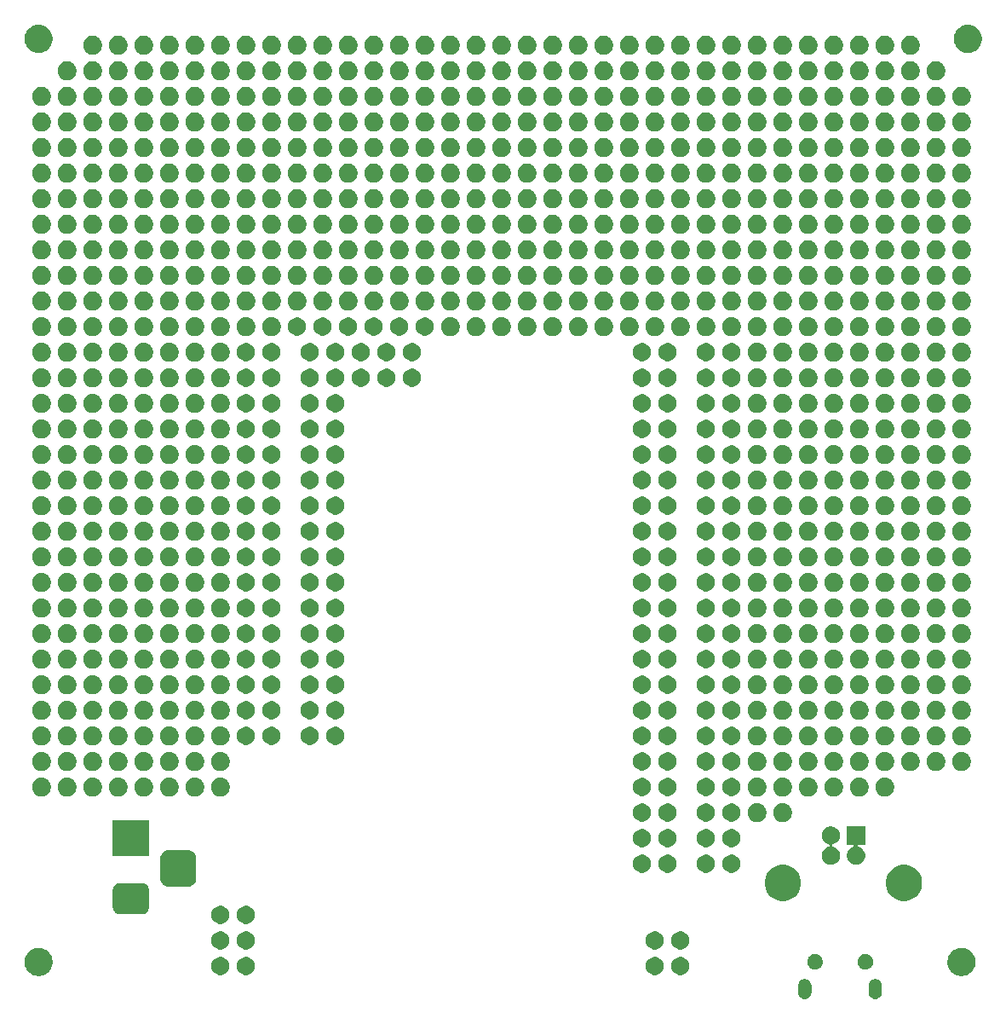
<source format=gbr>
G04 #@! TF.GenerationSoftware,KiCad,Pcbnew,(5.1.5)-3*
G04 #@! TF.CreationDate,2020-05-06T23:50:08+02:00*
G04 #@! TF.ProjectId,mega_pro_atmega2560,6d656761-5f70-4726-9f5f-61746d656761,rev?*
G04 #@! TF.SameCoordinates,Original*
G04 #@! TF.FileFunction,Soldermask,Bot*
G04 #@! TF.FilePolarity,Negative*
%FSLAX46Y46*%
G04 Gerber Fmt 4.6, Leading zero omitted, Abs format (unit mm)*
G04 Created by KiCad (PCBNEW (5.1.5)-3) date 2020-05-06 23:50:08*
%MOMM*%
%LPD*%
G04 APERTURE LIST*
%ADD10C,0.100000*%
G04 APERTURE END LIST*
D10*
G36*
X176332618Y-110508420D02*
G01*
X176423404Y-110535960D01*
X176455336Y-110545646D01*
X176568425Y-110606094D01*
X176667554Y-110687446D01*
X176748906Y-110786575D01*
X176809354Y-110899664D01*
X176819040Y-110931596D01*
X176846580Y-111022382D01*
X176856000Y-111118027D01*
X176856000Y-111881973D01*
X176846580Y-111977618D01*
X176819040Y-112068404D01*
X176809354Y-112100336D01*
X176748906Y-112213425D01*
X176667554Y-112312553D01*
X176568424Y-112393906D01*
X176455335Y-112454354D01*
X176423403Y-112464040D01*
X176332617Y-112491580D01*
X176205000Y-112504149D01*
X176077382Y-112491580D01*
X175986596Y-112464040D01*
X175954664Y-112454354D01*
X175841575Y-112393906D01*
X175742447Y-112312554D01*
X175661094Y-112213424D01*
X175600646Y-112100335D01*
X175590960Y-112068403D01*
X175563420Y-111977617D01*
X175554000Y-111881972D01*
X175554000Y-111118027D01*
X175563420Y-111022382D01*
X175600645Y-110899668D01*
X175625608Y-110852966D01*
X175661095Y-110786575D01*
X175742447Y-110687446D01*
X175841576Y-110606094D01*
X175954665Y-110545646D01*
X175986597Y-110535960D01*
X176077383Y-110508420D01*
X176205000Y-110495851D01*
X176332618Y-110508420D01*
G37*
G36*
X183332617Y-110508420D02*
G01*
X183423403Y-110535960D01*
X183455335Y-110545646D01*
X183568424Y-110606094D01*
X183667554Y-110687447D01*
X183748906Y-110786575D01*
X183809354Y-110899664D01*
X183819040Y-110931596D01*
X183846580Y-111022382D01*
X183856000Y-111118027D01*
X183856000Y-111881973D01*
X183846580Y-111977618D01*
X183819040Y-112068404D01*
X183809354Y-112100336D01*
X183748906Y-112213425D01*
X183667554Y-112312554D01*
X183568425Y-112393906D01*
X183455336Y-112454354D01*
X183423404Y-112464040D01*
X183332618Y-112491580D01*
X183205000Y-112504149D01*
X183077383Y-112491580D01*
X182986597Y-112464040D01*
X182954665Y-112454354D01*
X182841576Y-112393906D01*
X182742447Y-112312554D01*
X182661095Y-112213425D01*
X182600648Y-112100337D01*
X182600645Y-112100332D01*
X182563420Y-111977618D01*
X182554000Y-111881973D01*
X182554000Y-111118028D01*
X182563420Y-111022383D01*
X182600645Y-110899669D01*
X182600646Y-110899665D01*
X182661094Y-110786576D01*
X182742447Y-110687446D01*
X182841575Y-110606094D01*
X182954664Y-110545646D01*
X182986596Y-110535960D01*
X183077382Y-110508420D01*
X183205000Y-110495851D01*
X183332617Y-110508420D01*
G37*
G36*
X100358433Y-107454893D02*
G01*
X100448657Y-107472839D01*
X100554267Y-107516585D01*
X100703621Y-107578449D01*
X100779763Y-107629325D01*
X100933086Y-107731772D01*
X101128228Y-107926914D01*
X101193098Y-108024000D01*
X101281551Y-108156379D01*
X101343248Y-108305329D01*
X101387161Y-108411343D01*
X101405107Y-108501567D01*
X101441000Y-108682012D01*
X101441000Y-108957988D01*
X101387161Y-109228656D01*
X101281551Y-109483621D01*
X101281550Y-109483622D01*
X101128228Y-109713086D01*
X100933086Y-109908228D01*
X100779763Y-110010675D01*
X100703621Y-110061551D01*
X100560098Y-110121000D01*
X100448657Y-110167161D01*
X100358433Y-110185107D01*
X100177988Y-110221000D01*
X99902012Y-110221000D01*
X99721567Y-110185107D01*
X99631343Y-110167161D01*
X99519902Y-110121000D01*
X99376379Y-110061551D01*
X99300237Y-110010675D01*
X99146914Y-109908228D01*
X98951772Y-109713086D01*
X98798450Y-109483622D01*
X98798449Y-109483621D01*
X98692839Y-109228656D01*
X98639000Y-108957988D01*
X98639000Y-108682012D01*
X98674893Y-108501567D01*
X98692839Y-108411343D01*
X98736752Y-108305329D01*
X98798449Y-108156379D01*
X98886902Y-108024000D01*
X98951772Y-107926914D01*
X99146914Y-107731772D01*
X99300237Y-107629325D01*
X99376379Y-107578449D01*
X99525733Y-107516585D01*
X99631343Y-107472839D01*
X99721567Y-107454893D01*
X99902012Y-107419000D01*
X100177988Y-107419000D01*
X100358433Y-107454893D01*
G37*
G36*
X192088433Y-107454893D02*
G01*
X192178657Y-107472839D01*
X192284267Y-107516585D01*
X192433621Y-107578449D01*
X192509763Y-107629325D01*
X192663086Y-107731772D01*
X192858228Y-107926914D01*
X192923098Y-108024000D01*
X193011551Y-108156379D01*
X193073248Y-108305329D01*
X193117161Y-108411343D01*
X193135107Y-108501567D01*
X193171000Y-108682012D01*
X193171000Y-108957988D01*
X193117161Y-109228656D01*
X193011551Y-109483621D01*
X193011550Y-109483622D01*
X192858228Y-109713086D01*
X192663086Y-109908228D01*
X192509763Y-110010675D01*
X192433621Y-110061551D01*
X192290098Y-110121000D01*
X192178657Y-110167161D01*
X192088433Y-110185107D01*
X191907988Y-110221000D01*
X191632012Y-110221000D01*
X191451567Y-110185107D01*
X191361343Y-110167161D01*
X191249902Y-110121000D01*
X191106379Y-110061551D01*
X191030237Y-110010675D01*
X190876914Y-109908228D01*
X190681772Y-109713086D01*
X190528450Y-109483622D01*
X190528449Y-109483621D01*
X190422839Y-109228656D01*
X190369000Y-108957988D01*
X190369000Y-108682012D01*
X190404893Y-108501567D01*
X190422839Y-108411343D01*
X190466752Y-108305329D01*
X190528449Y-108156379D01*
X190616902Y-108024000D01*
X190681772Y-107926914D01*
X190876914Y-107731772D01*
X191030237Y-107629325D01*
X191106379Y-107578449D01*
X191255733Y-107516585D01*
X191361343Y-107472839D01*
X191451567Y-107454893D01*
X191632012Y-107419000D01*
X191907988Y-107419000D01*
X192088433Y-107454893D01*
G37*
G36*
X161403512Y-108323927D02*
G01*
X161552812Y-108353624D01*
X161716784Y-108421544D01*
X161864354Y-108520147D01*
X161989853Y-108645646D01*
X162088456Y-108793216D01*
X162156376Y-108957188D01*
X162191000Y-109131259D01*
X162191000Y-109308741D01*
X162156376Y-109482812D01*
X162088456Y-109646784D01*
X161989853Y-109794354D01*
X161864354Y-109919853D01*
X161716784Y-110018456D01*
X161552812Y-110086376D01*
X161403512Y-110116073D01*
X161378742Y-110121000D01*
X161201258Y-110121000D01*
X161176488Y-110116073D01*
X161027188Y-110086376D01*
X160863216Y-110018456D01*
X160715646Y-109919853D01*
X160590147Y-109794354D01*
X160491544Y-109646784D01*
X160423624Y-109482812D01*
X160389000Y-109308741D01*
X160389000Y-109131259D01*
X160423624Y-108957188D01*
X160491544Y-108793216D01*
X160590147Y-108645646D01*
X160715646Y-108520147D01*
X160863216Y-108421544D01*
X161027188Y-108353624D01*
X161176488Y-108323927D01*
X161201258Y-108319000D01*
X161378742Y-108319000D01*
X161403512Y-108323927D01*
G37*
G36*
X120763512Y-108323927D02*
G01*
X120912812Y-108353624D01*
X121076784Y-108421544D01*
X121224354Y-108520147D01*
X121349853Y-108645646D01*
X121448456Y-108793216D01*
X121516376Y-108957188D01*
X121551000Y-109131259D01*
X121551000Y-109308741D01*
X121516376Y-109482812D01*
X121448456Y-109646784D01*
X121349853Y-109794354D01*
X121224354Y-109919853D01*
X121076784Y-110018456D01*
X120912812Y-110086376D01*
X120763512Y-110116073D01*
X120738742Y-110121000D01*
X120561258Y-110121000D01*
X120536488Y-110116073D01*
X120387188Y-110086376D01*
X120223216Y-110018456D01*
X120075646Y-109919853D01*
X119950147Y-109794354D01*
X119851544Y-109646784D01*
X119783624Y-109482812D01*
X119749000Y-109308741D01*
X119749000Y-109131259D01*
X119783624Y-108957188D01*
X119851544Y-108793216D01*
X119950147Y-108645646D01*
X120075646Y-108520147D01*
X120223216Y-108421544D01*
X120387188Y-108353624D01*
X120536488Y-108323927D01*
X120561258Y-108319000D01*
X120738742Y-108319000D01*
X120763512Y-108323927D01*
G37*
G36*
X118223512Y-108323927D02*
G01*
X118372812Y-108353624D01*
X118536784Y-108421544D01*
X118684354Y-108520147D01*
X118809853Y-108645646D01*
X118908456Y-108793216D01*
X118976376Y-108957188D01*
X119011000Y-109131259D01*
X119011000Y-109308741D01*
X118976376Y-109482812D01*
X118908456Y-109646784D01*
X118809853Y-109794354D01*
X118684354Y-109919853D01*
X118536784Y-110018456D01*
X118372812Y-110086376D01*
X118223512Y-110116073D01*
X118198742Y-110121000D01*
X118021258Y-110121000D01*
X117996488Y-110116073D01*
X117847188Y-110086376D01*
X117683216Y-110018456D01*
X117535646Y-109919853D01*
X117410147Y-109794354D01*
X117311544Y-109646784D01*
X117243624Y-109482812D01*
X117209000Y-109308741D01*
X117209000Y-109131259D01*
X117243624Y-108957188D01*
X117311544Y-108793216D01*
X117410147Y-108645646D01*
X117535646Y-108520147D01*
X117683216Y-108421544D01*
X117847188Y-108353624D01*
X117996488Y-108323927D01*
X118021258Y-108319000D01*
X118198742Y-108319000D01*
X118223512Y-108323927D01*
G37*
G36*
X163943512Y-108323927D02*
G01*
X164092812Y-108353624D01*
X164256784Y-108421544D01*
X164404354Y-108520147D01*
X164529853Y-108645646D01*
X164628456Y-108793216D01*
X164696376Y-108957188D01*
X164731000Y-109131259D01*
X164731000Y-109308741D01*
X164696376Y-109482812D01*
X164628456Y-109646784D01*
X164529853Y-109794354D01*
X164404354Y-109919853D01*
X164256784Y-110018456D01*
X164092812Y-110086376D01*
X163943512Y-110116073D01*
X163918742Y-110121000D01*
X163741258Y-110121000D01*
X163716488Y-110116073D01*
X163567188Y-110086376D01*
X163403216Y-110018456D01*
X163255646Y-109919853D01*
X163130147Y-109794354D01*
X163031544Y-109646784D01*
X162963624Y-109482812D01*
X162929000Y-109308741D01*
X162929000Y-109131259D01*
X162963624Y-108957188D01*
X163031544Y-108793216D01*
X163130147Y-108645646D01*
X163255646Y-108520147D01*
X163403216Y-108421544D01*
X163567188Y-108353624D01*
X163716488Y-108323927D01*
X163741258Y-108319000D01*
X163918742Y-108319000D01*
X163943512Y-108323927D01*
G37*
G36*
X177431348Y-108053820D02*
G01*
X177431350Y-108053821D01*
X177431351Y-108053821D01*
X177572574Y-108112317D01*
X177572577Y-108112319D01*
X177699669Y-108197239D01*
X177807761Y-108305331D01*
X177816894Y-108319000D01*
X177892683Y-108432426D01*
X177929018Y-108520148D01*
X177951180Y-108573652D01*
X177981000Y-108723569D01*
X177981000Y-108876431D01*
X177964778Y-108957986D01*
X177951179Y-109026351D01*
X177892683Y-109167574D01*
X177892681Y-109167577D01*
X177807761Y-109294669D01*
X177699669Y-109402761D01*
X177579865Y-109482811D01*
X177572574Y-109487683D01*
X177431351Y-109546179D01*
X177431350Y-109546179D01*
X177431348Y-109546180D01*
X177281431Y-109576000D01*
X177128569Y-109576000D01*
X176978652Y-109546180D01*
X176978650Y-109546179D01*
X176978649Y-109546179D01*
X176837426Y-109487683D01*
X176830135Y-109482811D01*
X176710331Y-109402761D01*
X176602239Y-109294669D01*
X176517319Y-109167577D01*
X176517317Y-109167574D01*
X176458821Y-109026351D01*
X176445223Y-108957986D01*
X176429000Y-108876431D01*
X176429000Y-108723569D01*
X176458820Y-108573652D01*
X176480982Y-108520148D01*
X176517317Y-108432426D01*
X176593106Y-108319000D01*
X176602239Y-108305331D01*
X176710331Y-108197239D01*
X176837423Y-108112319D01*
X176837426Y-108112317D01*
X176978649Y-108053821D01*
X176978650Y-108053821D01*
X176978652Y-108053820D01*
X177128569Y-108024000D01*
X177281431Y-108024000D01*
X177431348Y-108053820D01*
G37*
G36*
X182431348Y-108053820D02*
G01*
X182431350Y-108053821D01*
X182431351Y-108053821D01*
X182572574Y-108112317D01*
X182572577Y-108112319D01*
X182699669Y-108197239D01*
X182807761Y-108305331D01*
X182816894Y-108319000D01*
X182892683Y-108432426D01*
X182929018Y-108520148D01*
X182951180Y-108573652D01*
X182981000Y-108723569D01*
X182981000Y-108876431D01*
X182964778Y-108957986D01*
X182951179Y-109026351D01*
X182892683Y-109167574D01*
X182892681Y-109167577D01*
X182807761Y-109294669D01*
X182699669Y-109402761D01*
X182579865Y-109482811D01*
X182572574Y-109487683D01*
X182431351Y-109546179D01*
X182431350Y-109546179D01*
X182431348Y-109546180D01*
X182281431Y-109576000D01*
X182128569Y-109576000D01*
X181978652Y-109546180D01*
X181978650Y-109546179D01*
X181978649Y-109546179D01*
X181837426Y-109487683D01*
X181830135Y-109482811D01*
X181710331Y-109402761D01*
X181602239Y-109294669D01*
X181517319Y-109167577D01*
X181517317Y-109167574D01*
X181458821Y-109026351D01*
X181445223Y-108957986D01*
X181429000Y-108876431D01*
X181429000Y-108723569D01*
X181458820Y-108573652D01*
X181480982Y-108520148D01*
X181517317Y-108432426D01*
X181593106Y-108319000D01*
X181602239Y-108305331D01*
X181710331Y-108197239D01*
X181837423Y-108112319D01*
X181837426Y-108112317D01*
X181978649Y-108053821D01*
X181978650Y-108053821D01*
X181978652Y-108053820D01*
X182128569Y-108024000D01*
X182281431Y-108024000D01*
X182431348Y-108053820D01*
G37*
G36*
X161403512Y-105783927D02*
G01*
X161552812Y-105813624D01*
X161716784Y-105881544D01*
X161864354Y-105980147D01*
X161989853Y-106105646D01*
X162088456Y-106253216D01*
X162156376Y-106417188D01*
X162191000Y-106591259D01*
X162191000Y-106768741D01*
X162156376Y-106942812D01*
X162088456Y-107106784D01*
X161989853Y-107254354D01*
X161864354Y-107379853D01*
X161716784Y-107478456D01*
X161552812Y-107546376D01*
X161403512Y-107576073D01*
X161378742Y-107581000D01*
X161201258Y-107581000D01*
X161176488Y-107576073D01*
X161027188Y-107546376D01*
X160863216Y-107478456D01*
X160715646Y-107379853D01*
X160590147Y-107254354D01*
X160491544Y-107106784D01*
X160423624Y-106942812D01*
X160389000Y-106768741D01*
X160389000Y-106591259D01*
X160423624Y-106417188D01*
X160491544Y-106253216D01*
X160590147Y-106105646D01*
X160715646Y-105980147D01*
X160863216Y-105881544D01*
X161027188Y-105813624D01*
X161176488Y-105783927D01*
X161201258Y-105779000D01*
X161378742Y-105779000D01*
X161403512Y-105783927D01*
G37*
G36*
X163943512Y-105783927D02*
G01*
X164092812Y-105813624D01*
X164256784Y-105881544D01*
X164404354Y-105980147D01*
X164529853Y-106105646D01*
X164628456Y-106253216D01*
X164696376Y-106417188D01*
X164731000Y-106591259D01*
X164731000Y-106768741D01*
X164696376Y-106942812D01*
X164628456Y-107106784D01*
X164529853Y-107254354D01*
X164404354Y-107379853D01*
X164256784Y-107478456D01*
X164092812Y-107546376D01*
X163943512Y-107576073D01*
X163918742Y-107581000D01*
X163741258Y-107581000D01*
X163716488Y-107576073D01*
X163567188Y-107546376D01*
X163403216Y-107478456D01*
X163255646Y-107379853D01*
X163130147Y-107254354D01*
X163031544Y-107106784D01*
X162963624Y-106942812D01*
X162929000Y-106768741D01*
X162929000Y-106591259D01*
X162963624Y-106417188D01*
X163031544Y-106253216D01*
X163130147Y-106105646D01*
X163255646Y-105980147D01*
X163403216Y-105881544D01*
X163567188Y-105813624D01*
X163716488Y-105783927D01*
X163741258Y-105779000D01*
X163918742Y-105779000D01*
X163943512Y-105783927D01*
G37*
G36*
X118223512Y-105783927D02*
G01*
X118372812Y-105813624D01*
X118536784Y-105881544D01*
X118684354Y-105980147D01*
X118809853Y-106105646D01*
X118908456Y-106253216D01*
X118976376Y-106417188D01*
X119011000Y-106591259D01*
X119011000Y-106768741D01*
X118976376Y-106942812D01*
X118908456Y-107106784D01*
X118809853Y-107254354D01*
X118684354Y-107379853D01*
X118536784Y-107478456D01*
X118372812Y-107546376D01*
X118223512Y-107576073D01*
X118198742Y-107581000D01*
X118021258Y-107581000D01*
X117996488Y-107576073D01*
X117847188Y-107546376D01*
X117683216Y-107478456D01*
X117535646Y-107379853D01*
X117410147Y-107254354D01*
X117311544Y-107106784D01*
X117243624Y-106942812D01*
X117209000Y-106768741D01*
X117209000Y-106591259D01*
X117243624Y-106417188D01*
X117311544Y-106253216D01*
X117410147Y-106105646D01*
X117535646Y-105980147D01*
X117683216Y-105881544D01*
X117847188Y-105813624D01*
X117996488Y-105783927D01*
X118021258Y-105779000D01*
X118198742Y-105779000D01*
X118223512Y-105783927D01*
G37*
G36*
X120763512Y-105783927D02*
G01*
X120912812Y-105813624D01*
X121076784Y-105881544D01*
X121224354Y-105980147D01*
X121349853Y-106105646D01*
X121448456Y-106253216D01*
X121516376Y-106417188D01*
X121551000Y-106591259D01*
X121551000Y-106768741D01*
X121516376Y-106942812D01*
X121448456Y-107106784D01*
X121349853Y-107254354D01*
X121224354Y-107379853D01*
X121076784Y-107478456D01*
X120912812Y-107546376D01*
X120763512Y-107576073D01*
X120738742Y-107581000D01*
X120561258Y-107581000D01*
X120536488Y-107576073D01*
X120387188Y-107546376D01*
X120223216Y-107478456D01*
X120075646Y-107379853D01*
X119950147Y-107254354D01*
X119851544Y-107106784D01*
X119783624Y-106942812D01*
X119749000Y-106768741D01*
X119749000Y-106591259D01*
X119783624Y-106417188D01*
X119851544Y-106253216D01*
X119950147Y-106105646D01*
X120075646Y-105980147D01*
X120223216Y-105881544D01*
X120387188Y-105813624D01*
X120536488Y-105783927D01*
X120561258Y-105779000D01*
X120738742Y-105779000D01*
X120763512Y-105783927D01*
G37*
G36*
X118223512Y-103243927D02*
G01*
X118372812Y-103273624D01*
X118536784Y-103341544D01*
X118684354Y-103440147D01*
X118809853Y-103565646D01*
X118908456Y-103713216D01*
X118976376Y-103877188D01*
X119011000Y-104051259D01*
X119011000Y-104228741D01*
X118976376Y-104402812D01*
X118908456Y-104566784D01*
X118809853Y-104714354D01*
X118684354Y-104839853D01*
X118536784Y-104938456D01*
X118372812Y-105006376D01*
X118223512Y-105036073D01*
X118198742Y-105041000D01*
X118021258Y-105041000D01*
X117996488Y-105036073D01*
X117847188Y-105006376D01*
X117683216Y-104938456D01*
X117535646Y-104839853D01*
X117410147Y-104714354D01*
X117311544Y-104566784D01*
X117243624Y-104402812D01*
X117209000Y-104228741D01*
X117209000Y-104051259D01*
X117243624Y-103877188D01*
X117311544Y-103713216D01*
X117410147Y-103565646D01*
X117535646Y-103440147D01*
X117683216Y-103341544D01*
X117847188Y-103273624D01*
X117996488Y-103243927D01*
X118021258Y-103239000D01*
X118198742Y-103239000D01*
X118223512Y-103243927D01*
G37*
G36*
X120763512Y-103243927D02*
G01*
X120912812Y-103273624D01*
X121076784Y-103341544D01*
X121224354Y-103440147D01*
X121349853Y-103565646D01*
X121448456Y-103713216D01*
X121516376Y-103877188D01*
X121551000Y-104051259D01*
X121551000Y-104228741D01*
X121516376Y-104402812D01*
X121448456Y-104566784D01*
X121349853Y-104714354D01*
X121224354Y-104839853D01*
X121076784Y-104938456D01*
X120912812Y-105006376D01*
X120763512Y-105036073D01*
X120738742Y-105041000D01*
X120561258Y-105041000D01*
X120536488Y-105036073D01*
X120387188Y-105006376D01*
X120223216Y-104938456D01*
X120075646Y-104839853D01*
X119950147Y-104714354D01*
X119851544Y-104566784D01*
X119783624Y-104402812D01*
X119749000Y-104228741D01*
X119749000Y-104051259D01*
X119783624Y-103877188D01*
X119851544Y-103713216D01*
X119950147Y-103565646D01*
X120075646Y-103440147D01*
X120223216Y-103341544D01*
X120387188Y-103273624D01*
X120536488Y-103243927D01*
X120561258Y-103239000D01*
X120738742Y-103239000D01*
X120763512Y-103243927D01*
G37*
G36*
X110446979Y-100983293D02*
G01*
X110580625Y-101023834D01*
X110703784Y-101089664D01*
X110811740Y-101178260D01*
X110900336Y-101286216D01*
X110966166Y-101409375D01*
X111006707Y-101543021D01*
X111021000Y-101688140D01*
X111021000Y-103351860D01*
X111006707Y-103496979D01*
X110966166Y-103630625D01*
X110900336Y-103753784D01*
X110811740Y-103861740D01*
X110703784Y-103950336D01*
X110580625Y-104016166D01*
X110446979Y-104056707D01*
X110301860Y-104071000D01*
X108138140Y-104071000D01*
X107993021Y-104056707D01*
X107859375Y-104016166D01*
X107736216Y-103950336D01*
X107628260Y-103861740D01*
X107539664Y-103753784D01*
X107473834Y-103630625D01*
X107433293Y-103496979D01*
X107419000Y-103351860D01*
X107419000Y-101688140D01*
X107433293Y-101543021D01*
X107473834Y-101409375D01*
X107539664Y-101286216D01*
X107628260Y-101178260D01*
X107736216Y-101089664D01*
X107859375Y-101023834D01*
X107993021Y-100983293D01*
X108138140Y-100969000D01*
X110301860Y-100969000D01*
X110446979Y-100983293D01*
G37*
G36*
X186580331Y-99233211D02*
G01*
X186908092Y-99368974D01*
X187203070Y-99566072D01*
X187453928Y-99816930D01*
X187651026Y-100111908D01*
X187786789Y-100439669D01*
X187856000Y-100787616D01*
X187856000Y-101142384D01*
X187786789Y-101490331D01*
X187651026Y-101818092D01*
X187453928Y-102113070D01*
X187203070Y-102363928D01*
X186908092Y-102561026D01*
X186580331Y-102696789D01*
X186232384Y-102766000D01*
X185877616Y-102766000D01*
X185529669Y-102696789D01*
X185201908Y-102561026D01*
X184906930Y-102363928D01*
X184656072Y-102113070D01*
X184458974Y-101818092D01*
X184323211Y-101490331D01*
X184254000Y-101142384D01*
X184254000Y-100787616D01*
X184323211Y-100439669D01*
X184458974Y-100111908D01*
X184656072Y-99816930D01*
X184906930Y-99566072D01*
X185201908Y-99368974D01*
X185529669Y-99233211D01*
X185877616Y-99164000D01*
X186232384Y-99164000D01*
X186580331Y-99233211D01*
G37*
G36*
X174540331Y-99233211D02*
G01*
X174868092Y-99368974D01*
X175163070Y-99566072D01*
X175413928Y-99816930D01*
X175611026Y-100111908D01*
X175746789Y-100439669D01*
X175816000Y-100787616D01*
X175816000Y-101142384D01*
X175746789Y-101490331D01*
X175611026Y-101818092D01*
X175413928Y-102113070D01*
X175163070Y-102363928D01*
X174868092Y-102561026D01*
X174540331Y-102696789D01*
X174192384Y-102766000D01*
X173837616Y-102766000D01*
X173489669Y-102696789D01*
X173161908Y-102561026D01*
X172866930Y-102363928D01*
X172616072Y-102113070D01*
X172418974Y-101818092D01*
X172283211Y-101490331D01*
X172214000Y-101142384D01*
X172214000Y-100787616D01*
X172283211Y-100439669D01*
X172418974Y-100111908D01*
X172616072Y-99816930D01*
X172866930Y-99566072D01*
X173161908Y-99368974D01*
X173489669Y-99233211D01*
X173837616Y-99164000D01*
X174192384Y-99164000D01*
X174540331Y-99233211D01*
G37*
G36*
X115046366Y-97735695D02*
G01*
X115203460Y-97783349D01*
X115348231Y-97860731D01*
X115475128Y-97964872D01*
X115579269Y-98091769D01*
X115656651Y-98236540D01*
X115704305Y-98393634D01*
X115721000Y-98563140D01*
X115721000Y-100476860D01*
X115704305Y-100646366D01*
X115656651Y-100803460D01*
X115579269Y-100948231D01*
X115475128Y-101075128D01*
X115348231Y-101179269D01*
X115203460Y-101256651D01*
X115046366Y-101304305D01*
X114876860Y-101321000D01*
X112963140Y-101321000D01*
X112793634Y-101304305D01*
X112636540Y-101256651D01*
X112491769Y-101179269D01*
X112364872Y-101075128D01*
X112260731Y-100948231D01*
X112183349Y-100803460D01*
X112135695Y-100646366D01*
X112119000Y-100476860D01*
X112119000Y-98563140D01*
X112135695Y-98393634D01*
X112183349Y-98236540D01*
X112260731Y-98091769D01*
X112364872Y-97964872D01*
X112491769Y-97860731D01*
X112636540Y-97783349D01*
X112793634Y-97735695D01*
X112963140Y-97719000D01*
X114876860Y-97719000D01*
X115046366Y-97735695D01*
G37*
G36*
X162673512Y-98163927D02*
G01*
X162822812Y-98193624D01*
X162986784Y-98261544D01*
X163134354Y-98360147D01*
X163259853Y-98485646D01*
X163358456Y-98633216D01*
X163426376Y-98797188D01*
X163461000Y-98971259D01*
X163461000Y-99148741D01*
X163426376Y-99322812D01*
X163358456Y-99486784D01*
X163259853Y-99634354D01*
X163134354Y-99759853D01*
X162986784Y-99858456D01*
X162822812Y-99926376D01*
X162673512Y-99956073D01*
X162648742Y-99961000D01*
X162471258Y-99961000D01*
X162446488Y-99956073D01*
X162297188Y-99926376D01*
X162133216Y-99858456D01*
X161985646Y-99759853D01*
X161860147Y-99634354D01*
X161761544Y-99486784D01*
X161693624Y-99322812D01*
X161659000Y-99148741D01*
X161659000Y-98971259D01*
X161693624Y-98797188D01*
X161761544Y-98633216D01*
X161860147Y-98485646D01*
X161985646Y-98360147D01*
X162133216Y-98261544D01*
X162297188Y-98193624D01*
X162446488Y-98163927D01*
X162471258Y-98159000D01*
X162648742Y-98159000D01*
X162673512Y-98163927D01*
G37*
G36*
X169023512Y-98163927D02*
G01*
X169172812Y-98193624D01*
X169336784Y-98261544D01*
X169484354Y-98360147D01*
X169609853Y-98485646D01*
X169708456Y-98633216D01*
X169776376Y-98797188D01*
X169811000Y-98971259D01*
X169811000Y-99148741D01*
X169776376Y-99322812D01*
X169708456Y-99486784D01*
X169609853Y-99634354D01*
X169484354Y-99759853D01*
X169336784Y-99858456D01*
X169172812Y-99926376D01*
X169023512Y-99956073D01*
X168998742Y-99961000D01*
X168821258Y-99961000D01*
X168796488Y-99956073D01*
X168647188Y-99926376D01*
X168483216Y-99858456D01*
X168335646Y-99759853D01*
X168210147Y-99634354D01*
X168111544Y-99486784D01*
X168043624Y-99322812D01*
X168009000Y-99148741D01*
X168009000Y-98971259D01*
X168043624Y-98797188D01*
X168111544Y-98633216D01*
X168210147Y-98485646D01*
X168335646Y-98360147D01*
X168483216Y-98261544D01*
X168647188Y-98193624D01*
X168796488Y-98163927D01*
X168821258Y-98159000D01*
X168998742Y-98159000D01*
X169023512Y-98163927D01*
G37*
G36*
X166483512Y-98163927D02*
G01*
X166632812Y-98193624D01*
X166796784Y-98261544D01*
X166944354Y-98360147D01*
X167069853Y-98485646D01*
X167168456Y-98633216D01*
X167236376Y-98797188D01*
X167271000Y-98971259D01*
X167271000Y-99148741D01*
X167236376Y-99322812D01*
X167168456Y-99486784D01*
X167069853Y-99634354D01*
X166944354Y-99759853D01*
X166796784Y-99858456D01*
X166632812Y-99926376D01*
X166483512Y-99956073D01*
X166458742Y-99961000D01*
X166281258Y-99961000D01*
X166256488Y-99956073D01*
X166107188Y-99926376D01*
X165943216Y-99858456D01*
X165795646Y-99759853D01*
X165670147Y-99634354D01*
X165571544Y-99486784D01*
X165503624Y-99322812D01*
X165469000Y-99148741D01*
X165469000Y-98971259D01*
X165503624Y-98797188D01*
X165571544Y-98633216D01*
X165670147Y-98485646D01*
X165795646Y-98360147D01*
X165943216Y-98261544D01*
X166107188Y-98193624D01*
X166256488Y-98163927D01*
X166281258Y-98159000D01*
X166458742Y-98159000D01*
X166483512Y-98163927D01*
G37*
G36*
X160133512Y-98163927D02*
G01*
X160282812Y-98193624D01*
X160446784Y-98261544D01*
X160594354Y-98360147D01*
X160719853Y-98485646D01*
X160818456Y-98633216D01*
X160886376Y-98797188D01*
X160921000Y-98971259D01*
X160921000Y-99148741D01*
X160886376Y-99322812D01*
X160818456Y-99486784D01*
X160719853Y-99634354D01*
X160594354Y-99759853D01*
X160446784Y-99858456D01*
X160282812Y-99926376D01*
X160133512Y-99956073D01*
X160108742Y-99961000D01*
X159931258Y-99961000D01*
X159906488Y-99956073D01*
X159757188Y-99926376D01*
X159593216Y-99858456D01*
X159445646Y-99759853D01*
X159320147Y-99634354D01*
X159221544Y-99486784D01*
X159153624Y-99322812D01*
X159119000Y-99148741D01*
X159119000Y-98971259D01*
X159153624Y-98797188D01*
X159221544Y-98633216D01*
X159320147Y-98485646D01*
X159445646Y-98360147D01*
X159593216Y-98261544D01*
X159757188Y-98193624D01*
X159906488Y-98163927D01*
X159931258Y-98159000D01*
X160108742Y-98159000D01*
X160133512Y-98163927D01*
G37*
G36*
X178898512Y-95358927D02*
G01*
X179047812Y-95388624D01*
X179211784Y-95456544D01*
X179359354Y-95555147D01*
X179484853Y-95680646D01*
X179583456Y-95828216D01*
X179651376Y-95992188D01*
X179686000Y-96166259D01*
X179686000Y-96343741D01*
X179651376Y-96517812D01*
X179583456Y-96681784D01*
X179484853Y-96829354D01*
X179359354Y-96954853D01*
X179211784Y-97053456D01*
X179047812Y-97121376D01*
X178992362Y-97132405D01*
X178968922Y-97139516D01*
X178947311Y-97151067D01*
X178928369Y-97166613D01*
X178912824Y-97185555D01*
X178901273Y-97207165D01*
X178894160Y-97230614D01*
X178891758Y-97255000D01*
X178894160Y-97279387D01*
X178901273Y-97302835D01*
X178912824Y-97324446D01*
X178928370Y-97343388D01*
X178947312Y-97358933D01*
X178968922Y-97370484D01*
X178992362Y-97377595D01*
X179047812Y-97388624D01*
X179211784Y-97456544D01*
X179359354Y-97555147D01*
X179484853Y-97680646D01*
X179583456Y-97828216D01*
X179651376Y-97992188D01*
X179686000Y-98166259D01*
X179686000Y-98343741D01*
X179651376Y-98517812D01*
X179583456Y-98681784D01*
X179484853Y-98829354D01*
X179359354Y-98954853D01*
X179211784Y-99053456D01*
X179047812Y-99121376D01*
X178910235Y-99148741D01*
X178873742Y-99156000D01*
X178696258Y-99156000D01*
X178659765Y-99148741D01*
X178522188Y-99121376D01*
X178358216Y-99053456D01*
X178210646Y-98954853D01*
X178085147Y-98829354D01*
X177986544Y-98681784D01*
X177918624Y-98517812D01*
X177884000Y-98343741D01*
X177884000Y-98166259D01*
X177918624Y-97992188D01*
X177986544Y-97828216D01*
X178085147Y-97680646D01*
X178210646Y-97555147D01*
X178358216Y-97456544D01*
X178522188Y-97388624D01*
X178577638Y-97377595D01*
X178601078Y-97370484D01*
X178622689Y-97358933D01*
X178641631Y-97343387D01*
X178657176Y-97324445D01*
X178668727Y-97302835D01*
X178675840Y-97279386D01*
X178678242Y-97255000D01*
X178675840Y-97230613D01*
X178668727Y-97207165D01*
X178657176Y-97185554D01*
X178641630Y-97166612D01*
X178622688Y-97151067D01*
X178601078Y-97139516D01*
X178577638Y-97132405D01*
X178522188Y-97121376D01*
X178358216Y-97053456D01*
X178210646Y-96954853D01*
X178085147Y-96829354D01*
X177986544Y-96681784D01*
X177918624Y-96517812D01*
X177884000Y-96343741D01*
X177884000Y-96166259D01*
X177918624Y-95992188D01*
X177986544Y-95828216D01*
X178085147Y-95680646D01*
X178210646Y-95555147D01*
X178358216Y-95456544D01*
X178522188Y-95388624D01*
X178671488Y-95358927D01*
X178696258Y-95354000D01*
X178873742Y-95354000D01*
X178898512Y-95358927D01*
G37*
G36*
X182186000Y-97156000D02*
G01*
X181614617Y-97156000D01*
X181590231Y-97158402D01*
X181566782Y-97165515D01*
X181545171Y-97177066D01*
X181526229Y-97192611D01*
X181510684Y-97211553D01*
X181499133Y-97233164D01*
X181492020Y-97256613D01*
X181489618Y-97280999D01*
X181492020Y-97305385D01*
X181499133Y-97328834D01*
X181510684Y-97350445D01*
X181526229Y-97369387D01*
X181545171Y-97384932D01*
X181566771Y-97396477D01*
X181711784Y-97456544D01*
X181859354Y-97555147D01*
X181984853Y-97680646D01*
X182083456Y-97828216D01*
X182151376Y-97992188D01*
X182186000Y-98166259D01*
X182186000Y-98343741D01*
X182151376Y-98517812D01*
X182083456Y-98681784D01*
X181984853Y-98829354D01*
X181859354Y-98954853D01*
X181711784Y-99053456D01*
X181547812Y-99121376D01*
X181410235Y-99148741D01*
X181373742Y-99156000D01*
X181196258Y-99156000D01*
X181159765Y-99148741D01*
X181022188Y-99121376D01*
X180858216Y-99053456D01*
X180710646Y-98954853D01*
X180585147Y-98829354D01*
X180486544Y-98681784D01*
X180418624Y-98517812D01*
X180384000Y-98343741D01*
X180384000Y-98166259D01*
X180418624Y-97992188D01*
X180486544Y-97828216D01*
X180585147Y-97680646D01*
X180710646Y-97555147D01*
X180858216Y-97456544D01*
X181003229Y-97396477D01*
X181024829Y-97384932D01*
X181043771Y-97369387D01*
X181059316Y-97350445D01*
X181070867Y-97328834D01*
X181077980Y-97305385D01*
X181080382Y-97280999D01*
X181077980Y-97256613D01*
X181070867Y-97233164D01*
X181059316Y-97211553D01*
X181043771Y-97192611D01*
X181024829Y-97177066D01*
X181003218Y-97165515D01*
X180979769Y-97158402D01*
X180955383Y-97156000D01*
X180384000Y-97156000D01*
X180384000Y-95354000D01*
X182186000Y-95354000D01*
X182186000Y-97156000D01*
G37*
G36*
X111021000Y-98321000D02*
G01*
X107419000Y-98321000D01*
X107419000Y-94719000D01*
X111021000Y-94719000D01*
X111021000Y-98321000D01*
G37*
G36*
X169023512Y-95623927D02*
G01*
X169172812Y-95653624D01*
X169336784Y-95721544D01*
X169484354Y-95820147D01*
X169609853Y-95945646D01*
X169708456Y-96093216D01*
X169776376Y-96257188D01*
X169811000Y-96431259D01*
X169811000Y-96608741D01*
X169776376Y-96782812D01*
X169708456Y-96946784D01*
X169609853Y-97094354D01*
X169484354Y-97219853D01*
X169336784Y-97318456D01*
X169172812Y-97386376D01*
X169023512Y-97416073D01*
X168998742Y-97421000D01*
X168821258Y-97421000D01*
X168796488Y-97416073D01*
X168647188Y-97386376D01*
X168483216Y-97318456D01*
X168335646Y-97219853D01*
X168210147Y-97094354D01*
X168111544Y-96946784D01*
X168043624Y-96782812D01*
X168009000Y-96608741D01*
X168009000Y-96431259D01*
X168043624Y-96257188D01*
X168111544Y-96093216D01*
X168210147Y-95945646D01*
X168335646Y-95820147D01*
X168483216Y-95721544D01*
X168647188Y-95653624D01*
X168796488Y-95623927D01*
X168821258Y-95619000D01*
X168998742Y-95619000D01*
X169023512Y-95623927D01*
G37*
G36*
X166483512Y-95623927D02*
G01*
X166632812Y-95653624D01*
X166796784Y-95721544D01*
X166944354Y-95820147D01*
X167069853Y-95945646D01*
X167168456Y-96093216D01*
X167236376Y-96257188D01*
X167271000Y-96431259D01*
X167271000Y-96608741D01*
X167236376Y-96782812D01*
X167168456Y-96946784D01*
X167069853Y-97094354D01*
X166944354Y-97219853D01*
X166796784Y-97318456D01*
X166632812Y-97386376D01*
X166483512Y-97416073D01*
X166458742Y-97421000D01*
X166281258Y-97421000D01*
X166256488Y-97416073D01*
X166107188Y-97386376D01*
X165943216Y-97318456D01*
X165795646Y-97219853D01*
X165670147Y-97094354D01*
X165571544Y-96946784D01*
X165503624Y-96782812D01*
X165469000Y-96608741D01*
X165469000Y-96431259D01*
X165503624Y-96257188D01*
X165571544Y-96093216D01*
X165670147Y-95945646D01*
X165795646Y-95820147D01*
X165943216Y-95721544D01*
X166107188Y-95653624D01*
X166256488Y-95623927D01*
X166281258Y-95619000D01*
X166458742Y-95619000D01*
X166483512Y-95623927D01*
G37*
G36*
X160133512Y-95623927D02*
G01*
X160282812Y-95653624D01*
X160446784Y-95721544D01*
X160594354Y-95820147D01*
X160719853Y-95945646D01*
X160818456Y-96093216D01*
X160886376Y-96257188D01*
X160921000Y-96431259D01*
X160921000Y-96608741D01*
X160886376Y-96782812D01*
X160818456Y-96946784D01*
X160719853Y-97094354D01*
X160594354Y-97219853D01*
X160446784Y-97318456D01*
X160282812Y-97386376D01*
X160133512Y-97416073D01*
X160108742Y-97421000D01*
X159931258Y-97421000D01*
X159906488Y-97416073D01*
X159757188Y-97386376D01*
X159593216Y-97318456D01*
X159445646Y-97219853D01*
X159320147Y-97094354D01*
X159221544Y-96946784D01*
X159153624Y-96782812D01*
X159119000Y-96608741D01*
X159119000Y-96431259D01*
X159153624Y-96257188D01*
X159221544Y-96093216D01*
X159320147Y-95945646D01*
X159445646Y-95820147D01*
X159593216Y-95721544D01*
X159757188Y-95653624D01*
X159906488Y-95623927D01*
X159931258Y-95619000D01*
X160108742Y-95619000D01*
X160133512Y-95623927D01*
G37*
G36*
X162673512Y-95623927D02*
G01*
X162822812Y-95653624D01*
X162986784Y-95721544D01*
X163134354Y-95820147D01*
X163259853Y-95945646D01*
X163358456Y-96093216D01*
X163426376Y-96257188D01*
X163461000Y-96431259D01*
X163461000Y-96608741D01*
X163426376Y-96782812D01*
X163358456Y-96946784D01*
X163259853Y-97094354D01*
X163134354Y-97219853D01*
X162986784Y-97318456D01*
X162822812Y-97386376D01*
X162673512Y-97416073D01*
X162648742Y-97421000D01*
X162471258Y-97421000D01*
X162446488Y-97416073D01*
X162297188Y-97386376D01*
X162133216Y-97318456D01*
X161985646Y-97219853D01*
X161860147Y-97094354D01*
X161761544Y-96946784D01*
X161693624Y-96782812D01*
X161659000Y-96608741D01*
X161659000Y-96431259D01*
X161693624Y-96257188D01*
X161761544Y-96093216D01*
X161860147Y-95945646D01*
X161985646Y-95820147D01*
X162133216Y-95721544D01*
X162297188Y-95653624D01*
X162446488Y-95623927D01*
X162471258Y-95619000D01*
X162648742Y-95619000D01*
X162673512Y-95623927D01*
G37*
G36*
X174264187Y-93076123D02*
G01*
X174354724Y-93113625D01*
X174435257Y-93146983D01*
X174486981Y-93181544D01*
X174589214Y-93249854D01*
X174720146Y-93380786D01*
X174823018Y-93534745D01*
X174893877Y-93705813D01*
X174930000Y-93887417D01*
X174930000Y-94072583D01*
X174893877Y-94254187D01*
X174823018Y-94425255D01*
X174736758Y-94554353D01*
X174720145Y-94579215D01*
X174589215Y-94710145D01*
X174435257Y-94813017D01*
X174435256Y-94813018D01*
X174435255Y-94813018D01*
X174264187Y-94883877D01*
X174082583Y-94920000D01*
X173897417Y-94920000D01*
X173715813Y-94883877D01*
X173544745Y-94813018D01*
X173544744Y-94813018D01*
X173544743Y-94813017D01*
X173390785Y-94710145D01*
X173259855Y-94579215D01*
X173243243Y-94554353D01*
X173156982Y-94425255D01*
X173086123Y-94254187D01*
X173050000Y-94072583D01*
X173050000Y-93887417D01*
X173086123Y-93705813D01*
X173156982Y-93534745D01*
X173259854Y-93380786D01*
X173390786Y-93249854D01*
X173493019Y-93181544D01*
X173544743Y-93146983D01*
X173625276Y-93113625D01*
X173715813Y-93076123D01*
X173897417Y-93040000D01*
X174082583Y-93040000D01*
X174264187Y-93076123D01*
G37*
G36*
X171724187Y-93076123D02*
G01*
X171814724Y-93113625D01*
X171895257Y-93146983D01*
X171946981Y-93181544D01*
X172049214Y-93249854D01*
X172180146Y-93380786D01*
X172283018Y-93534745D01*
X172353877Y-93705813D01*
X172390000Y-93887417D01*
X172390000Y-94072583D01*
X172353877Y-94254187D01*
X172283018Y-94425255D01*
X172196758Y-94554353D01*
X172180145Y-94579215D01*
X172049215Y-94710145D01*
X171895257Y-94813017D01*
X171895256Y-94813018D01*
X171895255Y-94813018D01*
X171724187Y-94883877D01*
X171542583Y-94920000D01*
X171357417Y-94920000D01*
X171175813Y-94883877D01*
X171004745Y-94813018D01*
X171004744Y-94813018D01*
X171004743Y-94813017D01*
X170850785Y-94710145D01*
X170719855Y-94579215D01*
X170703243Y-94554353D01*
X170616982Y-94425255D01*
X170546123Y-94254187D01*
X170510000Y-94072583D01*
X170510000Y-93887417D01*
X170546123Y-93705813D01*
X170616982Y-93534745D01*
X170719854Y-93380786D01*
X170850786Y-93249854D01*
X170953019Y-93181544D01*
X171004743Y-93146983D01*
X171085276Y-93113625D01*
X171175813Y-93076123D01*
X171357417Y-93040000D01*
X171542583Y-93040000D01*
X171724187Y-93076123D01*
G37*
G36*
X166483512Y-93083927D02*
G01*
X166632812Y-93113624D01*
X166796784Y-93181544D01*
X166944354Y-93280147D01*
X167069853Y-93405646D01*
X167168456Y-93553216D01*
X167236376Y-93717188D01*
X167271000Y-93891259D01*
X167271000Y-94068741D01*
X167236376Y-94242812D01*
X167168456Y-94406784D01*
X167069853Y-94554354D01*
X166944354Y-94679853D01*
X166796784Y-94778456D01*
X166632812Y-94846376D01*
X166483512Y-94876073D01*
X166458742Y-94881000D01*
X166281258Y-94881000D01*
X166256488Y-94876073D01*
X166107188Y-94846376D01*
X165943216Y-94778456D01*
X165795646Y-94679853D01*
X165670147Y-94554354D01*
X165571544Y-94406784D01*
X165503624Y-94242812D01*
X165469000Y-94068741D01*
X165469000Y-93891259D01*
X165503624Y-93717188D01*
X165571544Y-93553216D01*
X165670147Y-93405646D01*
X165795646Y-93280147D01*
X165943216Y-93181544D01*
X166107188Y-93113624D01*
X166256488Y-93083927D01*
X166281258Y-93079000D01*
X166458742Y-93079000D01*
X166483512Y-93083927D01*
G37*
G36*
X169023512Y-93083927D02*
G01*
X169172812Y-93113624D01*
X169336784Y-93181544D01*
X169484354Y-93280147D01*
X169609853Y-93405646D01*
X169708456Y-93553216D01*
X169776376Y-93717188D01*
X169811000Y-93891259D01*
X169811000Y-94068741D01*
X169776376Y-94242812D01*
X169708456Y-94406784D01*
X169609853Y-94554354D01*
X169484354Y-94679853D01*
X169336784Y-94778456D01*
X169172812Y-94846376D01*
X169023512Y-94876073D01*
X168998742Y-94881000D01*
X168821258Y-94881000D01*
X168796488Y-94876073D01*
X168647188Y-94846376D01*
X168483216Y-94778456D01*
X168335646Y-94679853D01*
X168210147Y-94554354D01*
X168111544Y-94406784D01*
X168043624Y-94242812D01*
X168009000Y-94068741D01*
X168009000Y-93891259D01*
X168043624Y-93717188D01*
X168111544Y-93553216D01*
X168210147Y-93405646D01*
X168335646Y-93280147D01*
X168483216Y-93181544D01*
X168647188Y-93113624D01*
X168796488Y-93083927D01*
X168821258Y-93079000D01*
X168998742Y-93079000D01*
X169023512Y-93083927D01*
G37*
G36*
X160133512Y-93083927D02*
G01*
X160282812Y-93113624D01*
X160446784Y-93181544D01*
X160594354Y-93280147D01*
X160719853Y-93405646D01*
X160818456Y-93553216D01*
X160886376Y-93717188D01*
X160921000Y-93891259D01*
X160921000Y-94068741D01*
X160886376Y-94242812D01*
X160818456Y-94406784D01*
X160719853Y-94554354D01*
X160594354Y-94679853D01*
X160446784Y-94778456D01*
X160282812Y-94846376D01*
X160133512Y-94876073D01*
X160108742Y-94881000D01*
X159931258Y-94881000D01*
X159906488Y-94876073D01*
X159757188Y-94846376D01*
X159593216Y-94778456D01*
X159445646Y-94679853D01*
X159320147Y-94554354D01*
X159221544Y-94406784D01*
X159153624Y-94242812D01*
X159119000Y-94068741D01*
X159119000Y-93891259D01*
X159153624Y-93717188D01*
X159221544Y-93553216D01*
X159320147Y-93405646D01*
X159445646Y-93280147D01*
X159593216Y-93181544D01*
X159757188Y-93113624D01*
X159906488Y-93083927D01*
X159931258Y-93079000D01*
X160108742Y-93079000D01*
X160133512Y-93083927D01*
G37*
G36*
X162673512Y-93083927D02*
G01*
X162822812Y-93113624D01*
X162986784Y-93181544D01*
X163134354Y-93280147D01*
X163259853Y-93405646D01*
X163358456Y-93553216D01*
X163426376Y-93717188D01*
X163461000Y-93891259D01*
X163461000Y-94068741D01*
X163426376Y-94242812D01*
X163358456Y-94406784D01*
X163259853Y-94554354D01*
X163134354Y-94679853D01*
X162986784Y-94778456D01*
X162822812Y-94846376D01*
X162673512Y-94876073D01*
X162648742Y-94881000D01*
X162471258Y-94881000D01*
X162446488Y-94876073D01*
X162297188Y-94846376D01*
X162133216Y-94778456D01*
X161985646Y-94679853D01*
X161860147Y-94554354D01*
X161761544Y-94406784D01*
X161693624Y-94242812D01*
X161659000Y-94068741D01*
X161659000Y-93891259D01*
X161693624Y-93717188D01*
X161761544Y-93553216D01*
X161860147Y-93405646D01*
X161985646Y-93280147D01*
X162133216Y-93181544D01*
X162297188Y-93113624D01*
X162446488Y-93083927D01*
X162471258Y-93079000D01*
X162648742Y-93079000D01*
X162673512Y-93083927D01*
G37*
G36*
X181884187Y-90536123D02*
G01*
X181974724Y-90573625D01*
X182055257Y-90606983D01*
X182106981Y-90641544D01*
X182209214Y-90709854D01*
X182340146Y-90840786D01*
X182443018Y-90994745D01*
X182513877Y-91165813D01*
X182550000Y-91347417D01*
X182550000Y-91532583D01*
X182513877Y-91714187D01*
X182443018Y-91885255D01*
X182356758Y-92014353D01*
X182340145Y-92039215D01*
X182209215Y-92170145D01*
X182055257Y-92273017D01*
X182055256Y-92273018D01*
X182055255Y-92273018D01*
X181884187Y-92343877D01*
X181702583Y-92380000D01*
X181517417Y-92380000D01*
X181335813Y-92343877D01*
X181164745Y-92273018D01*
X181164744Y-92273018D01*
X181164743Y-92273017D01*
X181010785Y-92170145D01*
X180879855Y-92039215D01*
X180863243Y-92014353D01*
X180776982Y-91885255D01*
X180706123Y-91714187D01*
X180670000Y-91532583D01*
X180670000Y-91347417D01*
X180706123Y-91165813D01*
X180776982Y-90994745D01*
X180879854Y-90840786D01*
X181010786Y-90709854D01*
X181113019Y-90641544D01*
X181164743Y-90606983D01*
X181245276Y-90573625D01*
X181335813Y-90536123D01*
X181517417Y-90500000D01*
X181702583Y-90500000D01*
X181884187Y-90536123D01*
G37*
G36*
X113304187Y-90536123D02*
G01*
X113394724Y-90573625D01*
X113475257Y-90606983D01*
X113526981Y-90641544D01*
X113629214Y-90709854D01*
X113760146Y-90840786D01*
X113863018Y-90994745D01*
X113933877Y-91165813D01*
X113970000Y-91347417D01*
X113970000Y-91532583D01*
X113933877Y-91714187D01*
X113863018Y-91885255D01*
X113776758Y-92014353D01*
X113760145Y-92039215D01*
X113629215Y-92170145D01*
X113475257Y-92273017D01*
X113475256Y-92273018D01*
X113475255Y-92273018D01*
X113304187Y-92343877D01*
X113122583Y-92380000D01*
X112937417Y-92380000D01*
X112755813Y-92343877D01*
X112584745Y-92273018D01*
X112584744Y-92273018D01*
X112584743Y-92273017D01*
X112430785Y-92170145D01*
X112299855Y-92039215D01*
X112283243Y-92014353D01*
X112196982Y-91885255D01*
X112126123Y-91714187D01*
X112090000Y-91532583D01*
X112090000Y-91347417D01*
X112126123Y-91165813D01*
X112196982Y-90994745D01*
X112299854Y-90840786D01*
X112430786Y-90709854D01*
X112533019Y-90641544D01*
X112584743Y-90606983D01*
X112665276Y-90573625D01*
X112755813Y-90536123D01*
X112937417Y-90500000D01*
X113122583Y-90500000D01*
X113304187Y-90536123D01*
G37*
G36*
X110764187Y-90536123D02*
G01*
X110854724Y-90573625D01*
X110935257Y-90606983D01*
X110986981Y-90641544D01*
X111089214Y-90709854D01*
X111220146Y-90840786D01*
X111323018Y-90994745D01*
X111393877Y-91165813D01*
X111430000Y-91347417D01*
X111430000Y-91532583D01*
X111393877Y-91714187D01*
X111323018Y-91885255D01*
X111236758Y-92014353D01*
X111220145Y-92039215D01*
X111089215Y-92170145D01*
X110935257Y-92273017D01*
X110935256Y-92273018D01*
X110935255Y-92273018D01*
X110764187Y-92343877D01*
X110582583Y-92380000D01*
X110397417Y-92380000D01*
X110215813Y-92343877D01*
X110044745Y-92273018D01*
X110044744Y-92273018D01*
X110044743Y-92273017D01*
X109890785Y-92170145D01*
X109759855Y-92039215D01*
X109743243Y-92014353D01*
X109656982Y-91885255D01*
X109586123Y-91714187D01*
X109550000Y-91532583D01*
X109550000Y-91347417D01*
X109586123Y-91165813D01*
X109656982Y-90994745D01*
X109759854Y-90840786D01*
X109890786Y-90709854D01*
X109993019Y-90641544D01*
X110044743Y-90606983D01*
X110125276Y-90573625D01*
X110215813Y-90536123D01*
X110397417Y-90500000D01*
X110582583Y-90500000D01*
X110764187Y-90536123D01*
G37*
G36*
X108224187Y-90536123D02*
G01*
X108314724Y-90573625D01*
X108395257Y-90606983D01*
X108446981Y-90641544D01*
X108549214Y-90709854D01*
X108680146Y-90840786D01*
X108783018Y-90994745D01*
X108853877Y-91165813D01*
X108890000Y-91347417D01*
X108890000Y-91532583D01*
X108853877Y-91714187D01*
X108783018Y-91885255D01*
X108696758Y-92014353D01*
X108680145Y-92039215D01*
X108549215Y-92170145D01*
X108395257Y-92273017D01*
X108395256Y-92273018D01*
X108395255Y-92273018D01*
X108224187Y-92343877D01*
X108042583Y-92380000D01*
X107857417Y-92380000D01*
X107675813Y-92343877D01*
X107504745Y-92273018D01*
X107504744Y-92273018D01*
X107504743Y-92273017D01*
X107350785Y-92170145D01*
X107219855Y-92039215D01*
X107203243Y-92014353D01*
X107116982Y-91885255D01*
X107046123Y-91714187D01*
X107010000Y-91532583D01*
X107010000Y-91347417D01*
X107046123Y-91165813D01*
X107116982Y-90994745D01*
X107219854Y-90840786D01*
X107350786Y-90709854D01*
X107453019Y-90641544D01*
X107504743Y-90606983D01*
X107585276Y-90573625D01*
X107675813Y-90536123D01*
X107857417Y-90500000D01*
X108042583Y-90500000D01*
X108224187Y-90536123D01*
G37*
G36*
X115844187Y-90536123D02*
G01*
X115934724Y-90573625D01*
X116015257Y-90606983D01*
X116066981Y-90641544D01*
X116169214Y-90709854D01*
X116300146Y-90840786D01*
X116403018Y-90994745D01*
X116473877Y-91165813D01*
X116510000Y-91347417D01*
X116510000Y-91532583D01*
X116473877Y-91714187D01*
X116403018Y-91885255D01*
X116316758Y-92014353D01*
X116300145Y-92039215D01*
X116169215Y-92170145D01*
X116015257Y-92273017D01*
X116015256Y-92273018D01*
X116015255Y-92273018D01*
X115844187Y-92343877D01*
X115662583Y-92380000D01*
X115477417Y-92380000D01*
X115295813Y-92343877D01*
X115124745Y-92273018D01*
X115124744Y-92273018D01*
X115124743Y-92273017D01*
X114970785Y-92170145D01*
X114839855Y-92039215D01*
X114823243Y-92014353D01*
X114736982Y-91885255D01*
X114666123Y-91714187D01*
X114630000Y-91532583D01*
X114630000Y-91347417D01*
X114666123Y-91165813D01*
X114736982Y-90994745D01*
X114839854Y-90840786D01*
X114970786Y-90709854D01*
X115073019Y-90641544D01*
X115124743Y-90606983D01*
X115205276Y-90573625D01*
X115295813Y-90536123D01*
X115477417Y-90500000D01*
X115662583Y-90500000D01*
X115844187Y-90536123D01*
G37*
G36*
X118384187Y-90536123D02*
G01*
X118474724Y-90573625D01*
X118555257Y-90606983D01*
X118606981Y-90641544D01*
X118709214Y-90709854D01*
X118840146Y-90840786D01*
X118943018Y-90994745D01*
X119013877Y-91165813D01*
X119050000Y-91347417D01*
X119050000Y-91532583D01*
X119013877Y-91714187D01*
X118943018Y-91885255D01*
X118856758Y-92014353D01*
X118840145Y-92039215D01*
X118709215Y-92170145D01*
X118555257Y-92273017D01*
X118555256Y-92273018D01*
X118555255Y-92273018D01*
X118384187Y-92343877D01*
X118202583Y-92380000D01*
X118017417Y-92380000D01*
X117835813Y-92343877D01*
X117664745Y-92273018D01*
X117664744Y-92273018D01*
X117664743Y-92273017D01*
X117510785Y-92170145D01*
X117379855Y-92039215D01*
X117363243Y-92014353D01*
X117276982Y-91885255D01*
X117206123Y-91714187D01*
X117170000Y-91532583D01*
X117170000Y-91347417D01*
X117206123Y-91165813D01*
X117276982Y-90994745D01*
X117379854Y-90840786D01*
X117510786Y-90709854D01*
X117613019Y-90641544D01*
X117664743Y-90606983D01*
X117745276Y-90573625D01*
X117835813Y-90536123D01*
X118017417Y-90500000D01*
X118202583Y-90500000D01*
X118384187Y-90536123D01*
G37*
G36*
X174264187Y-90536123D02*
G01*
X174354724Y-90573625D01*
X174435257Y-90606983D01*
X174486981Y-90641544D01*
X174589214Y-90709854D01*
X174720146Y-90840786D01*
X174823018Y-90994745D01*
X174893877Y-91165813D01*
X174930000Y-91347417D01*
X174930000Y-91532583D01*
X174893877Y-91714187D01*
X174823018Y-91885255D01*
X174736758Y-92014353D01*
X174720145Y-92039215D01*
X174589215Y-92170145D01*
X174435257Y-92273017D01*
X174435256Y-92273018D01*
X174435255Y-92273018D01*
X174264187Y-92343877D01*
X174082583Y-92380000D01*
X173897417Y-92380000D01*
X173715813Y-92343877D01*
X173544745Y-92273018D01*
X173544744Y-92273018D01*
X173544743Y-92273017D01*
X173390785Y-92170145D01*
X173259855Y-92039215D01*
X173243243Y-92014353D01*
X173156982Y-91885255D01*
X173086123Y-91714187D01*
X173050000Y-91532583D01*
X173050000Y-91347417D01*
X173086123Y-91165813D01*
X173156982Y-90994745D01*
X173259854Y-90840786D01*
X173390786Y-90709854D01*
X173493019Y-90641544D01*
X173544743Y-90606983D01*
X173625276Y-90573625D01*
X173715813Y-90536123D01*
X173897417Y-90500000D01*
X174082583Y-90500000D01*
X174264187Y-90536123D01*
G37*
G36*
X179344187Y-90536123D02*
G01*
X179434724Y-90573625D01*
X179515257Y-90606983D01*
X179566981Y-90641544D01*
X179669214Y-90709854D01*
X179800146Y-90840786D01*
X179903018Y-90994745D01*
X179973877Y-91165813D01*
X180010000Y-91347417D01*
X180010000Y-91532583D01*
X179973877Y-91714187D01*
X179903018Y-91885255D01*
X179816758Y-92014353D01*
X179800145Y-92039215D01*
X179669215Y-92170145D01*
X179515257Y-92273017D01*
X179515256Y-92273018D01*
X179515255Y-92273018D01*
X179344187Y-92343877D01*
X179162583Y-92380000D01*
X178977417Y-92380000D01*
X178795813Y-92343877D01*
X178624745Y-92273018D01*
X178624744Y-92273018D01*
X178624743Y-92273017D01*
X178470785Y-92170145D01*
X178339855Y-92039215D01*
X178323243Y-92014353D01*
X178236982Y-91885255D01*
X178166123Y-91714187D01*
X178130000Y-91532583D01*
X178130000Y-91347417D01*
X178166123Y-91165813D01*
X178236982Y-90994745D01*
X178339854Y-90840786D01*
X178470786Y-90709854D01*
X178573019Y-90641544D01*
X178624743Y-90606983D01*
X178705276Y-90573625D01*
X178795813Y-90536123D01*
X178977417Y-90500000D01*
X179162583Y-90500000D01*
X179344187Y-90536123D01*
G37*
G36*
X105684187Y-90536123D02*
G01*
X105774724Y-90573625D01*
X105855257Y-90606983D01*
X105906981Y-90641544D01*
X106009214Y-90709854D01*
X106140146Y-90840786D01*
X106243018Y-90994745D01*
X106313877Y-91165813D01*
X106350000Y-91347417D01*
X106350000Y-91532583D01*
X106313877Y-91714187D01*
X106243018Y-91885255D01*
X106156758Y-92014353D01*
X106140145Y-92039215D01*
X106009215Y-92170145D01*
X105855257Y-92273017D01*
X105855256Y-92273018D01*
X105855255Y-92273018D01*
X105684187Y-92343877D01*
X105502583Y-92380000D01*
X105317417Y-92380000D01*
X105135813Y-92343877D01*
X104964745Y-92273018D01*
X104964744Y-92273018D01*
X104964743Y-92273017D01*
X104810785Y-92170145D01*
X104679855Y-92039215D01*
X104663243Y-92014353D01*
X104576982Y-91885255D01*
X104506123Y-91714187D01*
X104470000Y-91532583D01*
X104470000Y-91347417D01*
X104506123Y-91165813D01*
X104576982Y-90994745D01*
X104679854Y-90840786D01*
X104810786Y-90709854D01*
X104913019Y-90641544D01*
X104964743Y-90606983D01*
X105045276Y-90573625D01*
X105135813Y-90536123D01*
X105317417Y-90500000D01*
X105502583Y-90500000D01*
X105684187Y-90536123D01*
G37*
G36*
X103144187Y-90536123D02*
G01*
X103234724Y-90573625D01*
X103315257Y-90606983D01*
X103366981Y-90641544D01*
X103469214Y-90709854D01*
X103600146Y-90840786D01*
X103703018Y-90994745D01*
X103773877Y-91165813D01*
X103810000Y-91347417D01*
X103810000Y-91532583D01*
X103773877Y-91714187D01*
X103703018Y-91885255D01*
X103616758Y-92014353D01*
X103600145Y-92039215D01*
X103469215Y-92170145D01*
X103315257Y-92273017D01*
X103315256Y-92273018D01*
X103315255Y-92273018D01*
X103144187Y-92343877D01*
X102962583Y-92380000D01*
X102777417Y-92380000D01*
X102595813Y-92343877D01*
X102424745Y-92273018D01*
X102424744Y-92273018D01*
X102424743Y-92273017D01*
X102270785Y-92170145D01*
X102139855Y-92039215D01*
X102123243Y-92014353D01*
X102036982Y-91885255D01*
X101966123Y-91714187D01*
X101930000Y-91532583D01*
X101930000Y-91347417D01*
X101966123Y-91165813D01*
X102036982Y-90994745D01*
X102139854Y-90840786D01*
X102270786Y-90709854D01*
X102373019Y-90641544D01*
X102424743Y-90606983D01*
X102505276Y-90573625D01*
X102595813Y-90536123D01*
X102777417Y-90500000D01*
X102962583Y-90500000D01*
X103144187Y-90536123D01*
G37*
G36*
X100604187Y-90536123D02*
G01*
X100694724Y-90573625D01*
X100775257Y-90606983D01*
X100826981Y-90641544D01*
X100929214Y-90709854D01*
X101060146Y-90840786D01*
X101163018Y-90994745D01*
X101233877Y-91165813D01*
X101270000Y-91347417D01*
X101270000Y-91532583D01*
X101233877Y-91714187D01*
X101163018Y-91885255D01*
X101076758Y-92014353D01*
X101060145Y-92039215D01*
X100929215Y-92170145D01*
X100775257Y-92273017D01*
X100775256Y-92273018D01*
X100775255Y-92273018D01*
X100604187Y-92343877D01*
X100422583Y-92380000D01*
X100237417Y-92380000D01*
X100055813Y-92343877D01*
X99884745Y-92273018D01*
X99884744Y-92273018D01*
X99884743Y-92273017D01*
X99730785Y-92170145D01*
X99599855Y-92039215D01*
X99583243Y-92014353D01*
X99496982Y-91885255D01*
X99426123Y-91714187D01*
X99390000Y-91532583D01*
X99390000Y-91347417D01*
X99426123Y-91165813D01*
X99496982Y-90994745D01*
X99599854Y-90840786D01*
X99730786Y-90709854D01*
X99833019Y-90641544D01*
X99884743Y-90606983D01*
X99965276Y-90573625D01*
X100055813Y-90536123D01*
X100237417Y-90500000D01*
X100422583Y-90500000D01*
X100604187Y-90536123D01*
G37*
G36*
X184424187Y-90536123D02*
G01*
X184514724Y-90573625D01*
X184595257Y-90606983D01*
X184646981Y-90641544D01*
X184749214Y-90709854D01*
X184880146Y-90840786D01*
X184983018Y-90994745D01*
X185053877Y-91165813D01*
X185090000Y-91347417D01*
X185090000Y-91532583D01*
X185053877Y-91714187D01*
X184983018Y-91885255D01*
X184896758Y-92014353D01*
X184880145Y-92039215D01*
X184749215Y-92170145D01*
X184595257Y-92273017D01*
X184595256Y-92273018D01*
X184595255Y-92273018D01*
X184424187Y-92343877D01*
X184242583Y-92380000D01*
X184057417Y-92380000D01*
X183875813Y-92343877D01*
X183704745Y-92273018D01*
X183704744Y-92273018D01*
X183704743Y-92273017D01*
X183550785Y-92170145D01*
X183419855Y-92039215D01*
X183403243Y-92014353D01*
X183316982Y-91885255D01*
X183246123Y-91714187D01*
X183210000Y-91532583D01*
X183210000Y-91347417D01*
X183246123Y-91165813D01*
X183316982Y-90994745D01*
X183419854Y-90840786D01*
X183550786Y-90709854D01*
X183653019Y-90641544D01*
X183704743Y-90606983D01*
X183785276Y-90573625D01*
X183875813Y-90536123D01*
X184057417Y-90500000D01*
X184242583Y-90500000D01*
X184424187Y-90536123D01*
G37*
G36*
X171724187Y-90536123D02*
G01*
X171814724Y-90573625D01*
X171895257Y-90606983D01*
X171946981Y-90641544D01*
X172049214Y-90709854D01*
X172180146Y-90840786D01*
X172283018Y-90994745D01*
X172353877Y-91165813D01*
X172390000Y-91347417D01*
X172390000Y-91532583D01*
X172353877Y-91714187D01*
X172283018Y-91885255D01*
X172196758Y-92014353D01*
X172180145Y-92039215D01*
X172049215Y-92170145D01*
X171895257Y-92273017D01*
X171895256Y-92273018D01*
X171895255Y-92273018D01*
X171724187Y-92343877D01*
X171542583Y-92380000D01*
X171357417Y-92380000D01*
X171175813Y-92343877D01*
X171004745Y-92273018D01*
X171004744Y-92273018D01*
X171004743Y-92273017D01*
X170850785Y-92170145D01*
X170719855Y-92039215D01*
X170703243Y-92014353D01*
X170616982Y-91885255D01*
X170546123Y-91714187D01*
X170510000Y-91532583D01*
X170510000Y-91347417D01*
X170546123Y-91165813D01*
X170616982Y-90994745D01*
X170719854Y-90840786D01*
X170850786Y-90709854D01*
X170953019Y-90641544D01*
X171004743Y-90606983D01*
X171085276Y-90573625D01*
X171175813Y-90536123D01*
X171357417Y-90500000D01*
X171542583Y-90500000D01*
X171724187Y-90536123D01*
G37*
G36*
X176804187Y-90536123D02*
G01*
X176894724Y-90573625D01*
X176975257Y-90606983D01*
X177026981Y-90641544D01*
X177129214Y-90709854D01*
X177260146Y-90840786D01*
X177363018Y-90994745D01*
X177433877Y-91165813D01*
X177470000Y-91347417D01*
X177470000Y-91532583D01*
X177433877Y-91714187D01*
X177363018Y-91885255D01*
X177276758Y-92014353D01*
X177260145Y-92039215D01*
X177129215Y-92170145D01*
X176975257Y-92273017D01*
X176975256Y-92273018D01*
X176975255Y-92273018D01*
X176804187Y-92343877D01*
X176622583Y-92380000D01*
X176437417Y-92380000D01*
X176255813Y-92343877D01*
X176084745Y-92273018D01*
X176084744Y-92273018D01*
X176084743Y-92273017D01*
X175930785Y-92170145D01*
X175799855Y-92039215D01*
X175783243Y-92014353D01*
X175696982Y-91885255D01*
X175626123Y-91714187D01*
X175590000Y-91532583D01*
X175590000Y-91347417D01*
X175626123Y-91165813D01*
X175696982Y-90994745D01*
X175799854Y-90840786D01*
X175930786Y-90709854D01*
X176033019Y-90641544D01*
X176084743Y-90606983D01*
X176165276Y-90573625D01*
X176255813Y-90536123D01*
X176437417Y-90500000D01*
X176622583Y-90500000D01*
X176804187Y-90536123D01*
G37*
G36*
X166483512Y-90543927D02*
G01*
X166632812Y-90573624D01*
X166796784Y-90641544D01*
X166944354Y-90740147D01*
X167069853Y-90865646D01*
X167168456Y-91013216D01*
X167236376Y-91177188D01*
X167271000Y-91351259D01*
X167271000Y-91528741D01*
X167236376Y-91702812D01*
X167168456Y-91866784D01*
X167069853Y-92014354D01*
X166944354Y-92139853D01*
X166796784Y-92238456D01*
X166632812Y-92306376D01*
X166483512Y-92336073D01*
X166458742Y-92341000D01*
X166281258Y-92341000D01*
X166256488Y-92336073D01*
X166107188Y-92306376D01*
X165943216Y-92238456D01*
X165795646Y-92139853D01*
X165670147Y-92014354D01*
X165571544Y-91866784D01*
X165503624Y-91702812D01*
X165469000Y-91528741D01*
X165469000Y-91351259D01*
X165503624Y-91177188D01*
X165571544Y-91013216D01*
X165670147Y-90865646D01*
X165795646Y-90740147D01*
X165943216Y-90641544D01*
X166107188Y-90573624D01*
X166256488Y-90543927D01*
X166281258Y-90539000D01*
X166458742Y-90539000D01*
X166483512Y-90543927D01*
G37*
G36*
X169023512Y-90543927D02*
G01*
X169172812Y-90573624D01*
X169336784Y-90641544D01*
X169484354Y-90740147D01*
X169609853Y-90865646D01*
X169708456Y-91013216D01*
X169776376Y-91177188D01*
X169811000Y-91351259D01*
X169811000Y-91528741D01*
X169776376Y-91702812D01*
X169708456Y-91866784D01*
X169609853Y-92014354D01*
X169484354Y-92139853D01*
X169336784Y-92238456D01*
X169172812Y-92306376D01*
X169023512Y-92336073D01*
X168998742Y-92341000D01*
X168821258Y-92341000D01*
X168796488Y-92336073D01*
X168647188Y-92306376D01*
X168483216Y-92238456D01*
X168335646Y-92139853D01*
X168210147Y-92014354D01*
X168111544Y-91866784D01*
X168043624Y-91702812D01*
X168009000Y-91528741D01*
X168009000Y-91351259D01*
X168043624Y-91177188D01*
X168111544Y-91013216D01*
X168210147Y-90865646D01*
X168335646Y-90740147D01*
X168483216Y-90641544D01*
X168647188Y-90573624D01*
X168796488Y-90543927D01*
X168821258Y-90539000D01*
X168998742Y-90539000D01*
X169023512Y-90543927D01*
G37*
G36*
X160133512Y-90543927D02*
G01*
X160282812Y-90573624D01*
X160446784Y-90641544D01*
X160594354Y-90740147D01*
X160719853Y-90865646D01*
X160818456Y-91013216D01*
X160886376Y-91177188D01*
X160921000Y-91351259D01*
X160921000Y-91528741D01*
X160886376Y-91702812D01*
X160818456Y-91866784D01*
X160719853Y-92014354D01*
X160594354Y-92139853D01*
X160446784Y-92238456D01*
X160282812Y-92306376D01*
X160133512Y-92336073D01*
X160108742Y-92341000D01*
X159931258Y-92341000D01*
X159906488Y-92336073D01*
X159757188Y-92306376D01*
X159593216Y-92238456D01*
X159445646Y-92139853D01*
X159320147Y-92014354D01*
X159221544Y-91866784D01*
X159153624Y-91702812D01*
X159119000Y-91528741D01*
X159119000Y-91351259D01*
X159153624Y-91177188D01*
X159221544Y-91013216D01*
X159320147Y-90865646D01*
X159445646Y-90740147D01*
X159593216Y-90641544D01*
X159757188Y-90573624D01*
X159906488Y-90543927D01*
X159931258Y-90539000D01*
X160108742Y-90539000D01*
X160133512Y-90543927D01*
G37*
G36*
X162673512Y-90543927D02*
G01*
X162822812Y-90573624D01*
X162986784Y-90641544D01*
X163134354Y-90740147D01*
X163259853Y-90865646D01*
X163358456Y-91013216D01*
X163426376Y-91177188D01*
X163461000Y-91351259D01*
X163461000Y-91528741D01*
X163426376Y-91702812D01*
X163358456Y-91866784D01*
X163259853Y-92014354D01*
X163134354Y-92139853D01*
X162986784Y-92238456D01*
X162822812Y-92306376D01*
X162673512Y-92336073D01*
X162648742Y-92341000D01*
X162471258Y-92341000D01*
X162446488Y-92336073D01*
X162297188Y-92306376D01*
X162133216Y-92238456D01*
X161985646Y-92139853D01*
X161860147Y-92014354D01*
X161761544Y-91866784D01*
X161693624Y-91702812D01*
X161659000Y-91528741D01*
X161659000Y-91351259D01*
X161693624Y-91177188D01*
X161761544Y-91013216D01*
X161860147Y-90865646D01*
X161985646Y-90740147D01*
X162133216Y-90641544D01*
X162297188Y-90573624D01*
X162446488Y-90543927D01*
X162471258Y-90539000D01*
X162648742Y-90539000D01*
X162673512Y-90543927D01*
G37*
G36*
X174264187Y-87996123D02*
G01*
X174354724Y-88033625D01*
X174435257Y-88066983D01*
X174486981Y-88101544D01*
X174589214Y-88169854D01*
X174720146Y-88300786D01*
X174823018Y-88454745D01*
X174893877Y-88625813D01*
X174930000Y-88807417D01*
X174930000Y-88992583D01*
X174893877Y-89174187D01*
X174823018Y-89345255D01*
X174736758Y-89474353D01*
X174720145Y-89499215D01*
X174589215Y-89630145D01*
X174435257Y-89733017D01*
X174435256Y-89733018D01*
X174435255Y-89733018D01*
X174264187Y-89803877D01*
X174082583Y-89840000D01*
X173897417Y-89840000D01*
X173715813Y-89803877D01*
X173544745Y-89733018D01*
X173544744Y-89733018D01*
X173544743Y-89733017D01*
X173390785Y-89630145D01*
X173259855Y-89499215D01*
X173243243Y-89474353D01*
X173156982Y-89345255D01*
X173086123Y-89174187D01*
X173050000Y-88992583D01*
X173050000Y-88807417D01*
X173086123Y-88625813D01*
X173156982Y-88454745D01*
X173259854Y-88300786D01*
X173390786Y-88169854D01*
X173493019Y-88101544D01*
X173544743Y-88066983D01*
X173625276Y-88033625D01*
X173715813Y-87996123D01*
X173897417Y-87960000D01*
X174082583Y-87960000D01*
X174264187Y-87996123D01*
G37*
G36*
X179344187Y-87996123D02*
G01*
X179434724Y-88033625D01*
X179515257Y-88066983D01*
X179566981Y-88101544D01*
X179669214Y-88169854D01*
X179800146Y-88300786D01*
X179903018Y-88454745D01*
X179973877Y-88625813D01*
X180010000Y-88807417D01*
X180010000Y-88992583D01*
X179973877Y-89174187D01*
X179903018Y-89345255D01*
X179816758Y-89474353D01*
X179800145Y-89499215D01*
X179669215Y-89630145D01*
X179515257Y-89733017D01*
X179515256Y-89733018D01*
X179515255Y-89733018D01*
X179344187Y-89803877D01*
X179162583Y-89840000D01*
X178977417Y-89840000D01*
X178795813Y-89803877D01*
X178624745Y-89733018D01*
X178624744Y-89733018D01*
X178624743Y-89733017D01*
X178470785Y-89630145D01*
X178339855Y-89499215D01*
X178323243Y-89474353D01*
X178236982Y-89345255D01*
X178166123Y-89174187D01*
X178130000Y-88992583D01*
X178130000Y-88807417D01*
X178166123Y-88625813D01*
X178236982Y-88454745D01*
X178339854Y-88300786D01*
X178470786Y-88169854D01*
X178573019Y-88101544D01*
X178624743Y-88066983D01*
X178705276Y-88033625D01*
X178795813Y-87996123D01*
X178977417Y-87960000D01*
X179162583Y-87960000D01*
X179344187Y-87996123D01*
G37*
G36*
X176804187Y-87996123D02*
G01*
X176894724Y-88033625D01*
X176975257Y-88066983D01*
X177026981Y-88101544D01*
X177129214Y-88169854D01*
X177260146Y-88300786D01*
X177363018Y-88454745D01*
X177433877Y-88625813D01*
X177470000Y-88807417D01*
X177470000Y-88992583D01*
X177433877Y-89174187D01*
X177363018Y-89345255D01*
X177276758Y-89474353D01*
X177260145Y-89499215D01*
X177129215Y-89630145D01*
X176975257Y-89733017D01*
X176975256Y-89733018D01*
X176975255Y-89733018D01*
X176804187Y-89803877D01*
X176622583Y-89840000D01*
X176437417Y-89840000D01*
X176255813Y-89803877D01*
X176084745Y-89733018D01*
X176084744Y-89733018D01*
X176084743Y-89733017D01*
X175930785Y-89630145D01*
X175799855Y-89499215D01*
X175783243Y-89474353D01*
X175696982Y-89345255D01*
X175626123Y-89174187D01*
X175590000Y-88992583D01*
X175590000Y-88807417D01*
X175626123Y-88625813D01*
X175696982Y-88454745D01*
X175799854Y-88300786D01*
X175930786Y-88169854D01*
X176033019Y-88101544D01*
X176084743Y-88066983D01*
X176165276Y-88033625D01*
X176255813Y-87996123D01*
X176437417Y-87960000D01*
X176622583Y-87960000D01*
X176804187Y-87996123D01*
G37*
G36*
X171724187Y-87996123D02*
G01*
X171814724Y-88033625D01*
X171895257Y-88066983D01*
X171946981Y-88101544D01*
X172049214Y-88169854D01*
X172180146Y-88300786D01*
X172283018Y-88454745D01*
X172353877Y-88625813D01*
X172390000Y-88807417D01*
X172390000Y-88992583D01*
X172353877Y-89174187D01*
X172283018Y-89345255D01*
X172196758Y-89474353D01*
X172180145Y-89499215D01*
X172049215Y-89630145D01*
X171895257Y-89733017D01*
X171895256Y-89733018D01*
X171895255Y-89733018D01*
X171724187Y-89803877D01*
X171542583Y-89840000D01*
X171357417Y-89840000D01*
X171175813Y-89803877D01*
X171004745Y-89733018D01*
X171004744Y-89733018D01*
X171004743Y-89733017D01*
X170850785Y-89630145D01*
X170719855Y-89499215D01*
X170703243Y-89474353D01*
X170616982Y-89345255D01*
X170546123Y-89174187D01*
X170510000Y-88992583D01*
X170510000Y-88807417D01*
X170546123Y-88625813D01*
X170616982Y-88454745D01*
X170719854Y-88300786D01*
X170850786Y-88169854D01*
X170953019Y-88101544D01*
X171004743Y-88066983D01*
X171085276Y-88033625D01*
X171175813Y-87996123D01*
X171357417Y-87960000D01*
X171542583Y-87960000D01*
X171724187Y-87996123D01*
G37*
G36*
X105684187Y-87996123D02*
G01*
X105774724Y-88033625D01*
X105855257Y-88066983D01*
X105906981Y-88101544D01*
X106009214Y-88169854D01*
X106140146Y-88300786D01*
X106243018Y-88454745D01*
X106313877Y-88625813D01*
X106350000Y-88807417D01*
X106350000Y-88992583D01*
X106313877Y-89174187D01*
X106243018Y-89345255D01*
X106156758Y-89474353D01*
X106140145Y-89499215D01*
X106009215Y-89630145D01*
X105855257Y-89733017D01*
X105855256Y-89733018D01*
X105855255Y-89733018D01*
X105684187Y-89803877D01*
X105502583Y-89840000D01*
X105317417Y-89840000D01*
X105135813Y-89803877D01*
X104964745Y-89733018D01*
X104964744Y-89733018D01*
X104964743Y-89733017D01*
X104810785Y-89630145D01*
X104679855Y-89499215D01*
X104663243Y-89474353D01*
X104576982Y-89345255D01*
X104506123Y-89174187D01*
X104470000Y-88992583D01*
X104470000Y-88807417D01*
X104506123Y-88625813D01*
X104576982Y-88454745D01*
X104679854Y-88300786D01*
X104810786Y-88169854D01*
X104913019Y-88101544D01*
X104964743Y-88066983D01*
X105045276Y-88033625D01*
X105135813Y-87996123D01*
X105317417Y-87960000D01*
X105502583Y-87960000D01*
X105684187Y-87996123D01*
G37*
G36*
X103144187Y-87996123D02*
G01*
X103234724Y-88033625D01*
X103315257Y-88066983D01*
X103366981Y-88101544D01*
X103469214Y-88169854D01*
X103600146Y-88300786D01*
X103703018Y-88454745D01*
X103773877Y-88625813D01*
X103810000Y-88807417D01*
X103810000Y-88992583D01*
X103773877Y-89174187D01*
X103703018Y-89345255D01*
X103616758Y-89474353D01*
X103600145Y-89499215D01*
X103469215Y-89630145D01*
X103315257Y-89733017D01*
X103315256Y-89733018D01*
X103315255Y-89733018D01*
X103144187Y-89803877D01*
X102962583Y-89840000D01*
X102777417Y-89840000D01*
X102595813Y-89803877D01*
X102424745Y-89733018D01*
X102424744Y-89733018D01*
X102424743Y-89733017D01*
X102270785Y-89630145D01*
X102139855Y-89499215D01*
X102123243Y-89474353D01*
X102036982Y-89345255D01*
X101966123Y-89174187D01*
X101930000Y-88992583D01*
X101930000Y-88807417D01*
X101966123Y-88625813D01*
X102036982Y-88454745D01*
X102139854Y-88300786D01*
X102270786Y-88169854D01*
X102373019Y-88101544D01*
X102424743Y-88066983D01*
X102505276Y-88033625D01*
X102595813Y-87996123D01*
X102777417Y-87960000D01*
X102962583Y-87960000D01*
X103144187Y-87996123D01*
G37*
G36*
X100604187Y-87996123D02*
G01*
X100694724Y-88033625D01*
X100775257Y-88066983D01*
X100826981Y-88101544D01*
X100929214Y-88169854D01*
X101060146Y-88300786D01*
X101163018Y-88454745D01*
X101233877Y-88625813D01*
X101270000Y-88807417D01*
X101270000Y-88992583D01*
X101233877Y-89174187D01*
X101163018Y-89345255D01*
X101076758Y-89474353D01*
X101060145Y-89499215D01*
X100929215Y-89630145D01*
X100775257Y-89733017D01*
X100775256Y-89733018D01*
X100775255Y-89733018D01*
X100604187Y-89803877D01*
X100422583Y-89840000D01*
X100237417Y-89840000D01*
X100055813Y-89803877D01*
X99884745Y-89733018D01*
X99884744Y-89733018D01*
X99884743Y-89733017D01*
X99730785Y-89630145D01*
X99599855Y-89499215D01*
X99583243Y-89474353D01*
X99496982Y-89345255D01*
X99426123Y-89174187D01*
X99390000Y-88992583D01*
X99390000Y-88807417D01*
X99426123Y-88625813D01*
X99496982Y-88454745D01*
X99599854Y-88300786D01*
X99730786Y-88169854D01*
X99833019Y-88101544D01*
X99884743Y-88066983D01*
X99965276Y-88033625D01*
X100055813Y-87996123D01*
X100237417Y-87960000D01*
X100422583Y-87960000D01*
X100604187Y-87996123D01*
G37*
G36*
X113304187Y-87996123D02*
G01*
X113394724Y-88033625D01*
X113475257Y-88066983D01*
X113526981Y-88101544D01*
X113629214Y-88169854D01*
X113760146Y-88300786D01*
X113863018Y-88454745D01*
X113933877Y-88625813D01*
X113970000Y-88807417D01*
X113970000Y-88992583D01*
X113933877Y-89174187D01*
X113863018Y-89345255D01*
X113776758Y-89474353D01*
X113760145Y-89499215D01*
X113629215Y-89630145D01*
X113475257Y-89733017D01*
X113475256Y-89733018D01*
X113475255Y-89733018D01*
X113304187Y-89803877D01*
X113122583Y-89840000D01*
X112937417Y-89840000D01*
X112755813Y-89803877D01*
X112584745Y-89733018D01*
X112584744Y-89733018D01*
X112584743Y-89733017D01*
X112430785Y-89630145D01*
X112299855Y-89499215D01*
X112283243Y-89474353D01*
X112196982Y-89345255D01*
X112126123Y-89174187D01*
X112090000Y-88992583D01*
X112090000Y-88807417D01*
X112126123Y-88625813D01*
X112196982Y-88454745D01*
X112299854Y-88300786D01*
X112430786Y-88169854D01*
X112533019Y-88101544D01*
X112584743Y-88066983D01*
X112665276Y-88033625D01*
X112755813Y-87996123D01*
X112937417Y-87960000D01*
X113122583Y-87960000D01*
X113304187Y-87996123D01*
G37*
G36*
X118384187Y-87996123D02*
G01*
X118474724Y-88033625D01*
X118555257Y-88066983D01*
X118606981Y-88101544D01*
X118709214Y-88169854D01*
X118840146Y-88300786D01*
X118943018Y-88454745D01*
X119013877Y-88625813D01*
X119050000Y-88807417D01*
X119050000Y-88992583D01*
X119013877Y-89174187D01*
X118943018Y-89345255D01*
X118856758Y-89474353D01*
X118840145Y-89499215D01*
X118709215Y-89630145D01*
X118555257Y-89733017D01*
X118555256Y-89733018D01*
X118555255Y-89733018D01*
X118384187Y-89803877D01*
X118202583Y-89840000D01*
X118017417Y-89840000D01*
X117835813Y-89803877D01*
X117664745Y-89733018D01*
X117664744Y-89733018D01*
X117664743Y-89733017D01*
X117510785Y-89630145D01*
X117379855Y-89499215D01*
X117363243Y-89474353D01*
X117276982Y-89345255D01*
X117206123Y-89174187D01*
X117170000Y-88992583D01*
X117170000Y-88807417D01*
X117206123Y-88625813D01*
X117276982Y-88454745D01*
X117379854Y-88300786D01*
X117510786Y-88169854D01*
X117613019Y-88101544D01*
X117664743Y-88066983D01*
X117745276Y-88033625D01*
X117835813Y-87996123D01*
X118017417Y-87960000D01*
X118202583Y-87960000D01*
X118384187Y-87996123D01*
G37*
G36*
X181884187Y-87996123D02*
G01*
X181974724Y-88033625D01*
X182055257Y-88066983D01*
X182106981Y-88101544D01*
X182209214Y-88169854D01*
X182340146Y-88300786D01*
X182443018Y-88454745D01*
X182513877Y-88625813D01*
X182550000Y-88807417D01*
X182550000Y-88992583D01*
X182513877Y-89174187D01*
X182443018Y-89345255D01*
X182356758Y-89474353D01*
X182340145Y-89499215D01*
X182209215Y-89630145D01*
X182055257Y-89733017D01*
X182055256Y-89733018D01*
X182055255Y-89733018D01*
X181884187Y-89803877D01*
X181702583Y-89840000D01*
X181517417Y-89840000D01*
X181335813Y-89803877D01*
X181164745Y-89733018D01*
X181164744Y-89733018D01*
X181164743Y-89733017D01*
X181010785Y-89630145D01*
X180879855Y-89499215D01*
X180863243Y-89474353D01*
X180776982Y-89345255D01*
X180706123Y-89174187D01*
X180670000Y-88992583D01*
X180670000Y-88807417D01*
X180706123Y-88625813D01*
X180776982Y-88454745D01*
X180879854Y-88300786D01*
X181010786Y-88169854D01*
X181113019Y-88101544D01*
X181164743Y-88066983D01*
X181245276Y-88033625D01*
X181335813Y-87996123D01*
X181517417Y-87960000D01*
X181702583Y-87960000D01*
X181884187Y-87996123D01*
G37*
G36*
X184424187Y-87996123D02*
G01*
X184514724Y-88033625D01*
X184595257Y-88066983D01*
X184646981Y-88101544D01*
X184749214Y-88169854D01*
X184880146Y-88300786D01*
X184983018Y-88454745D01*
X185053877Y-88625813D01*
X185090000Y-88807417D01*
X185090000Y-88992583D01*
X185053877Y-89174187D01*
X184983018Y-89345255D01*
X184896758Y-89474353D01*
X184880145Y-89499215D01*
X184749215Y-89630145D01*
X184595257Y-89733017D01*
X184595256Y-89733018D01*
X184595255Y-89733018D01*
X184424187Y-89803877D01*
X184242583Y-89840000D01*
X184057417Y-89840000D01*
X183875813Y-89803877D01*
X183704745Y-89733018D01*
X183704744Y-89733018D01*
X183704743Y-89733017D01*
X183550785Y-89630145D01*
X183419855Y-89499215D01*
X183403243Y-89474353D01*
X183316982Y-89345255D01*
X183246123Y-89174187D01*
X183210000Y-88992583D01*
X183210000Y-88807417D01*
X183246123Y-88625813D01*
X183316982Y-88454745D01*
X183419854Y-88300786D01*
X183550786Y-88169854D01*
X183653019Y-88101544D01*
X183704743Y-88066983D01*
X183785276Y-88033625D01*
X183875813Y-87996123D01*
X184057417Y-87960000D01*
X184242583Y-87960000D01*
X184424187Y-87996123D01*
G37*
G36*
X110764187Y-87996123D02*
G01*
X110854724Y-88033625D01*
X110935257Y-88066983D01*
X110986981Y-88101544D01*
X111089214Y-88169854D01*
X111220146Y-88300786D01*
X111323018Y-88454745D01*
X111393877Y-88625813D01*
X111430000Y-88807417D01*
X111430000Y-88992583D01*
X111393877Y-89174187D01*
X111323018Y-89345255D01*
X111236758Y-89474353D01*
X111220145Y-89499215D01*
X111089215Y-89630145D01*
X110935257Y-89733017D01*
X110935256Y-89733018D01*
X110935255Y-89733018D01*
X110764187Y-89803877D01*
X110582583Y-89840000D01*
X110397417Y-89840000D01*
X110215813Y-89803877D01*
X110044745Y-89733018D01*
X110044744Y-89733018D01*
X110044743Y-89733017D01*
X109890785Y-89630145D01*
X109759855Y-89499215D01*
X109743243Y-89474353D01*
X109656982Y-89345255D01*
X109586123Y-89174187D01*
X109550000Y-88992583D01*
X109550000Y-88807417D01*
X109586123Y-88625813D01*
X109656982Y-88454745D01*
X109759854Y-88300786D01*
X109890786Y-88169854D01*
X109993019Y-88101544D01*
X110044743Y-88066983D01*
X110125276Y-88033625D01*
X110215813Y-87996123D01*
X110397417Y-87960000D01*
X110582583Y-87960000D01*
X110764187Y-87996123D01*
G37*
G36*
X189504187Y-87996123D02*
G01*
X189594724Y-88033625D01*
X189675257Y-88066983D01*
X189726981Y-88101544D01*
X189829214Y-88169854D01*
X189960146Y-88300786D01*
X190063018Y-88454745D01*
X190133877Y-88625813D01*
X190170000Y-88807417D01*
X190170000Y-88992583D01*
X190133877Y-89174187D01*
X190063018Y-89345255D01*
X189976758Y-89474353D01*
X189960145Y-89499215D01*
X189829215Y-89630145D01*
X189675257Y-89733017D01*
X189675256Y-89733018D01*
X189675255Y-89733018D01*
X189504187Y-89803877D01*
X189322583Y-89840000D01*
X189137417Y-89840000D01*
X188955813Y-89803877D01*
X188784745Y-89733018D01*
X188784744Y-89733018D01*
X188784743Y-89733017D01*
X188630785Y-89630145D01*
X188499855Y-89499215D01*
X188483243Y-89474353D01*
X188396982Y-89345255D01*
X188326123Y-89174187D01*
X188290000Y-88992583D01*
X188290000Y-88807417D01*
X188326123Y-88625813D01*
X188396982Y-88454745D01*
X188499854Y-88300786D01*
X188630786Y-88169854D01*
X188733019Y-88101544D01*
X188784743Y-88066983D01*
X188865276Y-88033625D01*
X188955813Y-87996123D01*
X189137417Y-87960000D01*
X189322583Y-87960000D01*
X189504187Y-87996123D01*
G37*
G36*
X108224187Y-87996123D02*
G01*
X108314724Y-88033625D01*
X108395257Y-88066983D01*
X108446981Y-88101544D01*
X108549214Y-88169854D01*
X108680146Y-88300786D01*
X108783018Y-88454745D01*
X108853877Y-88625813D01*
X108890000Y-88807417D01*
X108890000Y-88992583D01*
X108853877Y-89174187D01*
X108783018Y-89345255D01*
X108696758Y-89474353D01*
X108680145Y-89499215D01*
X108549215Y-89630145D01*
X108395257Y-89733017D01*
X108395256Y-89733018D01*
X108395255Y-89733018D01*
X108224187Y-89803877D01*
X108042583Y-89840000D01*
X107857417Y-89840000D01*
X107675813Y-89803877D01*
X107504745Y-89733018D01*
X107504744Y-89733018D01*
X107504743Y-89733017D01*
X107350785Y-89630145D01*
X107219855Y-89499215D01*
X107203243Y-89474353D01*
X107116982Y-89345255D01*
X107046123Y-89174187D01*
X107010000Y-88992583D01*
X107010000Y-88807417D01*
X107046123Y-88625813D01*
X107116982Y-88454745D01*
X107219854Y-88300786D01*
X107350786Y-88169854D01*
X107453019Y-88101544D01*
X107504743Y-88066983D01*
X107585276Y-88033625D01*
X107675813Y-87996123D01*
X107857417Y-87960000D01*
X108042583Y-87960000D01*
X108224187Y-87996123D01*
G37*
G36*
X186964187Y-87996123D02*
G01*
X187054724Y-88033625D01*
X187135257Y-88066983D01*
X187186981Y-88101544D01*
X187289214Y-88169854D01*
X187420146Y-88300786D01*
X187523018Y-88454745D01*
X187593877Y-88625813D01*
X187630000Y-88807417D01*
X187630000Y-88992583D01*
X187593877Y-89174187D01*
X187523018Y-89345255D01*
X187436758Y-89474353D01*
X187420145Y-89499215D01*
X187289215Y-89630145D01*
X187135257Y-89733017D01*
X187135256Y-89733018D01*
X187135255Y-89733018D01*
X186964187Y-89803877D01*
X186782583Y-89840000D01*
X186597417Y-89840000D01*
X186415813Y-89803877D01*
X186244745Y-89733018D01*
X186244744Y-89733018D01*
X186244743Y-89733017D01*
X186090785Y-89630145D01*
X185959855Y-89499215D01*
X185943243Y-89474353D01*
X185856982Y-89345255D01*
X185786123Y-89174187D01*
X185750000Y-88992583D01*
X185750000Y-88807417D01*
X185786123Y-88625813D01*
X185856982Y-88454745D01*
X185959854Y-88300786D01*
X186090786Y-88169854D01*
X186193019Y-88101544D01*
X186244743Y-88066983D01*
X186325276Y-88033625D01*
X186415813Y-87996123D01*
X186597417Y-87960000D01*
X186782583Y-87960000D01*
X186964187Y-87996123D01*
G37*
G36*
X115844187Y-87996123D02*
G01*
X115934724Y-88033625D01*
X116015257Y-88066983D01*
X116066981Y-88101544D01*
X116169214Y-88169854D01*
X116300146Y-88300786D01*
X116403018Y-88454745D01*
X116473877Y-88625813D01*
X116510000Y-88807417D01*
X116510000Y-88992583D01*
X116473877Y-89174187D01*
X116403018Y-89345255D01*
X116316758Y-89474353D01*
X116300145Y-89499215D01*
X116169215Y-89630145D01*
X116015257Y-89733017D01*
X116015256Y-89733018D01*
X116015255Y-89733018D01*
X115844187Y-89803877D01*
X115662583Y-89840000D01*
X115477417Y-89840000D01*
X115295813Y-89803877D01*
X115124745Y-89733018D01*
X115124744Y-89733018D01*
X115124743Y-89733017D01*
X114970785Y-89630145D01*
X114839855Y-89499215D01*
X114823243Y-89474353D01*
X114736982Y-89345255D01*
X114666123Y-89174187D01*
X114630000Y-88992583D01*
X114630000Y-88807417D01*
X114666123Y-88625813D01*
X114736982Y-88454745D01*
X114839854Y-88300786D01*
X114970786Y-88169854D01*
X115073019Y-88101544D01*
X115124743Y-88066983D01*
X115205276Y-88033625D01*
X115295813Y-87996123D01*
X115477417Y-87960000D01*
X115662583Y-87960000D01*
X115844187Y-87996123D01*
G37*
G36*
X192044187Y-87996123D02*
G01*
X192134724Y-88033625D01*
X192215257Y-88066983D01*
X192266981Y-88101544D01*
X192369214Y-88169854D01*
X192500146Y-88300786D01*
X192603018Y-88454745D01*
X192673877Y-88625813D01*
X192710000Y-88807417D01*
X192710000Y-88992583D01*
X192673877Y-89174187D01*
X192603018Y-89345255D01*
X192516758Y-89474353D01*
X192500145Y-89499215D01*
X192369215Y-89630145D01*
X192215257Y-89733017D01*
X192215256Y-89733018D01*
X192215255Y-89733018D01*
X192044187Y-89803877D01*
X191862583Y-89840000D01*
X191677417Y-89840000D01*
X191495813Y-89803877D01*
X191324745Y-89733018D01*
X191324744Y-89733018D01*
X191324743Y-89733017D01*
X191170785Y-89630145D01*
X191039855Y-89499215D01*
X191023243Y-89474353D01*
X190936982Y-89345255D01*
X190866123Y-89174187D01*
X190830000Y-88992583D01*
X190830000Y-88807417D01*
X190866123Y-88625813D01*
X190936982Y-88454745D01*
X191039854Y-88300786D01*
X191170786Y-88169854D01*
X191273019Y-88101544D01*
X191324743Y-88066983D01*
X191405276Y-88033625D01*
X191495813Y-87996123D01*
X191677417Y-87960000D01*
X191862583Y-87960000D01*
X192044187Y-87996123D01*
G37*
G36*
X160133512Y-88003927D02*
G01*
X160282812Y-88033624D01*
X160446784Y-88101544D01*
X160594354Y-88200147D01*
X160719853Y-88325646D01*
X160818456Y-88473216D01*
X160886376Y-88637188D01*
X160921000Y-88811259D01*
X160921000Y-88988741D01*
X160886376Y-89162812D01*
X160818456Y-89326784D01*
X160719853Y-89474354D01*
X160594354Y-89599853D01*
X160446784Y-89698456D01*
X160282812Y-89766376D01*
X160133512Y-89796073D01*
X160108742Y-89801000D01*
X159931258Y-89801000D01*
X159906488Y-89796073D01*
X159757188Y-89766376D01*
X159593216Y-89698456D01*
X159445646Y-89599853D01*
X159320147Y-89474354D01*
X159221544Y-89326784D01*
X159153624Y-89162812D01*
X159119000Y-88988741D01*
X159119000Y-88811259D01*
X159153624Y-88637188D01*
X159221544Y-88473216D01*
X159320147Y-88325646D01*
X159445646Y-88200147D01*
X159593216Y-88101544D01*
X159757188Y-88033624D01*
X159906488Y-88003927D01*
X159931258Y-87999000D01*
X160108742Y-87999000D01*
X160133512Y-88003927D01*
G37*
G36*
X162673512Y-88003927D02*
G01*
X162822812Y-88033624D01*
X162986784Y-88101544D01*
X163134354Y-88200147D01*
X163259853Y-88325646D01*
X163358456Y-88473216D01*
X163426376Y-88637188D01*
X163461000Y-88811259D01*
X163461000Y-88988741D01*
X163426376Y-89162812D01*
X163358456Y-89326784D01*
X163259853Y-89474354D01*
X163134354Y-89599853D01*
X162986784Y-89698456D01*
X162822812Y-89766376D01*
X162673512Y-89796073D01*
X162648742Y-89801000D01*
X162471258Y-89801000D01*
X162446488Y-89796073D01*
X162297188Y-89766376D01*
X162133216Y-89698456D01*
X161985646Y-89599853D01*
X161860147Y-89474354D01*
X161761544Y-89326784D01*
X161693624Y-89162812D01*
X161659000Y-88988741D01*
X161659000Y-88811259D01*
X161693624Y-88637188D01*
X161761544Y-88473216D01*
X161860147Y-88325646D01*
X161985646Y-88200147D01*
X162133216Y-88101544D01*
X162297188Y-88033624D01*
X162446488Y-88003927D01*
X162471258Y-87999000D01*
X162648742Y-87999000D01*
X162673512Y-88003927D01*
G37*
G36*
X166483512Y-88003927D02*
G01*
X166632812Y-88033624D01*
X166796784Y-88101544D01*
X166944354Y-88200147D01*
X167069853Y-88325646D01*
X167168456Y-88473216D01*
X167236376Y-88637188D01*
X167271000Y-88811259D01*
X167271000Y-88988741D01*
X167236376Y-89162812D01*
X167168456Y-89326784D01*
X167069853Y-89474354D01*
X166944354Y-89599853D01*
X166796784Y-89698456D01*
X166632812Y-89766376D01*
X166483512Y-89796073D01*
X166458742Y-89801000D01*
X166281258Y-89801000D01*
X166256488Y-89796073D01*
X166107188Y-89766376D01*
X165943216Y-89698456D01*
X165795646Y-89599853D01*
X165670147Y-89474354D01*
X165571544Y-89326784D01*
X165503624Y-89162812D01*
X165469000Y-88988741D01*
X165469000Y-88811259D01*
X165503624Y-88637188D01*
X165571544Y-88473216D01*
X165670147Y-88325646D01*
X165795646Y-88200147D01*
X165943216Y-88101544D01*
X166107188Y-88033624D01*
X166256488Y-88003927D01*
X166281258Y-87999000D01*
X166458742Y-87999000D01*
X166483512Y-88003927D01*
G37*
G36*
X169023512Y-88003927D02*
G01*
X169172812Y-88033624D01*
X169336784Y-88101544D01*
X169484354Y-88200147D01*
X169609853Y-88325646D01*
X169708456Y-88473216D01*
X169776376Y-88637188D01*
X169811000Y-88811259D01*
X169811000Y-88988741D01*
X169776376Y-89162812D01*
X169708456Y-89326784D01*
X169609853Y-89474354D01*
X169484354Y-89599853D01*
X169336784Y-89698456D01*
X169172812Y-89766376D01*
X169023512Y-89796073D01*
X168998742Y-89801000D01*
X168821258Y-89801000D01*
X168796488Y-89796073D01*
X168647188Y-89766376D01*
X168483216Y-89698456D01*
X168335646Y-89599853D01*
X168210147Y-89474354D01*
X168111544Y-89326784D01*
X168043624Y-89162812D01*
X168009000Y-88988741D01*
X168009000Y-88811259D01*
X168043624Y-88637188D01*
X168111544Y-88473216D01*
X168210147Y-88325646D01*
X168335646Y-88200147D01*
X168483216Y-88101544D01*
X168647188Y-88033624D01*
X168796488Y-88003927D01*
X168821258Y-87999000D01*
X168998742Y-87999000D01*
X169023512Y-88003927D01*
G37*
G36*
X176804187Y-85456123D02*
G01*
X176894724Y-85493625D01*
X176975257Y-85526983D01*
X177026981Y-85561544D01*
X177129214Y-85629854D01*
X177260146Y-85760786D01*
X177363018Y-85914745D01*
X177433877Y-86085813D01*
X177470000Y-86267417D01*
X177470000Y-86452583D01*
X177433877Y-86634187D01*
X177363018Y-86805255D01*
X177276758Y-86934353D01*
X177260145Y-86959215D01*
X177129215Y-87090145D01*
X176975257Y-87193017D01*
X176975256Y-87193018D01*
X176975255Y-87193018D01*
X176804187Y-87263877D01*
X176622583Y-87300000D01*
X176437417Y-87300000D01*
X176255813Y-87263877D01*
X176084745Y-87193018D01*
X176084744Y-87193018D01*
X176084743Y-87193017D01*
X175930785Y-87090145D01*
X175799855Y-86959215D01*
X175783243Y-86934353D01*
X175696982Y-86805255D01*
X175626123Y-86634187D01*
X175590000Y-86452583D01*
X175590000Y-86267417D01*
X175626123Y-86085813D01*
X175696982Y-85914745D01*
X175799854Y-85760786D01*
X175930786Y-85629854D01*
X176033019Y-85561544D01*
X176084743Y-85526983D01*
X176165276Y-85493625D01*
X176255813Y-85456123D01*
X176437417Y-85420000D01*
X176622583Y-85420000D01*
X176804187Y-85456123D01*
G37*
G36*
X103144187Y-85456123D02*
G01*
X103234724Y-85493625D01*
X103315257Y-85526983D01*
X103366981Y-85561544D01*
X103469214Y-85629854D01*
X103600146Y-85760786D01*
X103703018Y-85914745D01*
X103773877Y-86085813D01*
X103810000Y-86267417D01*
X103810000Y-86452583D01*
X103773877Y-86634187D01*
X103703018Y-86805255D01*
X103616758Y-86934353D01*
X103600145Y-86959215D01*
X103469215Y-87090145D01*
X103315257Y-87193017D01*
X103315256Y-87193018D01*
X103315255Y-87193018D01*
X103144187Y-87263877D01*
X102962583Y-87300000D01*
X102777417Y-87300000D01*
X102595813Y-87263877D01*
X102424745Y-87193018D01*
X102424744Y-87193018D01*
X102424743Y-87193017D01*
X102270785Y-87090145D01*
X102139855Y-86959215D01*
X102123243Y-86934353D01*
X102036982Y-86805255D01*
X101966123Y-86634187D01*
X101930000Y-86452583D01*
X101930000Y-86267417D01*
X101966123Y-86085813D01*
X102036982Y-85914745D01*
X102139854Y-85760786D01*
X102270786Y-85629854D01*
X102373019Y-85561544D01*
X102424743Y-85526983D01*
X102505276Y-85493625D01*
X102595813Y-85456123D01*
X102777417Y-85420000D01*
X102962583Y-85420000D01*
X103144187Y-85456123D01*
G37*
G36*
X100604187Y-85456123D02*
G01*
X100694724Y-85493625D01*
X100775257Y-85526983D01*
X100826981Y-85561544D01*
X100929214Y-85629854D01*
X101060146Y-85760786D01*
X101163018Y-85914745D01*
X101233877Y-86085813D01*
X101270000Y-86267417D01*
X101270000Y-86452583D01*
X101233877Y-86634187D01*
X101163018Y-86805255D01*
X101076758Y-86934353D01*
X101060145Y-86959215D01*
X100929215Y-87090145D01*
X100775257Y-87193017D01*
X100775256Y-87193018D01*
X100775255Y-87193018D01*
X100604187Y-87263877D01*
X100422583Y-87300000D01*
X100237417Y-87300000D01*
X100055813Y-87263877D01*
X99884745Y-87193018D01*
X99884744Y-87193018D01*
X99884743Y-87193017D01*
X99730785Y-87090145D01*
X99599855Y-86959215D01*
X99583243Y-86934353D01*
X99496982Y-86805255D01*
X99426123Y-86634187D01*
X99390000Y-86452583D01*
X99390000Y-86267417D01*
X99426123Y-86085813D01*
X99496982Y-85914745D01*
X99599854Y-85760786D01*
X99730786Y-85629854D01*
X99833019Y-85561544D01*
X99884743Y-85526983D01*
X99965276Y-85493625D01*
X100055813Y-85456123D01*
X100237417Y-85420000D01*
X100422583Y-85420000D01*
X100604187Y-85456123D01*
G37*
G36*
X105684187Y-85456123D02*
G01*
X105774724Y-85493625D01*
X105855257Y-85526983D01*
X105906981Y-85561544D01*
X106009214Y-85629854D01*
X106140146Y-85760786D01*
X106243018Y-85914745D01*
X106313877Y-86085813D01*
X106350000Y-86267417D01*
X106350000Y-86452583D01*
X106313877Y-86634187D01*
X106243018Y-86805255D01*
X106156758Y-86934353D01*
X106140145Y-86959215D01*
X106009215Y-87090145D01*
X105855257Y-87193017D01*
X105855256Y-87193018D01*
X105855255Y-87193018D01*
X105684187Y-87263877D01*
X105502583Y-87300000D01*
X105317417Y-87300000D01*
X105135813Y-87263877D01*
X104964745Y-87193018D01*
X104964744Y-87193018D01*
X104964743Y-87193017D01*
X104810785Y-87090145D01*
X104679855Y-86959215D01*
X104663243Y-86934353D01*
X104576982Y-86805255D01*
X104506123Y-86634187D01*
X104470000Y-86452583D01*
X104470000Y-86267417D01*
X104506123Y-86085813D01*
X104576982Y-85914745D01*
X104679854Y-85760786D01*
X104810786Y-85629854D01*
X104913019Y-85561544D01*
X104964743Y-85526983D01*
X105045276Y-85493625D01*
X105135813Y-85456123D01*
X105317417Y-85420000D01*
X105502583Y-85420000D01*
X105684187Y-85456123D01*
G37*
G36*
X192044187Y-85456123D02*
G01*
X192134724Y-85493625D01*
X192215257Y-85526983D01*
X192266981Y-85561544D01*
X192369214Y-85629854D01*
X192500146Y-85760786D01*
X192603018Y-85914745D01*
X192673877Y-86085813D01*
X192710000Y-86267417D01*
X192710000Y-86452583D01*
X192673877Y-86634187D01*
X192603018Y-86805255D01*
X192516758Y-86934353D01*
X192500145Y-86959215D01*
X192369215Y-87090145D01*
X192215257Y-87193017D01*
X192215256Y-87193018D01*
X192215255Y-87193018D01*
X192044187Y-87263877D01*
X191862583Y-87300000D01*
X191677417Y-87300000D01*
X191495813Y-87263877D01*
X191324745Y-87193018D01*
X191324744Y-87193018D01*
X191324743Y-87193017D01*
X191170785Y-87090145D01*
X191039855Y-86959215D01*
X191023243Y-86934353D01*
X190936982Y-86805255D01*
X190866123Y-86634187D01*
X190830000Y-86452583D01*
X190830000Y-86267417D01*
X190866123Y-86085813D01*
X190936982Y-85914745D01*
X191039854Y-85760786D01*
X191170786Y-85629854D01*
X191273019Y-85561544D01*
X191324743Y-85526983D01*
X191405276Y-85493625D01*
X191495813Y-85456123D01*
X191677417Y-85420000D01*
X191862583Y-85420000D01*
X192044187Y-85456123D01*
G37*
G36*
X189504187Y-85456123D02*
G01*
X189594724Y-85493625D01*
X189675257Y-85526983D01*
X189726981Y-85561544D01*
X189829214Y-85629854D01*
X189960146Y-85760786D01*
X190063018Y-85914745D01*
X190133877Y-86085813D01*
X190170000Y-86267417D01*
X190170000Y-86452583D01*
X190133877Y-86634187D01*
X190063018Y-86805255D01*
X189976758Y-86934353D01*
X189960145Y-86959215D01*
X189829215Y-87090145D01*
X189675257Y-87193017D01*
X189675256Y-87193018D01*
X189675255Y-87193018D01*
X189504187Y-87263877D01*
X189322583Y-87300000D01*
X189137417Y-87300000D01*
X188955813Y-87263877D01*
X188784745Y-87193018D01*
X188784744Y-87193018D01*
X188784743Y-87193017D01*
X188630785Y-87090145D01*
X188499855Y-86959215D01*
X188483243Y-86934353D01*
X188396982Y-86805255D01*
X188326123Y-86634187D01*
X188290000Y-86452583D01*
X188290000Y-86267417D01*
X188326123Y-86085813D01*
X188396982Y-85914745D01*
X188499854Y-85760786D01*
X188630786Y-85629854D01*
X188733019Y-85561544D01*
X188784743Y-85526983D01*
X188865276Y-85493625D01*
X188955813Y-85456123D01*
X189137417Y-85420000D01*
X189322583Y-85420000D01*
X189504187Y-85456123D01*
G37*
G36*
X186964187Y-85456123D02*
G01*
X187054724Y-85493625D01*
X187135257Y-85526983D01*
X187186981Y-85561544D01*
X187289214Y-85629854D01*
X187420146Y-85760786D01*
X187523018Y-85914745D01*
X187593877Y-86085813D01*
X187630000Y-86267417D01*
X187630000Y-86452583D01*
X187593877Y-86634187D01*
X187523018Y-86805255D01*
X187436758Y-86934353D01*
X187420145Y-86959215D01*
X187289215Y-87090145D01*
X187135257Y-87193017D01*
X187135256Y-87193018D01*
X187135255Y-87193018D01*
X186964187Y-87263877D01*
X186782583Y-87300000D01*
X186597417Y-87300000D01*
X186415813Y-87263877D01*
X186244745Y-87193018D01*
X186244744Y-87193018D01*
X186244743Y-87193017D01*
X186090785Y-87090145D01*
X185959855Y-86959215D01*
X185943243Y-86934353D01*
X185856982Y-86805255D01*
X185786123Y-86634187D01*
X185750000Y-86452583D01*
X185750000Y-86267417D01*
X185786123Y-86085813D01*
X185856982Y-85914745D01*
X185959854Y-85760786D01*
X186090786Y-85629854D01*
X186193019Y-85561544D01*
X186244743Y-85526983D01*
X186325276Y-85493625D01*
X186415813Y-85456123D01*
X186597417Y-85420000D01*
X186782583Y-85420000D01*
X186964187Y-85456123D01*
G37*
G36*
X184424187Y-85456123D02*
G01*
X184514724Y-85493625D01*
X184595257Y-85526983D01*
X184646981Y-85561544D01*
X184749214Y-85629854D01*
X184880146Y-85760786D01*
X184983018Y-85914745D01*
X185053877Y-86085813D01*
X185090000Y-86267417D01*
X185090000Y-86452583D01*
X185053877Y-86634187D01*
X184983018Y-86805255D01*
X184896758Y-86934353D01*
X184880145Y-86959215D01*
X184749215Y-87090145D01*
X184595257Y-87193017D01*
X184595256Y-87193018D01*
X184595255Y-87193018D01*
X184424187Y-87263877D01*
X184242583Y-87300000D01*
X184057417Y-87300000D01*
X183875813Y-87263877D01*
X183704745Y-87193018D01*
X183704744Y-87193018D01*
X183704743Y-87193017D01*
X183550785Y-87090145D01*
X183419855Y-86959215D01*
X183403243Y-86934353D01*
X183316982Y-86805255D01*
X183246123Y-86634187D01*
X183210000Y-86452583D01*
X183210000Y-86267417D01*
X183246123Y-86085813D01*
X183316982Y-85914745D01*
X183419854Y-85760786D01*
X183550786Y-85629854D01*
X183653019Y-85561544D01*
X183704743Y-85526983D01*
X183785276Y-85493625D01*
X183875813Y-85456123D01*
X184057417Y-85420000D01*
X184242583Y-85420000D01*
X184424187Y-85456123D01*
G37*
G36*
X181884187Y-85456123D02*
G01*
X181974724Y-85493625D01*
X182055257Y-85526983D01*
X182106981Y-85561544D01*
X182209214Y-85629854D01*
X182340146Y-85760786D01*
X182443018Y-85914745D01*
X182513877Y-86085813D01*
X182550000Y-86267417D01*
X182550000Y-86452583D01*
X182513877Y-86634187D01*
X182443018Y-86805255D01*
X182356758Y-86934353D01*
X182340145Y-86959215D01*
X182209215Y-87090145D01*
X182055257Y-87193017D01*
X182055256Y-87193018D01*
X182055255Y-87193018D01*
X181884187Y-87263877D01*
X181702583Y-87300000D01*
X181517417Y-87300000D01*
X181335813Y-87263877D01*
X181164745Y-87193018D01*
X181164744Y-87193018D01*
X181164743Y-87193017D01*
X181010785Y-87090145D01*
X180879855Y-86959215D01*
X180863243Y-86934353D01*
X180776982Y-86805255D01*
X180706123Y-86634187D01*
X180670000Y-86452583D01*
X180670000Y-86267417D01*
X180706123Y-86085813D01*
X180776982Y-85914745D01*
X180879854Y-85760786D01*
X181010786Y-85629854D01*
X181113019Y-85561544D01*
X181164743Y-85526983D01*
X181245276Y-85493625D01*
X181335813Y-85456123D01*
X181517417Y-85420000D01*
X181702583Y-85420000D01*
X181884187Y-85456123D01*
G37*
G36*
X171724187Y-85456123D02*
G01*
X171814724Y-85493625D01*
X171895257Y-85526983D01*
X171946981Y-85561544D01*
X172049214Y-85629854D01*
X172180146Y-85760786D01*
X172283018Y-85914745D01*
X172353877Y-86085813D01*
X172390000Y-86267417D01*
X172390000Y-86452583D01*
X172353877Y-86634187D01*
X172283018Y-86805255D01*
X172196758Y-86934353D01*
X172180145Y-86959215D01*
X172049215Y-87090145D01*
X171895257Y-87193017D01*
X171895256Y-87193018D01*
X171895255Y-87193018D01*
X171724187Y-87263877D01*
X171542583Y-87300000D01*
X171357417Y-87300000D01*
X171175813Y-87263877D01*
X171004745Y-87193018D01*
X171004744Y-87193018D01*
X171004743Y-87193017D01*
X170850785Y-87090145D01*
X170719855Y-86959215D01*
X170703243Y-86934353D01*
X170616982Y-86805255D01*
X170546123Y-86634187D01*
X170510000Y-86452583D01*
X170510000Y-86267417D01*
X170546123Y-86085813D01*
X170616982Y-85914745D01*
X170719854Y-85760786D01*
X170850786Y-85629854D01*
X170953019Y-85561544D01*
X171004743Y-85526983D01*
X171085276Y-85493625D01*
X171175813Y-85456123D01*
X171357417Y-85420000D01*
X171542583Y-85420000D01*
X171724187Y-85456123D01*
G37*
G36*
X118384187Y-85456123D02*
G01*
X118474724Y-85493625D01*
X118555257Y-85526983D01*
X118606981Y-85561544D01*
X118709214Y-85629854D01*
X118840146Y-85760786D01*
X118943018Y-85914745D01*
X119013877Y-86085813D01*
X119050000Y-86267417D01*
X119050000Y-86452583D01*
X119013877Y-86634187D01*
X118943018Y-86805255D01*
X118856758Y-86934353D01*
X118840145Y-86959215D01*
X118709215Y-87090145D01*
X118555257Y-87193017D01*
X118555256Y-87193018D01*
X118555255Y-87193018D01*
X118384187Y-87263877D01*
X118202583Y-87300000D01*
X118017417Y-87300000D01*
X117835813Y-87263877D01*
X117664745Y-87193018D01*
X117664744Y-87193018D01*
X117664743Y-87193017D01*
X117510785Y-87090145D01*
X117379855Y-86959215D01*
X117363243Y-86934353D01*
X117276982Y-86805255D01*
X117206123Y-86634187D01*
X117170000Y-86452583D01*
X117170000Y-86267417D01*
X117206123Y-86085813D01*
X117276982Y-85914745D01*
X117379854Y-85760786D01*
X117510786Y-85629854D01*
X117613019Y-85561544D01*
X117664743Y-85526983D01*
X117745276Y-85493625D01*
X117835813Y-85456123D01*
X118017417Y-85420000D01*
X118202583Y-85420000D01*
X118384187Y-85456123D01*
G37*
G36*
X115844187Y-85456123D02*
G01*
X115934724Y-85493625D01*
X116015257Y-85526983D01*
X116066981Y-85561544D01*
X116169214Y-85629854D01*
X116300146Y-85760786D01*
X116403018Y-85914745D01*
X116473877Y-86085813D01*
X116510000Y-86267417D01*
X116510000Y-86452583D01*
X116473877Y-86634187D01*
X116403018Y-86805255D01*
X116316758Y-86934353D01*
X116300145Y-86959215D01*
X116169215Y-87090145D01*
X116015257Y-87193017D01*
X116015256Y-87193018D01*
X116015255Y-87193018D01*
X115844187Y-87263877D01*
X115662583Y-87300000D01*
X115477417Y-87300000D01*
X115295813Y-87263877D01*
X115124745Y-87193018D01*
X115124744Y-87193018D01*
X115124743Y-87193017D01*
X114970785Y-87090145D01*
X114839855Y-86959215D01*
X114823243Y-86934353D01*
X114736982Y-86805255D01*
X114666123Y-86634187D01*
X114630000Y-86452583D01*
X114630000Y-86267417D01*
X114666123Y-86085813D01*
X114736982Y-85914745D01*
X114839854Y-85760786D01*
X114970786Y-85629854D01*
X115073019Y-85561544D01*
X115124743Y-85526983D01*
X115205276Y-85493625D01*
X115295813Y-85456123D01*
X115477417Y-85420000D01*
X115662583Y-85420000D01*
X115844187Y-85456123D01*
G37*
G36*
X113304187Y-85456123D02*
G01*
X113394724Y-85493625D01*
X113475257Y-85526983D01*
X113526981Y-85561544D01*
X113629214Y-85629854D01*
X113760146Y-85760786D01*
X113863018Y-85914745D01*
X113933877Y-86085813D01*
X113970000Y-86267417D01*
X113970000Y-86452583D01*
X113933877Y-86634187D01*
X113863018Y-86805255D01*
X113776758Y-86934353D01*
X113760145Y-86959215D01*
X113629215Y-87090145D01*
X113475257Y-87193017D01*
X113475256Y-87193018D01*
X113475255Y-87193018D01*
X113304187Y-87263877D01*
X113122583Y-87300000D01*
X112937417Y-87300000D01*
X112755813Y-87263877D01*
X112584745Y-87193018D01*
X112584744Y-87193018D01*
X112584743Y-87193017D01*
X112430785Y-87090145D01*
X112299855Y-86959215D01*
X112283243Y-86934353D01*
X112196982Y-86805255D01*
X112126123Y-86634187D01*
X112090000Y-86452583D01*
X112090000Y-86267417D01*
X112126123Y-86085813D01*
X112196982Y-85914745D01*
X112299854Y-85760786D01*
X112430786Y-85629854D01*
X112533019Y-85561544D01*
X112584743Y-85526983D01*
X112665276Y-85493625D01*
X112755813Y-85456123D01*
X112937417Y-85420000D01*
X113122583Y-85420000D01*
X113304187Y-85456123D01*
G37*
G36*
X179344187Y-85456123D02*
G01*
X179434724Y-85493625D01*
X179515257Y-85526983D01*
X179566981Y-85561544D01*
X179669214Y-85629854D01*
X179800146Y-85760786D01*
X179903018Y-85914745D01*
X179973877Y-86085813D01*
X180010000Y-86267417D01*
X180010000Y-86452583D01*
X179973877Y-86634187D01*
X179903018Y-86805255D01*
X179816758Y-86934353D01*
X179800145Y-86959215D01*
X179669215Y-87090145D01*
X179515257Y-87193017D01*
X179515256Y-87193018D01*
X179515255Y-87193018D01*
X179344187Y-87263877D01*
X179162583Y-87300000D01*
X178977417Y-87300000D01*
X178795813Y-87263877D01*
X178624745Y-87193018D01*
X178624744Y-87193018D01*
X178624743Y-87193017D01*
X178470785Y-87090145D01*
X178339855Y-86959215D01*
X178323243Y-86934353D01*
X178236982Y-86805255D01*
X178166123Y-86634187D01*
X178130000Y-86452583D01*
X178130000Y-86267417D01*
X178166123Y-86085813D01*
X178236982Y-85914745D01*
X178339854Y-85760786D01*
X178470786Y-85629854D01*
X178573019Y-85561544D01*
X178624743Y-85526983D01*
X178705276Y-85493625D01*
X178795813Y-85456123D01*
X178977417Y-85420000D01*
X179162583Y-85420000D01*
X179344187Y-85456123D01*
G37*
G36*
X110764187Y-85456123D02*
G01*
X110854724Y-85493625D01*
X110935257Y-85526983D01*
X110986981Y-85561544D01*
X111089214Y-85629854D01*
X111220146Y-85760786D01*
X111323018Y-85914745D01*
X111393877Y-86085813D01*
X111430000Y-86267417D01*
X111430000Y-86452583D01*
X111393877Y-86634187D01*
X111323018Y-86805255D01*
X111236758Y-86934353D01*
X111220145Y-86959215D01*
X111089215Y-87090145D01*
X110935257Y-87193017D01*
X110935256Y-87193018D01*
X110935255Y-87193018D01*
X110764187Y-87263877D01*
X110582583Y-87300000D01*
X110397417Y-87300000D01*
X110215813Y-87263877D01*
X110044745Y-87193018D01*
X110044744Y-87193018D01*
X110044743Y-87193017D01*
X109890785Y-87090145D01*
X109759855Y-86959215D01*
X109743243Y-86934353D01*
X109656982Y-86805255D01*
X109586123Y-86634187D01*
X109550000Y-86452583D01*
X109550000Y-86267417D01*
X109586123Y-86085813D01*
X109656982Y-85914745D01*
X109759854Y-85760786D01*
X109890786Y-85629854D01*
X109993019Y-85561544D01*
X110044743Y-85526983D01*
X110125276Y-85493625D01*
X110215813Y-85456123D01*
X110397417Y-85420000D01*
X110582583Y-85420000D01*
X110764187Y-85456123D01*
G37*
G36*
X108224187Y-85456123D02*
G01*
X108314724Y-85493625D01*
X108395257Y-85526983D01*
X108446981Y-85561544D01*
X108549214Y-85629854D01*
X108680146Y-85760786D01*
X108783018Y-85914745D01*
X108853877Y-86085813D01*
X108890000Y-86267417D01*
X108890000Y-86452583D01*
X108853877Y-86634187D01*
X108783018Y-86805255D01*
X108696758Y-86934353D01*
X108680145Y-86959215D01*
X108549215Y-87090145D01*
X108395257Y-87193017D01*
X108395256Y-87193018D01*
X108395255Y-87193018D01*
X108224187Y-87263877D01*
X108042583Y-87300000D01*
X107857417Y-87300000D01*
X107675813Y-87263877D01*
X107504745Y-87193018D01*
X107504744Y-87193018D01*
X107504743Y-87193017D01*
X107350785Y-87090145D01*
X107219855Y-86959215D01*
X107203243Y-86934353D01*
X107116982Y-86805255D01*
X107046123Y-86634187D01*
X107010000Y-86452583D01*
X107010000Y-86267417D01*
X107046123Y-86085813D01*
X107116982Y-85914745D01*
X107219854Y-85760786D01*
X107350786Y-85629854D01*
X107453019Y-85561544D01*
X107504743Y-85526983D01*
X107585276Y-85493625D01*
X107675813Y-85456123D01*
X107857417Y-85420000D01*
X108042583Y-85420000D01*
X108224187Y-85456123D01*
G37*
G36*
X174264187Y-85456123D02*
G01*
X174354724Y-85493625D01*
X174435257Y-85526983D01*
X174486981Y-85561544D01*
X174589214Y-85629854D01*
X174720146Y-85760786D01*
X174823018Y-85914745D01*
X174893877Y-86085813D01*
X174930000Y-86267417D01*
X174930000Y-86452583D01*
X174893877Y-86634187D01*
X174823018Y-86805255D01*
X174736758Y-86934353D01*
X174720145Y-86959215D01*
X174589215Y-87090145D01*
X174435257Y-87193017D01*
X174435256Y-87193018D01*
X174435255Y-87193018D01*
X174264187Y-87263877D01*
X174082583Y-87300000D01*
X173897417Y-87300000D01*
X173715813Y-87263877D01*
X173544745Y-87193018D01*
X173544744Y-87193018D01*
X173544743Y-87193017D01*
X173390785Y-87090145D01*
X173259855Y-86959215D01*
X173243243Y-86934353D01*
X173156982Y-86805255D01*
X173086123Y-86634187D01*
X173050000Y-86452583D01*
X173050000Y-86267417D01*
X173086123Y-86085813D01*
X173156982Y-85914745D01*
X173259854Y-85760786D01*
X173390786Y-85629854D01*
X173493019Y-85561544D01*
X173544743Y-85526983D01*
X173625276Y-85493625D01*
X173715813Y-85456123D01*
X173897417Y-85420000D01*
X174082583Y-85420000D01*
X174264187Y-85456123D01*
G37*
G36*
X123303512Y-85463927D02*
G01*
X123452812Y-85493624D01*
X123616784Y-85561544D01*
X123764354Y-85660147D01*
X123889853Y-85785646D01*
X123988456Y-85933216D01*
X124056376Y-86097188D01*
X124091000Y-86271259D01*
X124091000Y-86448741D01*
X124056376Y-86622812D01*
X123988456Y-86786784D01*
X123889853Y-86934354D01*
X123764354Y-87059853D01*
X123616784Y-87158456D01*
X123452812Y-87226376D01*
X123303512Y-87256073D01*
X123278742Y-87261000D01*
X123101258Y-87261000D01*
X123076488Y-87256073D01*
X122927188Y-87226376D01*
X122763216Y-87158456D01*
X122615646Y-87059853D01*
X122490147Y-86934354D01*
X122391544Y-86786784D01*
X122323624Y-86622812D01*
X122289000Y-86448741D01*
X122289000Y-86271259D01*
X122323624Y-86097188D01*
X122391544Y-85933216D01*
X122490147Y-85785646D01*
X122615646Y-85660147D01*
X122763216Y-85561544D01*
X122927188Y-85493624D01*
X123076488Y-85463927D01*
X123101258Y-85459000D01*
X123278742Y-85459000D01*
X123303512Y-85463927D01*
G37*
G36*
X129653512Y-85463927D02*
G01*
X129802812Y-85493624D01*
X129966784Y-85561544D01*
X130114354Y-85660147D01*
X130239853Y-85785646D01*
X130338456Y-85933216D01*
X130406376Y-86097188D01*
X130441000Y-86271259D01*
X130441000Y-86448741D01*
X130406376Y-86622812D01*
X130338456Y-86786784D01*
X130239853Y-86934354D01*
X130114354Y-87059853D01*
X129966784Y-87158456D01*
X129802812Y-87226376D01*
X129653512Y-87256073D01*
X129628742Y-87261000D01*
X129451258Y-87261000D01*
X129426488Y-87256073D01*
X129277188Y-87226376D01*
X129113216Y-87158456D01*
X128965646Y-87059853D01*
X128840147Y-86934354D01*
X128741544Y-86786784D01*
X128673624Y-86622812D01*
X128639000Y-86448741D01*
X128639000Y-86271259D01*
X128673624Y-86097188D01*
X128741544Y-85933216D01*
X128840147Y-85785646D01*
X128965646Y-85660147D01*
X129113216Y-85561544D01*
X129277188Y-85493624D01*
X129426488Y-85463927D01*
X129451258Y-85459000D01*
X129628742Y-85459000D01*
X129653512Y-85463927D01*
G37*
G36*
X127113512Y-85463927D02*
G01*
X127262812Y-85493624D01*
X127426784Y-85561544D01*
X127574354Y-85660147D01*
X127699853Y-85785646D01*
X127798456Y-85933216D01*
X127866376Y-86097188D01*
X127901000Y-86271259D01*
X127901000Y-86448741D01*
X127866376Y-86622812D01*
X127798456Y-86786784D01*
X127699853Y-86934354D01*
X127574354Y-87059853D01*
X127426784Y-87158456D01*
X127262812Y-87226376D01*
X127113512Y-87256073D01*
X127088742Y-87261000D01*
X126911258Y-87261000D01*
X126886488Y-87256073D01*
X126737188Y-87226376D01*
X126573216Y-87158456D01*
X126425646Y-87059853D01*
X126300147Y-86934354D01*
X126201544Y-86786784D01*
X126133624Y-86622812D01*
X126099000Y-86448741D01*
X126099000Y-86271259D01*
X126133624Y-86097188D01*
X126201544Y-85933216D01*
X126300147Y-85785646D01*
X126425646Y-85660147D01*
X126573216Y-85561544D01*
X126737188Y-85493624D01*
X126886488Y-85463927D01*
X126911258Y-85459000D01*
X127088742Y-85459000D01*
X127113512Y-85463927D01*
G37*
G36*
X160133512Y-85463927D02*
G01*
X160282812Y-85493624D01*
X160446784Y-85561544D01*
X160594354Y-85660147D01*
X160719853Y-85785646D01*
X160818456Y-85933216D01*
X160886376Y-86097188D01*
X160921000Y-86271259D01*
X160921000Y-86448741D01*
X160886376Y-86622812D01*
X160818456Y-86786784D01*
X160719853Y-86934354D01*
X160594354Y-87059853D01*
X160446784Y-87158456D01*
X160282812Y-87226376D01*
X160133512Y-87256073D01*
X160108742Y-87261000D01*
X159931258Y-87261000D01*
X159906488Y-87256073D01*
X159757188Y-87226376D01*
X159593216Y-87158456D01*
X159445646Y-87059853D01*
X159320147Y-86934354D01*
X159221544Y-86786784D01*
X159153624Y-86622812D01*
X159119000Y-86448741D01*
X159119000Y-86271259D01*
X159153624Y-86097188D01*
X159221544Y-85933216D01*
X159320147Y-85785646D01*
X159445646Y-85660147D01*
X159593216Y-85561544D01*
X159757188Y-85493624D01*
X159906488Y-85463927D01*
X159931258Y-85459000D01*
X160108742Y-85459000D01*
X160133512Y-85463927D01*
G37*
G36*
X162673512Y-85463927D02*
G01*
X162822812Y-85493624D01*
X162986784Y-85561544D01*
X163134354Y-85660147D01*
X163259853Y-85785646D01*
X163358456Y-85933216D01*
X163426376Y-86097188D01*
X163461000Y-86271259D01*
X163461000Y-86448741D01*
X163426376Y-86622812D01*
X163358456Y-86786784D01*
X163259853Y-86934354D01*
X163134354Y-87059853D01*
X162986784Y-87158456D01*
X162822812Y-87226376D01*
X162673512Y-87256073D01*
X162648742Y-87261000D01*
X162471258Y-87261000D01*
X162446488Y-87256073D01*
X162297188Y-87226376D01*
X162133216Y-87158456D01*
X161985646Y-87059853D01*
X161860147Y-86934354D01*
X161761544Y-86786784D01*
X161693624Y-86622812D01*
X161659000Y-86448741D01*
X161659000Y-86271259D01*
X161693624Y-86097188D01*
X161761544Y-85933216D01*
X161860147Y-85785646D01*
X161985646Y-85660147D01*
X162133216Y-85561544D01*
X162297188Y-85493624D01*
X162446488Y-85463927D01*
X162471258Y-85459000D01*
X162648742Y-85459000D01*
X162673512Y-85463927D01*
G37*
G36*
X120763512Y-85463927D02*
G01*
X120912812Y-85493624D01*
X121076784Y-85561544D01*
X121224354Y-85660147D01*
X121349853Y-85785646D01*
X121448456Y-85933216D01*
X121516376Y-86097188D01*
X121551000Y-86271259D01*
X121551000Y-86448741D01*
X121516376Y-86622812D01*
X121448456Y-86786784D01*
X121349853Y-86934354D01*
X121224354Y-87059853D01*
X121076784Y-87158456D01*
X120912812Y-87226376D01*
X120763512Y-87256073D01*
X120738742Y-87261000D01*
X120561258Y-87261000D01*
X120536488Y-87256073D01*
X120387188Y-87226376D01*
X120223216Y-87158456D01*
X120075646Y-87059853D01*
X119950147Y-86934354D01*
X119851544Y-86786784D01*
X119783624Y-86622812D01*
X119749000Y-86448741D01*
X119749000Y-86271259D01*
X119783624Y-86097188D01*
X119851544Y-85933216D01*
X119950147Y-85785646D01*
X120075646Y-85660147D01*
X120223216Y-85561544D01*
X120387188Y-85493624D01*
X120536488Y-85463927D01*
X120561258Y-85459000D01*
X120738742Y-85459000D01*
X120763512Y-85463927D01*
G37*
G36*
X169023512Y-85463927D02*
G01*
X169172812Y-85493624D01*
X169336784Y-85561544D01*
X169484354Y-85660147D01*
X169609853Y-85785646D01*
X169708456Y-85933216D01*
X169776376Y-86097188D01*
X169811000Y-86271259D01*
X169811000Y-86448741D01*
X169776376Y-86622812D01*
X169708456Y-86786784D01*
X169609853Y-86934354D01*
X169484354Y-87059853D01*
X169336784Y-87158456D01*
X169172812Y-87226376D01*
X169023512Y-87256073D01*
X168998742Y-87261000D01*
X168821258Y-87261000D01*
X168796488Y-87256073D01*
X168647188Y-87226376D01*
X168483216Y-87158456D01*
X168335646Y-87059853D01*
X168210147Y-86934354D01*
X168111544Y-86786784D01*
X168043624Y-86622812D01*
X168009000Y-86448741D01*
X168009000Y-86271259D01*
X168043624Y-86097188D01*
X168111544Y-85933216D01*
X168210147Y-85785646D01*
X168335646Y-85660147D01*
X168483216Y-85561544D01*
X168647188Y-85493624D01*
X168796488Y-85463927D01*
X168821258Y-85459000D01*
X168998742Y-85459000D01*
X169023512Y-85463927D01*
G37*
G36*
X166483512Y-85463927D02*
G01*
X166632812Y-85493624D01*
X166796784Y-85561544D01*
X166944354Y-85660147D01*
X167069853Y-85785646D01*
X167168456Y-85933216D01*
X167236376Y-86097188D01*
X167271000Y-86271259D01*
X167271000Y-86448741D01*
X167236376Y-86622812D01*
X167168456Y-86786784D01*
X167069853Y-86934354D01*
X166944354Y-87059853D01*
X166796784Y-87158456D01*
X166632812Y-87226376D01*
X166483512Y-87256073D01*
X166458742Y-87261000D01*
X166281258Y-87261000D01*
X166256488Y-87256073D01*
X166107188Y-87226376D01*
X165943216Y-87158456D01*
X165795646Y-87059853D01*
X165670147Y-86934354D01*
X165571544Y-86786784D01*
X165503624Y-86622812D01*
X165469000Y-86448741D01*
X165469000Y-86271259D01*
X165503624Y-86097188D01*
X165571544Y-85933216D01*
X165670147Y-85785646D01*
X165795646Y-85660147D01*
X165943216Y-85561544D01*
X166107188Y-85493624D01*
X166256488Y-85463927D01*
X166281258Y-85459000D01*
X166458742Y-85459000D01*
X166483512Y-85463927D01*
G37*
G36*
X115844187Y-82916123D02*
G01*
X115934724Y-82953625D01*
X116015257Y-82986983D01*
X116066981Y-83021544D01*
X116169214Y-83089854D01*
X116300146Y-83220786D01*
X116403018Y-83374745D01*
X116473877Y-83545813D01*
X116510000Y-83727417D01*
X116510000Y-83912583D01*
X116473877Y-84094187D01*
X116403018Y-84265255D01*
X116316758Y-84394353D01*
X116300145Y-84419215D01*
X116169215Y-84550145D01*
X116015257Y-84653017D01*
X116015256Y-84653018D01*
X116015255Y-84653018D01*
X115844187Y-84723877D01*
X115662583Y-84760000D01*
X115477417Y-84760000D01*
X115295813Y-84723877D01*
X115124745Y-84653018D01*
X115124744Y-84653018D01*
X115124743Y-84653017D01*
X114970785Y-84550145D01*
X114839855Y-84419215D01*
X114823243Y-84394353D01*
X114736982Y-84265255D01*
X114666123Y-84094187D01*
X114630000Y-83912583D01*
X114630000Y-83727417D01*
X114666123Y-83545813D01*
X114736982Y-83374745D01*
X114839854Y-83220786D01*
X114970786Y-83089854D01*
X115073019Y-83021544D01*
X115124743Y-82986983D01*
X115205276Y-82953625D01*
X115295813Y-82916123D01*
X115477417Y-82880000D01*
X115662583Y-82880000D01*
X115844187Y-82916123D01*
G37*
G36*
X118384187Y-82916123D02*
G01*
X118474724Y-82953625D01*
X118555257Y-82986983D01*
X118606981Y-83021544D01*
X118709214Y-83089854D01*
X118840146Y-83220786D01*
X118943018Y-83374745D01*
X119013877Y-83545813D01*
X119050000Y-83727417D01*
X119050000Y-83912583D01*
X119013877Y-84094187D01*
X118943018Y-84265255D01*
X118856758Y-84394353D01*
X118840145Y-84419215D01*
X118709215Y-84550145D01*
X118555257Y-84653017D01*
X118555256Y-84653018D01*
X118555255Y-84653018D01*
X118384187Y-84723877D01*
X118202583Y-84760000D01*
X118017417Y-84760000D01*
X117835813Y-84723877D01*
X117664745Y-84653018D01*
X117664744Y-84653018D01*
X117664743Y-84653017D01*
X117510785Y-84550145D01*
X117379855Y-84419215D01*
X117363243Y-84394353D01*
X117276982Y-84265255D01*
X117206123Y-84094187D01*
X117170000Y-83912583D01*
X117170000Y-83727417D01*
X117206123Y-83545813D01*
X117276982Y-83374745D01*
X117379854Y-83220786D01*
X117510786Y-83089854D01*
X117613019Y-83021544D01*
X117664743Y-82986983D01*
X117745276Y-82953625D01*
X117835813Y-82916123D01*
X118017417Y-82880000D01*
X118202583Y-82880000D01*
X118384187Y-82916123D01*
G37*
G36*
X171724187Y-82916123D02*
G01*
X171814724Y-82953625D01*
X171895257Y-82986983D01*
X171946981Y-83021544D01*
X172049214Y-83089854D01*
X172180146Y-83220786D01*
X172283018Y-83374745D01*
X172353877Y-83545813D01*
X172390000Y-83727417D01*
X172390000Y-83912583D01*
X172353877Y-84094187D01*
X172283018Y-84265255D01*
X172196758Y-84394353D01*
X172180145Y-84419215D01*
X172049215Y-84550145D01*
X171895257Y-84653017D01*
X171895256Y-84653018D01*
X171895255Y-84653018D01*
X171724187Y-84723877D01*
X171542583Y-84760000D01*
X171357417Y-84760000D01*
X171175813Y-84723877D01*
X171004745Y-84653018D01*
X171004744Y-84653018D01*
X171004743Y-84653017D01*
X170850785Y-84550145D01*
X170719855Y-84419215D01*
X170703243Y-84394353D01*
X170616982Y-84265255D01*
X170546123Y-84094187D01*
X170510000Y-83912583D01*
X170510000Y-83727417D01*
X170546123Y-83545813D01*
X170616982Y-83374745D01*
X170719854Y-83220786D01*
X170850786Y-83089854D01*
X170953019Y-83021544D01*
X171004743Y-82986983D01*
X171085276Y-82953625D01*
X171175813Y-82916123D01*
X171357417Y-82880000D01*
X171542583Y-82880000D01*
X171724187Y-82916123D01*
G37*
G36*
X174264187Y-82916123D02*
G01*
X174354724Y-82953625D01*
X174435257Y-82986983D01*
X174486981Y-83021544D01*
X174589214Y-83089854D01*
X174720146Y-83220786D01*
X174823018Y-83374745D01*
X174893877Y-83545813D01*
X174930000Y-83727417D01*
X174930000Y-83912583D01*
X174893877Y-84094187D01*
X174823018Y-84265255D01*
X174736758Y-84394353D01*
X174720145Y-84419215D01*
X174589215Y-84550145D01*
X174435257Y-84653017D01*
X174435256Y-84653018D01*
X174435255Y-84653018D01*
X174264187Y-84723877D01*
X174082583Y-84760000D01*
X173897417Y-84760000D01*
X173715813Y-84723877D01*
X173544745Y-84653018D01*
X173544744Y-84653018D01*
X173544743Y-84653017D01*
X173390785Y-84550145D01*
X173259855Y-84419215D01*
X173243243Y-84394353D01*
X173156982Y-84265255D01*
X173086123Y-84094187D01*
X173050000Y-83912583D01*
X173050000Y-83727417D01*
X173086123Y-83545813D01*
X173156982Y-83374745D01*
X173259854Y-83220786D01*
X173390786Y-83089854D01*
X173493019Y-83021544D01*
X173544743Y-82986983D01*
X173625276Y-82953625D01*
X173715813Y-82916123D01*
X173897417Y-82880000D01*
X174082583Y-82880000D01*
X174264187Y-82916123D01*
G37*
G36*
X176804187Y-82916123D02*
G01*
X176894724Y-82953625D01*
X176975257Y-82986983D01*
X177026981Y-83021544D01*
X177129214Y-83089854D01*
X177260146Y-83220786D01*
X177363018Y-83374745D01*
X177433877Y-83545813D01*
X177470000Y-83727417D01*
X177470000Y-83912583D01*
X177433877Y-84094187D01*
X177363018Y-84265255D01*
X177276758Y-84394353D01*
X177260145Y-84419215D01*
X177129215Y-84550145D01*
X176975257Y-84653017D01*
X176975256Y-84653018D01*
X176975255Y-84653018D01*
X176804187Y-84723877D01*
X176622583Y-84760000D01*
X176437417Y-84760000D01*
X176255813Y-84723877D01*
X176084745Y-84653018D01*
X176084744Y-84653018D01*
X176084743Y-84653017D01*
X175930785Y-84550145D01*
X175799855Y-84419215D01*
X175783243Y-84394353D01*
X175696982Y-84265255D01*
X175626123Y-84094187D01*
X175590000Y-83912583D01*
X175590000Y-83727417D01*
X175626123Y-83545813D01*
X175696982Y-83374745D01*
X175799854Y-83220786D01*
X175930786Y-83089854D01*
X176033019Y-83021544D01*
X176084743Y-82986983D01*
X176165276Y-82953625D01*
X176255813Y-82916123D01*
X176437417Y-82880000D01*
X176622583Y-82880000D01*
X176804187Y-82916123D01*
G37*
G36*
X179344187Y-82916123D02*
G01*
X179434724Y-82953625D01*
X179515257Y-82986983D01*
X179566981Y-83021544D01*
X179669214Y-83089854D01*
X179800146Y-83220786D01*
X179903018Y-83374745D01*
X179973877Y-83545813D01*
X180010000Y-83727417D01*
X180010000Y-83912583D01*
X179973877Y-84094187D01*
X179903018Y-84265255D01*
X179816758Y-84394353D01*
X179800145Y-84419215D01*
X179669215Y-84550145D01*
X179515257Y-84653017D01*
X179515256Y-84653018D01*
X179515255Y-84653018D01*
X179344187Y-84723877D01*
X179162583Y-84760000D01*
X178977417Y-84760000D01*
X178795813Y-84723877D01*
X178624745Y-84653018D01*
X178624744Y-84653018D01*
X178624743Y-84653017D01*
X178470785Y-84550145D01*
X178339855Y-84419215D01*
X178323243Y-84394353D01*
X178236982Y-84265255D01*
X178166123Y-84094187D01*
X178130000Y-83912583D01*
X178130000Y-83727417D01*
X178166123Y-83545813D01*
X178236982Y-83374745D01*
X178339854Y-83220786D01*
X178470786Y-83089854D01*
X178573019Y-83021544D01*
X178624743Y-82986983D01*
X178705276Y-82953625D01*
X178795813Y-82916123D01*
X178977417Y-82880000D01*
X179162583Y-82880000D01*
X179344187Y-82916123D01*
G37*
G36*
X181884187Y-82916123D02*
G01*
X181974724Y-82953625D01*
X182055257Y-82986983D01*
X182106981Y-83021544D01*
X182209214Y-83089854D01*
X182340146Y-83220786D01*
X182443018Y-83374745D01*
X182513877Y-83545813D01*
X182550000Y-83727417D01*
X182550000Y-83912583D01*
X182513877Y-84094187D01*
X182443018Y-84265255D01*
X182356758Y-84394353D01*
X182340145Y-84419215D01*
X182209215Y-84550145D01*
X182055257Y-84653017D01*
X182055256Y-84653018D01*
X182055255Y-84653018D01*
X181884187Y-84723877D01*
X181702583Y-84760000D01*
X181517417Y-84760000D01*
X181335813Y-84723877D01*
X181164745Y-84653018D01*
X181164744Y-84653018D01*
X181164743Y-84653017D01*
X181010785Y-84550145D01*
X180879855Y-84419215D01*
X180863243Y-84394353D01*
X180776982Y-84265255D01*
X180706123Y-84094187D01*
X180670000Y-83912583D01*
X180670000Y-83727417D01*
X180706123Y-83545813D01*
X180776982Y-83374745D01*
X180879854Y-83220786D01*
X181010786Y-83089854D01*
X181113019Y-83021544D01*
X181164743Y-82986983D01*
X181245276Y-82953625D01*
X181335813Y-82916123D01*
X181517417Y-82880000D01*
X181702583Y-82880000D01*
X181884187Y-82916123D01*
G37*
G36*
X184424187Y-82916123D02*
G01*
X184514724Y-82953625D01*
X184595257Y-82986983D01*
X184646981Y-83021544D01*
X184749214Y-83089854D01*
X184880146Y-83220786D01*
X184983018Y-83374745D01*
X185053877Y-83545813D01*
X185090000Y-83727417D01*
X185090000Y-83912583D01*
X185053877Y-84094187D01*
X184983018Y-84265255D01*
X184896758Y-84394353D01*
X184880145Y-84419215D01*
X184749215Y-84550145D01*
X184595257Y-84653017D01*
X184595256Y-84653018D01*
X184595255Y-84653018D01*
X184424187Y-84723877D01*
X184242583Y-84760000D01*
X184057417Y-84760000D01*
X183875813Y-84723877D01*
X183704745Y-84653018D01*
X183704744Y-84653018D01*
X183704743Y-84653017D01*
X183550785Y-84550145D01*
X183419855Y-84419215D01*
X183403243Y-84394353D01*
X183316982Y-84265255D01*
X183246123Y-84094187D01*
X183210000Y-83912583D01*
X183210000Y-83727417D01*
X183246123Y-83545813D01*
X183316982Y-83374745D01*
X183419854Y-83220786D01*
X183550786Y-83089854D01*
X183653019Y-83021544D01*
X183704743Y-82986983D01*
X183785276Y-82953625D01*
X183875813Y-82916123D01*
X184057417Y-82880000D01*
X184242583Y-82880000D01*
X184424187Y-82916123D01*
G37*
G36*
X192044187Y-82916123D02*
G01*
X192134724Y-82953625D01*
X192215257Y-82986983D01*
X192266981Y-83021544D01*
X192369214Y-83089854D01*
X192500146Y-83220786D01*
X192603018Y-83374745D01*
X192673877Y-83545813D01*
X192710000Y-83727417D01*
X192710000Y-83912583D01*
X192673877Y-84094187D01*
X192603018Y-84265255D01*
X192516758Y-84394353D01*
X192500145Y-84419215D01*
X192369215Y-84550145D01*
X192215257Y-84653017D01*
X192215256Y-84653018D01*
X192215255Y-84653018D01*
X192044187Y-84723877D01*
X191862583Y-84760000D01*
X191677417Y-84760000D01*
X191495813Y-84723877D01*
X191324745Y-84653018D01*
X191324744Y-84653018D01*
X191324743Y-84653017D01*
X191170785Y-84550145D01*
X191039855Y-84419215D01*
X191023243Y-84394353D01*
X190936982Y-84265255D01*
X190866123Y-84094187D01*
X190830000Y-83912583D01*
X190830000Y-83727417D01*
X190866123Y-83545813D01*
X190936982Y-83374745D01*
X191039854Y-83220786D01*
X191170786Y-83089854D01*
X191273019Y-83021544D01*
X191324743Y-82986983D01*
X191405276Y-82953625D01*
X191495813Y-82916123D01*
X191677417Y-82880000D01*
X191862583Y-82880000D01*
X192044187Y-82916123D01*
G37*
G36*
X189504187Y-82916123D02*
G01*
X189594724Y-82953625D01*
X189675257Y-82986983D01*
X189726981Y-83021544D01*
X189829214Y-83089854D01*
X189960146Y-83220786D01*
X190063018Y-83374745D01*
X190133877Y-83545813D01*
X190170000Y-83727417D01*
X190170000Y-83912583D01*
X190133877Y-84094187D01*
X190063018Y-84265255D01*
X189976758Y-84394353D01*
X189960145Y-84419215D01*
X189829215Y-84550145D01*
X189675257Y-84653017D01*
X189675256Y-84653018D01*
X189675255Y-84653018D01*
X189504187Y-84723877D01*
X189322583Y-84760000D01*
X189137417Y-84760000D01*
X188955813Y-84723877D01*
X188784745Y-84653018D01*
X188784744Y-84653018D01*
X188784743Y-84653017D01*
X188630785Y-84550145D01*
X188499855Y-84419215D01*
X188483243Y-84394353D01*
X188396982Y-84265255D01*
X188326123Y-84094187D01*
X188290000Y-83912583D01*
X188290000Y-83727417D01*
X188326123Y-83545813D01*
X188396982Y-83374745D01*
X188499854Y-83220786D01*
X188630786Y-83089854D01*
X188733019Y-83021544D01*
X188784743Y-82986983D01*
X188865276Y-82953625D01*
X188955813Y-82916123D01*
X189137417Y-82880000D01*
X189322583Y-82880000D01*
X189504187Y-82916123D01*
G37*
G36*
X105684187Y-82916123D02*
G01*
X105774724Y-82953625D01*
X105855257Y-82986983D01*
X105906981Y-83021544D01*
X106009214Y-83089854D01*
X106140146Y-83220786D01*
X106243018Y-83374745D01*
X106313877Y-83545813D01*
X106350000Y-83727417D01*
X106350000Y-83912583D01*
X106313877Y-84094187D01*
X106243018Y-84265255D01*
X106156758Y-84394353D01*
X106140145Y-84419215D01*
X106009215Y-84550145D01*
X105855257Y-84653017D01*
X105855256Y-84653018D01*
X105855255Y-84653018D01*
X105684187Y-84723877D01*
X105502583Y-84760000D01*
X105317417Y-84760000D01*
X105135813Y-84723877D01*
X104964745Y-84653018D01*
X104964744Y-84653018D01*
X104964743Y-84653017D01*
X104810785Y-84550145D01*
X104679855Y-84419215D01*
X104663243Y-84394353D01*
X104576982Y-84265255D01*
X104506123Y-84094187D01*
X104470000Y-83912583D01*
X104470000Y-83727417D01*
X104506123Y-83545813D01*
X104576982Y-83374745D01*
X104679854Y-83220786D01*
X104810786Y-83089854D01*
X104913019Y-83021544D01*
X104964743Y-82986983D01*
X105045276Y-82953625D01*
X105135813Y-82916123D01*
X105317417Y-82880000D01*
X105502583Y-82880000D01*
X105684187Y-82916123D01*
G37*
G36*
X186964187Y-82916123D02*
G01*
X187054724Y-82953625D01*
X187135257Y-82986983D01*
X187186981Y-83021544D01*
X187289214Y-83089854D01*
X187420146Y-83220786D01*
X187523018Y-83374745D01*
X187593877Y-83545813D01*
X187630000Y-83727417D01*
X187630000Y-83912583D01*
X187593877Y-84094187D01*
X187523018Y-84265255D01*
X187436758Y-84394353D01*
X187420145Y-84419215D01*
X187289215Y-84550145D01*
X187135257Y-84653017D01*
X187135256Y-84653018D01*
X187135255Y-84653018D01*
X186964187Y-84723877D01*
X186782583Y-84760000D01*
X186597417Y-84760000D01*
X186415813Y-84723877D01*
X186244745Y-84653018D01*
X186244744Y-84653018D01*
X186244743Y-84653017D01*
X186090785Y-84550145D01*
X185959855Y-84419215D01*
X185943243Y-84394353D01*
X185856982Y-84265255D01*
X185786123Y-84094187D01*
X185750000Y-83912583D01*
X185750000Y-83727417D01*
X185786123Y-83545813D01*
X185856982Y-83374745D01*
X185959854Y-83220786D01*
X186090786Y-83089854D01*
X186193019Y-83021544D01*
X186244743Y-82986983D01*
X186325276Y-82953625D01*
X186415813Y-82916123D01*
X186597417Y-82880000D01*
X186782583Y-82880000D01*
X186964187Y-82916123D01*
G37*
G36*
X103144187Y-82916123D02*
G01*
X103234724Y-82953625D01*
X103315257Y-82986983D01*
X103366981Y-83021544D01*
X103469214Y-83089854D01*
X103600146Y-83220786D01*
X103703018Y-83374745D01*
X103773877Y-83545813D01*
X103810000Y-83727417D01*
X103810000Y-83912583D01*
X103773877Y-84094187D01*
X103703018Y-84265255D01*
X103616758Y-84394353D01*
X103600145Y-84419215D01*
X103469215Y-84550145D01*
X103315257Y-84653017D01*
X103315256Y-84653018D01*
X103315255Y-84653018D01*
X103144187Y-84723877D01*
X102962583Y-84760000D01*
X102777417Y-84760000D01*
X102595813Y-84723877D01*
X102424745Y-84653018D01*
X102424744Y-84653018D01*
X102424743Y-84653017D01*
X102270785Y-84550145D01*
X102139855Y-84419215D01*
X102123243Y-84394353D01*
X102036982Y-84265255D01*
X101966123Y-84094187D01*
X101930000Y-83912583D01*
X101930000Y-83727417D01*
X101966123Y-83545813D01*
X102036982Y-83374745D01*
X102139854Y-83220786D01*
X102270786Y-83089854D01*
X102373019Y-83021544D01*
X102424743Y-82986983D01*
X102505276Y-82953625D01*
X102595813Y-82916123D01*
X102777417Y-82880000D01*
X102962583Y-82880000D01*
X103144187Y-82916123D01*
G37*
G36*
X108224187Y-82916123D02*
G01*
X108314724Y-82953625D01*
X108395257Y-82986983D01*
X108446981Y-83021544D01*
X108549214Y-83089854D01*
X108680146Y-83220786D01*
X108783018Y-83374745D01*
X108853877Y-83545813D01*
X108890000Y-83727417D01*
X108890000Y-83912583D01*
X108853877Y-84094187D01*
X108783018Y-84265255D01*
X108696758Y-84394353D01*
X108680145Y-84419215D01*
X108549215Y-84550145D01*
X108395257Y-84653017D01*
X108395256Y-84653018D01*
X108395255Y-84653018D01*
X108224187Y-84723877D01*
X108042583Y-84760000D01*
X107857417Y-84760000D01*
X107675813Y-84723877D01*
X107504745Y-84653018D01*
X107504744Y-84653018D01*
X107504743Y-84653017D01*
X107350785Y-84550145D01*
X107219855Y-84419215D01*
X107203243Y-84394353D01*
X107116982Y-84265255D01*
X107046123Y-84094187D01*
X107010000Y-83912583D01*
X107010000Y-83727417D01*
X107046123Y-83545813D01*
X107116982Y-83374745D01*
X107219854Y-83220786D01*
X107350786Y-83089854D01*
X107453019Y-83021544D01*
X107504743Y-82986983D01*
X107585276Y-82953625D01*
X107675813Y-82916123D01*
X107857417Y-82880000D01*
X108042583Y-82880000D01*
X108224187Y-82916123D01*
G37*
G36*
X110764187Y-82916123D02*
G01*
X110854724Y-82953625D01*
X110935257Y-82986983D01*
X110986981Y-83021544D01*
X111089214Y-83089854D01*
X111220146Y-83220786D01*
X111323018Y-83374745D01*
X111393877Y-83545813D01*
X111430000Y-83727417D01*
X111430000Y-83912583D01*
X111393877Y-84094187D01*
X111323018Y-84265255D01*
X111236758Y-84394353D01*
X111220145Y-84419215D01*
X111089215Y-84550145D01*
X110935257Y-84653017D01*
X110935256Y-84653018D01*
X110935255Y-84653018D01*
X110764187Y-84723877D01*
X110582583Y-84760000D01*
X110397417Y-84760000D01*
X110215813Y-84723877D01*
X110044745Y-84653018D01*
X110044744Y-84653018D01*
X110044743Y-84653017D01*
X109890785Y-84550145D01*
X109759855Y-84419215D01*
X109743243Y-84394353D01*
X109656982Y-84265255D01*
X109586123Y-84094187D01*
X109550000Y-83912583D01*
X109550000Y-83727417D01*
X109586123Y-83545813D01*
X109656982Y-83374745D01*
X109759854Y-83220786D01*
X109890786Y-83089854D01*
X109993019Y-83021544D01*
X110044743Y-82986983D01*
X110125276Y-82953625D01*
X110215813Y-82916123D01*
X110397417Y-82880000D01*
X110582583Y-82880000D01*
X110764187Y-82916123D01*
G37*
G36*
X113304187Y-82916123D02*
G01*
X113394724Y-82953625D01*
X113475257Y-82986983D01*
X113526981Y-83021544D01*
X113629214Y-83089854D01*
X113760146Y-83220786D01*
X113863018Y-83374745D01*
X113933877Y-83545813D01*
X113970000Y-83727417D01*
X113970000Y-83912583D01*
X113933877Y-84094187D01*
X113863018Y-84265255D01*
X113776758Y-84394353D01*
X113760145Y-84419215D01*
X113629215Y-84550145D01*
X113475257Y-84653017D01*
X113475256Y-84653018D01*
X113475255Y-84653018D01*
X113304187Y-84723877D01*
X113122583Y-84760000D01*
X112937417Y-84760000D01*
X112755813Y-84723877D01*
X112584745Y-84653018D01*
X112584744Y-84653018D01*
X112584743Y-84653017D01*
X112430785Y-84550145D01*
X112299855Y-84419215D01*
X112283243Y-84394353D01*
X112196982Y-84265255D01*
X112126123Y-84094187D01*
X112090000Y-83912583D01*
X112090000Y-83727417D01*
X112126123Y-83545813D01*
X112196982Y-83374745D01*
X112299854Y-83220786D01*
X112430786Y-83089854D01*
X112533019Y-83021544D01*
X112584743Y-82986983D01*
X112665276Y-82953625D01*
X112755813Y-82916123D01*
X112937417Y-82880000D01*
X113122583Y-82880000D01*
X113304187Y-82916123D01*
G37*
G36*
X100604187Y-82916123D02*
G01*
X100694724Y-82953625D01*
X100775257Y-82986983D01*
X100826981Y-83021544D01*
X100929214Y-83089854D01*
X101060146Y-83220786D01*
X101163018Y-83374745D01*
X101233877Y-83545813D01*
X101270000Y-83727417D01*
X101270000Y-83912583D01*
X101233877Y-84094187D01*
X101163018Y-84265255D01*
X101076758Y-84394353D01*
X101060145Y-84419215D01*
X100929215Y-84550145D01*
X100775257Y-84653017D01*
X100775256Y-84653018D01*
X100775255Y-84653018D01*
X100604187Y-84723877D01*
X100422583Y-84760000D01*
X100237417Y-84760000D01*
X100055813Y-84723877D01*
X99884745Y-84653018D01*
X99884744Y-84653018D01*
X99884743Y-84653017D01*
X99730785Y-84550145D01*
X99599855Y-84419215D01*
X99583243Y-84394353D01*
X99496982Y-84265255D01*
X99426123Y-84094187D01*
X99390000Y-83912583D01*
X99390000Y-83727417D01*
X99426123Y-83545813D01*
X99496982Y-83374745D01*
X99599854Y-83220786D01*
X99730786Y-83089854D01*
X99833019Y-83021544D01*
X99884743Y-82986983D01*
X99965276Y-82953625D01*
X100055813Y-82916123D01*
X100237417Y-82880000D01*
X100422583Y-82880000D01*
X100604187Y-82916123D01*
G37*
G36*
X129653512Y-82923927D02*
G01*
X129802812Y-82953624D01*
X129966784Y-83021544D01*
X130114354Y-83120147D01*
X130239853Y-83245646D01*
X130338456Y-83393216D01*
X130406376Y-83557188D01*
X130441000Y-83731259D01*
X130441000Y-83908741D01*
X130406376Y-84082812D01*
X130338456Y-84246784D01*
X130239853Y-84394354D01*
X130114354Y-84519853D01*
X129966784Y-84618456D01*
X129802812Y-84686376D01*
X129653512Y-84716073D01*
X129628742Y-84721000D01*
X129451258Y-84721000D01*
X129426488Y-84716073D01*
X129277188Y-84686376D01*
X129113216Y-84618456D01*
X128965646Y-84519853D01*
X128840147Y-84394354D01*
X128741544Y-84246784D01*
X128673624Y-84082812D01*
X128639000Y-83908741D01*
X128639000Y-83731259D01*
X128673624Y-83557188D01*
X128741544Y-83393216D01*
X128840147Y-83245646D01*
X128965646Y-83120147D01*
X129113216Y-83021544D01*
X129277188Y-82953624D01*
X129426488Y-82923927D01*
X129451258Y-82919000D01*
X129628742Y-82919000D01*
X129653512Y-82923927D01*
G37*
G36*
X160133512Y-82923927D02*
G01*
X160282812Y-82953624D01*
X160446784Y-83021544D01*
X160594354Y-83120147D01*
X160719853Y-83245646D01*
X160818456Y-83393216D01*
X160886376Y-83557188D01*
X160921000Y-83731259D01*
X160921000Y-83908741D01*
X160886376Y-84082812D01*
X160818456Y-84246784D01*
X160719853Y-84394354D01*
X160594354Y-84519853D01*
X160446784Y-84618456D01*
X160282812Y-84686376D01*
X160133512Y-84716073D01*
X160108742Y-84721000D01*
X159931258Y-84721000D01*
X159906488Y-84716073D01*
X159757188Y-84686376D01*
X159593216Y-84618456D01*
X159445646Y-84519853D01*
X159320147Y-84394354D01*
X159221544Y-84246784D01*
X159153624Y-84082812D01*
X159119000Y-83908741D01*
X159119000Y-83731259D01*
X159153624Y-83557188D01*
X159221544Y-83393216D01*
X159320147Y-83245646D01*
X159445646Y-83120147D01*
X159593216Y-83021544D01*
X159757188Y-82953624D01*
X159906488Y-82923927D01*
X159931258Y-82919000D01*
X160108742Y-82919000D01*
X160133512Y-82923927D01*
G37*
G36*
X127113512Y-82923927D02*
G01*
X127262812Y-82953624D01*
X127426784Y-83021544D01*
X127574354Y-83120147D01*
X127699853Y-83245646D01*
X127798456Y-83393216D01*
X127866376Y-83557188D01*
X127901000Y-83731259D01*
X127901000Y-83908741D01*
X127866376Y-84082812D01*
X127798456Y-84246784D01*
X127699853Y-84394354D01*
X127574354Y-84519853D01*
X127426784Y-84618456D01*
X127262812Y-84686376D01*
X127113512Y-84716073D01*
X127088742Y-84721000D01*
X126911258Y-84721000D01*
X126886488Y-84716073D01*
X126737188Y-84686376D01*
X126573216Y-84618456D01*
X126425646Y-84519853D01*
X126300147Y-84394354D01*
X126201544Y-84246784D01*
X126133624Y-84082812D01*
X126099000Y-83908741D01*
X126099000Y-83731259D01*
X126133624Y-83557188D01*
X126201544Y-83393216D01*
X126300147Y-83245646D01*
X126425646Y-83120147D01*
X126573216Y-83021544D01*
X126737188Y-82953624D01*
X126886488Y-82923927D01*
X126911258Y-82919000D01*
X127088742Y-82919000D01*
X127113512Y-82923927D01*
G37*
G36*
X123303512Y-82923927D02*
G01*
X123452812Y-82953624D01*
X123616784Y-83021544D01*
X123764354Y-83120147D01*
X123889853Y-83245646D01*
X123988456Y-83393216D01*
X124056376Y-83557188D01*
X124091000Y-83731259D01*
X124091000Y-83908741D01*
X124056376Y-84082812D01*
X123988456Y-84246784D01*
X123889853Y-84394354D01*
X123764354Y-84519853D01*
X123616784Y-84618456D01*
X123452812Y-84686376D01*
X123303512Y-84716073D01*
X123278742Y-84721000D01*
X123101258Y-84721000D01*
X123076488Y-84716073D01*
X122927188Y-84686376D01*
X122763216Y-84618456D01*
X122615646Y-84519853D01*
X122490147Y-84394354D01*
X122391544Y-84246784D01*
X122323624Y-84082812D01*
X122289000Y-83908741D01*
X122289000Y-83731259D01*
X122323624Y-83557188D01*
X122391544Y-83393216D01*
X122490147Y-83245646D01*
X122615646Y-83120147D01*
X122763216Y-83021544D01*
X122927188Y-82953624D01*
X123076488Y-82923927D01*
X123101258Y-82919000D01*
X123278742Y-82919000D01*
X123303512Y-82923927D01*
G37*
G36*
X120763512Y-82923927D02*
G01*
X120912812Y-82953624D01*
X121076784Y-83021544D01*
X121224354Y-83120147D01*
X121349853Y-83245646D01*
X121448456Y-83393216D01*
X121516376Y-83557188D01*
X121551000Y-83731259D01*
X121551000Y-83908741D01*
X121516376Y-84082812D01*
X121448456Y-84246784D01*
X121349853Y-84394354D01*
X121224354Y-84519853D01*
X121076784Y-84618456D01*
X120912812Y-84686376D01*
X120763512Y-84716073D01*
X120738742Y-84721000D01*
X120561258Y-84721000D01*
X120536488Y-84716073D01*
X120387188Y-84686376D01*
X120223216Y-84618456D01*
X120075646Y-84519853D01*
X119950147Y-84394354D01*
X119851544Y-84246784D01*
X119783624Y-84082812D01*
X119749000Y-83908741D01*
X119749000Y-83731259D01*
X119783624Y-83557188D01*
X119851544Y-83393216D01*
X119950147Y-83245646D01*
X120075646Y-83120147D01*
X120223216Y-83021544D01*
X120387188Y-82953624D01*
X120536488Y-82923927D01*
X120561258Y-82919000D01*
X120738742Y-82919000D01*
X120763512Y-82923927D01*
G37*
G36*
X166483512Y-82923927D02*
G01*
X166632812Y-82953624D01*
X166796784Y-83021544D01*
X166944354Y-83120147D01*
X167069853Y-83245646D01*
X167168456Y-83393216D01*
X167236376Y-83557188D01*
X167271000Y-83731259D01*
X167271000Y-83908741D01*
X167236376Y-84082812D01*
X167168456Y-84246784D01*
X167069853Y-84394354D01*
X166944354Y-84519853D01*
X166796784Y-84618456D01*
X166632812Y-84686376D01*
X166483512Y-84716073D01*
X166458742Y-84721000D01*
X166281258Y-84721000D01*
X166256488Y-84716073D01*
X166107188Y-84686376D01*
X165943216Y-84618456D01*
X165795646Y-84519853D01*
X165670147Y-84394354D01*
X165571544Y-84246784D01*
X165503624Y-84082812D01*
X165469000Y-83908741D01*
X165469000Y-83731259D01*
X165503624Y-83557188D01*
X165571544Y-83393216D01*
X165670147Y-83245646D01*
X165795646Y-83120147D01*
X165943216Y-83021544D01*
X166107188Y-82953624D01*
X166256488Y-82923927D01*
X166281258Y-82919000D01*
X166458742Y-82919000D01*
X166483512Y-82923927D01*
G37*
G36*
X162673512Y-82923927D02*
G01*
X162822812Y-82953624D01*
X162986784Y-83021544D01*
X163134354Y-83120147D01*
X163259853Y-83245646D01*
X163358456Y-83393216D01*
X163426376Y-83557188D01*
X163461000Y-83731259D01*
X163461000Y-83908741D01*
X163426376Y-84082812D01*
X163358456Y-84246784D01*
X163259853Y-84394354D01*
X163134354Y-84519853D01*
X162986784Y-84618456D01*
X162822812Y-84686376D01*
X162673512Y-84716073D01*
X162648742Y-84721000D01*
X162471258Y-84721000D01*
X162446488Y-84716073D01*
X162297188Y-84686376D01*
X162133216Y-84618456D01*
X161985646Y-84519853D01*
X161860147Y-84394354D01*
X161761544Y-84246784D01*
X161693624Y-84082812D01*
X161659000Y-83908741D01*
X161659000Y-83731259D01*
X161693624Y-83557188D01*
X161761544Y-83393216D01*
X161860147Y-83245646D01*
X161985646Y-83120147D01*
X162133216Y-83021544D01*
X162297188Y-82953624D01*
X162446488Y-82923927D01*
X162471258Y-82919000D01*
X162648742Y-82919000D01*
X162673512Y-82923927D01*
G37*
G36*
X169023512Y-82923927D02*
G01*
X169172812Y-82953624D01*
X169336784Y-83021544D01*
X169484354Y-83120147D01*
X169609853Y-83245646D01*
X169708456Y-83393216D01*
X169776376Y-83557188D01*
X169811000Y-83731259D01*
X169811000Y-83908741D01*
X169776376Y-84082812D01*
X169708456Y-84246784D01*
X169609853Y-84394354D01*
X169484354Y-84519853D01*
X169336784Y-84618456D01*
X169172812Y-84686376D01*
X169023512Y-84716073D01*
X168998742Y-84721000D01*
X168821258Y-84721000D01*
X168796488Y-84716073D01*
X168647188Y-84686376D01*
X168483216Y-84618456D01*
X168335646Y-84519853D01*
X168210147Y-84394354D01*
X168111544Y-84246784D01*
X168043624Y-84082812D01*
X168009000Y-83908741D01*
X168009000Y-83731259D01*
X168043624Y-83557188D01*
X168111544Y-83393216D01*
X168210147Y-83245646D01*
X168335646Y-83120147D01*
X168483216Y-83021544D01*
X168647188Y-82953624D01*
X168796488Y-82923927D01*
X168821258Y-82919000D01*
X168998742Y-82919000D01*
X169023512Y-82923927D01*
G37*
G36*
X108224187Y-80376123D02*
G01*
X108314724Y-80413625D01*
X108395257Y-80446983D01*
X108446981Y-80481544D01*
X108549214Y-80549854D01*
X108680146Y-80680786D01*
X108783018Y-80834745D01*
X108853877Y-81005813D01*
X108890000Y-81187417D01*
X108890000Y-81372583D01*
X108853877Y-81554187D01*
X108783018Y-81725255D01*
X108696758Y-81854353D01*
X108680145Y-81879215D01*
X108549215Y-82010145D01*
X108395257Y-82113017D01*
X108395256Y-82113018D01*
X108395255Y-82113018D01*
X108224187Y-82183877D01*
X108042583Y-82220000D01*
X107857417Y-82220000D01*
X107675813Y-82183877D01*
X107504745Y-82113018D01*
X107504744Y-82113018D01*
X107504743Y-82113017D01*
X107350785Y-82010145D01*
X107219855Y-81879215D01*
X107203243Y-81854353D01*
X107116982Y-81725255D01*
X107046123Y-81554187D01*
X107010000Y-81372583D01*
X107010000Y-81187417D01*
X107046123Y-81005813D01*
X107116982Y-80834745D01*
X107219854Y-80680786D01*
X107350786Y-80549854D01*
X107453019Y-80481544D01*
X107504743Y-80446983D01*
X107585276Y-80413625D01*
X107675813Y-80376123D01*
X107857417Y-80340000D01*
X108042583Y-80340000D01*
X108224187Y-80376123D01*
G37*
G36*
X174264187Y-80376123D02*
G01*
X174354724Y-80413625D01*
X174435257Y-80446983D01*
X174486981Y-80481544D01*
X174589214Y-80549854D01*
X174720146Y-80680786D01*
X174823018Y-80834745D01*
X174893877Y-81005813D01*
X174930000Y-81187417D01*
X174930000Y-81372583D01*
X174893877Y-81554187D01*
X174823018Y-81725255D01*
X174736758Y-81854353D01*
X174720145Y-81879215D01*
X174589215Y-82010145D01*
X174435257Y-82113017D01*
X174435256Y-82113018D01*
X174435255Y-82113018D01*
X174264187Y-82183877D01*
X174082583Y-82220000D01*
X173897417Y-82220000D01*
X173715813Y-82183877D01*
X173544745Y-82113018D01*
X173544744Y-82113018D01*
X173544743Y-82113017D01*
X173390785Y-82010145D01*
X173259855Y-81879215D01*
X173243243Y-81854353D01*
X173156982Y-81725255D01*
X173086123Y-81554187D01*
X173050000Y-81372583D01*
X173050000Y-81187417D01*
X173086123Y-81005813D01*
X173156982Y-80834745D01*
X173259854Y-80680786D01*
X173390786Y-80549854D01*
X173493019Y-80481544D01*
X173544743Y-80446983D01*
X173625276Y-80413625D01*
X173715813Y-80376123D01*
X173897417Y-80340000D01*
X174082583Y-80340000D01*
X174264187Y-80376123D01*
G37*
G36*
X176804187Y-80376123D02*
G01*
X176894724Y-80413625D01*
X176975257Y-80446983D01*
X177026981Y-80481544D01*
X177129214Y-80549854D01*
X177260146Y-80680786D01*
X177363018Y-80834745D01*
X177433877Y-81005813D01*
X177470000Y-81187417D01*
X177470000Y-81372583D01*
X177433877Y-81554187D01*
X177363018Y-81725255D01*
X177276758Y-81854353D01*
X177260145Y-81879215D01*
X177129215Y-82010145D01*
X176975257Y-82113017D01*
X176975256Y-82113018D01*
X176975255Y-82113018D01*
X176804187Y-82183877D01*
X176622583Y-82220000D01*
X176437417Y-82220000D01*
X176255813Y-82183877D01*
X176084745Y-82113018D01*
X176084744Y-82113018D01*
X176084743Y-82113017D01*
X175930785Y-82010145D01*
X175799855Y-81879215D01*
X175783243Y-81854353D01*
X175696982Y-81725255D01*
X175626123Y-81554187D01*
X175590000Y-81372583D01*
X175590000Y-81187417D01*
X175626123Y-81005813D01*
X175696982Y-80834745D01*
X175799854Y-80680786D01*
X175930786Y-80549854D01*
X176033019Y-80481544D01*
X176084743Y-80446983D01*
X176165276Y-80413625D01*
X176255813Y-80376123D01*
X176437417Y-80340000D01*
X176622583Y-80340000D01*
X176804187Y-80376123D01*
G37*
G36*
X179344187Y-80376123D02*
G01*
X179434724Y-80413625D01*
X179515257Y-80446983D01*
X179566981Y-80481544D01*
X179669214Y-80549854D01*
X179800146Y-80680786D01*
X179903018Y-80834745D01*
X179973877Y-81005813D01*
X180010000Y-81187417D01*
X180010000Y-81372583D01*
X179973877Y-81554187D01*
X179903018Y-81725255D01*
X179816758Y-81854353D01*
X179800145Y-81879215D01*
X179669215Y-82010145D01*
X179515257Y-82113017D01*
X179515256Y-82113018D01*
X179515255Y-82113018D01*
X179344187Y-82183877D01*
X179162583Y-82220000D01*
X178977417Y-82220000D01*
X178795813Y-82183877D01*
X178624745Y-82113018D01*
X178624744Y-82113018D01*
X178624743Y-82113017D01*
X178470785Y-82010145D01*
X178339855Y-81879215D01*
X178323243Y-81854353D01*
X178236982Y-81725255D01*
X178166123Y-81554187D01*
X178130000Y-81372583D01*
X178130000Y-81187417D01*
X178166123Y-81005813D01*
X178236982Y-80834745D01*
X178339854Y-80680786D01*
X178470786Y-80549854D01*
X178573019Y-80481544D01*
X178624743Y-80446983D01*
X178705276Y-80413625D01*
X178795813Y-80376123D01*
X178977417Y-80340000D01*
X179162583Y-80340000D01*
X179344187Y-80376123D01*
G37*
G36*
X186964187Y-80376123D02*
G01*
X187054724Y-80413625D01*
X187135257Y-80446983D01*
X187186981Y-80481544D01*
X187289214Y-80549854D01*
X187420146Y-80680786D01*
X187523018Y-80834745D01*
X187593877Y-81005813D01*
X187630000Y-81187417D01*
X187630000Y-81372583D01*
X187593877Y-81554187D01*
X187523018Y-81725255D01*
X187436758Y-81854353D01*
X187420145Y-81879215D01*
X187289215Y-82010145D01*
X187135257Y-82113017D01*
X187135256Y-82113018D01*
X187135255Y-82113018D01*
X186964187Y-82183877D01*
X186782583Y-82220000D01*
X186597417Y-82220000D01*
X186415813Y-82183877D01*
X186244745Y-82113018D01*
X186244744Y-82113018D01*
X186244743Y-82113017D01*
X186090785Y-82010145D01*
X185959855Y-81879215D01*
X185943243Y-81854353D01*
X185856982Y-81725255D01*
X185786123Y-81554187D01*
X185750000Y-81372583D01*
X185750000Y-81187417D01*
X185786123Y-81005813D01*
X185856982Y-80834745D01*
X185959854Y-80680786D01*
X186090786Y-80549854D01*
X186193019Y-80481544D01*
X186244743Y-80446983D01*
X186325276Y-80413625D01*
X186415813Y-80376123D01*
X186597417Y-80340000D01*
X186782583Y-80340000D01*
X186964187Y-80376123D01*
G37*
G36*
X184424187Y-80376123D02*
G01*
X184514724Y-80413625D01*
X184595257Y-80446983D01*
X184646981Y-80481544D01*
X184749214Y-80549854D01*
X184880146Y-80680786D01*
X184983018Y-80834745D01*
X185053877Y-81005813D01*
X185090000Y-81187417D01*
X185090000Y-81372583D01*
X185053877Y-81554187D01*
X184983018Y-81725255D01*
X184896758Y-81854353D01*
X184880145Y-81879215D01*
X184749215Y-82010145D01*
X184595257Y-82113017D01*
X184595256Y-82113018D01*
X184595255Y-82113018D01*
X184424187Y-82183877D01*
X184242583Y-82220000D01*
X184057417Y-82220000D01*
X183875813Y-82183877D01*
X183704745Y-82113018D01*
X183704744Y-82113018D01*
X183704743Y-82113017D01*
X183550785Y-82010145D01*
X183419855Y-81879215D01*
X183403243Y-81854353D01*
X183316982Y-81725255D01*
X183246123Y-81554187D01*
X183210000Y-81372583D01*
X183210000Y-81187417D01*
X183246123Y-81005813D01*
X183316982Y-80834745D01*
X183419854Y-80680786D01*
X183550786Y-80549854D01*
X183653019Y-80481544D01*
X183704743Y-80446983D01*
X183785276Y-80413625D01*
X183875813Y-80376123D01*
X184057417Y-80340000D01*
X184242583Y-80340000D01*
X184424187Y-80376123D01*
G37*
G36*
X181884187Y-80376123D02*
G01*
X181974724Y-80413625D01*
X182055257Y-80446983D01*
X182106981Y-80481544D01*
X182209214Y-80549854D01*
X182340146Y-80680786D01*
X182443018Y-80834745D01*
X182513877Y-81005813D01*
X182550000Y-81187417D01*
X182550000Y-81372583D01*
X182513877Y-81554187D01*
X182443018Y-81725255D01*
X182356758Y-81854353D01*
X182340145Y-81879215D01*
X182209215Y-82010145D01*
X182055257Y-82113017D01*
X182055256Y-82113018D01*
X182055255Y-82113018D01*
X181884187Y-82183877D01*
X181702583Y-82220000D01*
X181517417Y-82220000D01*
X181335813Y-82183877D01*
X181164745Y-82113018D01*
X181164744Y-82113018D01*
X181164743Y-82113017D01*
X181010785Y-82010145D01*
X180879855Y-81879215D01*
X180863243Y-81854353D01*
X180776982Y-81725255D01*
X180706123Y-81554187D01*
X180670000Y-81372583D01*
X180670000Y-81187417D01*
X180706123Y-81005813D01*
X180776982Y-80834745D01*
X180879854Y-80680786D01*
X181010786Y-80549854D01*
X181113019Y-80481544D01*
X181164743Y-80446983D01*
X181245276Y-80413625D01*
X181335813Y-80376123D01*
X181517417Y-80340000D01*
X181702583Y-80340000D01*
X181884187Y-80376123D01*
G37*
G36*
X115844187Y-80376123D02*
G01*
X115934724Y-80413625D01*
X116015257Y-80446983D01*
X116066981Y-80481544D01*
X116169214Y-80549854D01*
X116300146Y-80680786D01*
X116403018Y-80834745D01*
X116473877Y-81005813D01*
X116510000Y-81187417D01*
X116510000Y-81372583D01*
X116473877Y-81554187D01*
X116403018Y-81725255D01*
X116316758Y-81854353D01*
X116300145Y-81879215D01*
X116169215Y-82010145D01*
X116015257Y-82113017D01*
X116015256Y-82113018D01*
X116015255Y-82113018D01*
X115844187Y-82183877D01*
X115662583Y-82220000D01*
X115477417Y-82220000D01*
X115295813Y-82183877D01*
X115124745Y-82113018D01*
X115124744Y-82113018D01*
X115124743Y-82113017D01*
X114970785Y-82010145D01*
X114839855Y-81879215D01*
X114823243Y-81854353D01*
X114736982Y-81725255D01*
X114666123Y-81554187D01*
X114630000Y-81372583D01*
X114630000Y-81187417D01*
X114666123Y-81005813D01*
X114736982Y-80834745D01*
X114839854Y-80680786D01*
X114970786Y-80549854D01*
X115073019Y-80481544D01*
X115124743Y-80446983D01*
X115205276Y-80413625D01*
X115295813Y-80376123D01*
X115477417Y-80340000D01*
X115662583Y-80340000D01*
X115844187Y-80376123D01*
G37*
G36*
X192044187Y-80376123D02*
G01*
X192134724Y-80413625D01*
X192215257Y-80446983D01*
X192266981Y-80481544D01*
X192369214Y-80549854D01*
X192500146Y-80680786D01*
X192603018Y-80834745D01*
X192673877Y-81005813D01*
X192710000Y-81187417D01*
X192710000Y-81372583D01*
X192673877Y-81554187D01*
X192603018Y-81725255D01*
X192516758Y-81854353D01*
X192500145Y-81879215D01*
X192369215Y-82010145D01*
X192215257Y-82113017D01*
X192215256Y-82113018D01*
X192215255Y-82113018D01*
X192044187Y-82183877D01*
X191862583Y-82220000D01*
X191677417Y-82220000D01*
X191495813Y-82183877D01*
X191324745Y-82113018D01*
X191324744Y-82113018D01*
X191324743Y-82113017D01*
X191170785Y-82010145D01*
X191039855Y-81879215D01*
X191023243Y-81854353D01*
X190936982Y-81725255D01*
X190866123Y-81554187D01*
X190830000Y-81372583D01*
X190830000Y-81187417D01*
X190866123Y-81005813D01*
X190936982Y-80834745D01*
X191039854Y-80680786D01*
X191170786Y-80549854D01*
X191273019Y-80481544D01*
X191324743Y-80446983D01*
X191405276Y-80413625D01*
X191495813Y-80376123D01*
X191677417Y-80340000D01*
X191862583Y-80340000D01*
X192044187Y-80376123D01*
G37*
G36*
X189504187Y-80376123D02*
G01*
X189594724Y-80413625D01*
X189675257Y-80446983D01*
X189726981Y-80481544D01*
X189829214Y-80549854D01*
X189960146Y-80680786D01*
X190063018Y-80834745D01*
X190133877Y-81005813D01*
X190170000Y-81187417D01*
X190170000Y-81372583D01*
X190133877Y-81554187D01*
X190063018Y-81725255D01*
X189976758Y-81854353D01*
X189960145Y-81879215D01*
X189829215Y-82010145D01*
X189675257Y-82113017D01*
X189675256Y-82113018D01*
X189675255Y-82113018D01*
X189504187Y-82183877D01*
X189322583Y-82220000D01*
X189137417Y-82220000D01*
X188955813Y-82183877D01*
X188784745Y-82113018D01*
X188784744Y-82113018D01*
X188784743Y-82113017D01*
X188630785Y-82010145D01*
X188499855Y-81879215D01*
X188483243Y-81854353D01*
X188396982Y-81725255D01*
X188326123Y-81554187D01*
X188290000Y-81372583D01*
X188290000Y-81187417D01*
X188326123Y-81005813D01*
X188396982Y-80834745D01*
X188499854Y-80680786D01*
X188630786Y-80549854D01*
X188733019Y-80481544D01*
X188784743Y-80446983D01*
X188865276Y-80413625D01*
X188955813Y-80376123D01*
X189137417Y-80340000D01*
X189322583Y-80340000D01*
X189504187Y-80376123D01*
G37*
G36*
X110764187Y-80376123D02*
G01*
X110854724Y-80413625D01*
X110935257Y-80446983D01*
X110986981Y-80481544D01*
X111089214Y-80549854D01*
X111220146Y-80680786D01*
X111323018Y-80834745D01*
X111393877Y-81005813D01*
X111430000Y-81187417D01*
X111430000Y-81372583D01*
X111393877Y-81554187D01*
X111323018Y-81725255D01*
X111236758Y-81854353D01*
X111220145Y-81879215D01*
X111089215Y-82010145D01*
X110935257Y-82113017D01*
X110935256Y-82113018D01*
X110935255Y-82113018D01*
X110764187Y-82183877D01*
X110582583Y-82220000D01*
X110397417Y-82220000D01*
X110215813Y-82183877D01*
X110044745Y-82113018D01*
X110044744Y-82113018D01*
X110044743Y-82113017D01*
X109890785Y-82010145D01*
X109759855Y-81879215D01*
X109743243Y-81854353D01*
X109656982Y-81725255D01*
X109586123Y-81554187D01*
X109550000Y-81372583D01*
X109550000Y-81187417D01*
X109586123Y-81005813D01*
X109656982Y-80834745D01*
X109759854Y-80680786D01*
X109890786Y-80549854D01*
X109993019Y-80481544D01*
X110044743Y-80446983D01*
X110125276Y-80413625D01*
X110215813Y-80376123D01*
X110397417Y-80340000D01*
X110582583Y-80340000D01*
X110764187Y-80376123D01*
G37*
G36*
X171724187Y-80376123D02*
G01*
X171814724Y-80413625D01*
X171895257Y-80446983D01*
X171946981Y-80481544D01*
X172049214Y-80549854D01*
X172180146Y-80680786D01*
X172283018Y-80834745D01*
X172353877Y-81005813D01*
X172390000Y-81187417D01*
X172390000Y-81372583D01*
X172353877Y-81554187D01*
X172283018Y-81725255D01*
X172196758Y-81854353D01*
X172180145Y-81879215D01*
X172049215Y-82010145D01*
X171895257Y-82113017D01*
X171895256Y-82113018D01*
X171895255Y-82113018D01*
X171724187Y-82183877D01*
X171542583Y-82220000D01*
X171357417Y-82220000D01*
X171175813Y-82183877D01*
X171004745Y-82113018D01*
X171004744Y-82113018D01*
X171004743Y-82113017D01*
X170850785Y-82010145D01*
X170719855Y-81879215D01*
X170703243Y-81854353D01*
X170616982Y-81725255D01*
X170546123Y-81554187D01*
X170510000Y-81372583D01*
X170510000Y-81187417D01*
X170546123Y-81005813D01*
X170616982Y-80834745D01*
X170719854Y-80680786D01*
X170850786Y-80549854D01*
X170953019Y-80481544D01*
X171004743Y-80446983D01*
X171085276Y-80413625D01*
X171175813Y-80376123D01*
X171357417Y-80340000D01*
X171542583Y-80340000D01*
X171724187Y-80376123D01*
G37*
G36*
X118384187Y-80376123D02*
G01*
X118474724Y-80413625D01*
X118555257Y-80446983D01*
X118606981Y-80481544D01*
X118709214Y-80549854D01*
X118840146Y-80680786D01*
X118943018Y-80834745D01*
X119013877Y-81005813D01*
X119050000Y-81187417D01*
X119050000Y-81372583D01*
X119013877Y-81554187D01*
X118943018Y-81725255D01*
X118856758Y-81854353D01*
X118840145Y-81879215D01*
X118709215Y-82010145D01*
X118555257Y-82113017D01*
X118555256Y-82113018D01*
X118555255Y-82113018D01*
X118384187Y-82183877D01*
X118202583Y-82220000D01*
X118017417Y-82220000D01*
X117835813Y-82183877D01*
X117664745Y-82113018D01*
X117664744Y-82113018D01*
X117664743Y-82113017D01*
X117510785Y-82010145D01*
X117379855Y-81879215D01*
X117363243Y-81854353D01*
X117276982Y-81725255D01*
X117206123Y-81554187D01*
X117170000Y-81372583D01*
X117170000Y-81187417D01*
X117206123Y-81005813D01*
X117276982Y-80834745D01*
X117379854Y-80680786D01*
X117510786Y-80549854D01*
X117613019Y-80481544D01*
X117664743Y-80446983D01*
X117745276Y-80413625D01*
X117835813Y-80376123D01*
X118017417Y-80340000D01*
X118202583Y-80340000D01*
X118384187Y-80376123D01*
G37*
G36*
X105684187Y-80376123D02*
G01*
X105774724Y-80413625D01*
X105855257Y-80446983D01*
X105906981Y-80481544D01*
X106009214Y-80549854D01*
X106140146Y-80680786D01*
X106243018Y-80834745D01*
X106313877Y-81005813D01*
X106350000Y-81187417D01*
X106350000Y-81372583D01*
X106313877Y-81554187D01*
X106243018Y-81725255D01*
X106156758Y-81854353D01*
X106140145Y-81879215D01*
X106009215Y-82010145D01*
X105855257Y-82113017D01*
X105855256Y-82113018D01*
X105855255Y-82113018D01*
X105684187Y-82183877D01*
X105502583Y-82220000D01*
X105317417Y-82220000D01*
X105135813Y-82183877D01*
X104964745Y-82113018D01*
X104964744Y-82113018D01*
X104964743Y-82113017D01*
X104810785Y-82010145D01*
X104679855Y-81879215D01*
X104663243Y-81854353D01*
X104576982Y-81725255D01*
X104506123Y-81554187D01*
X104470000Y-81372583D01*
X104470000Y-81187417D01*
X104506123Y-81005813D01*
X104576982Y-80834745D01*
X104679854Y-80680786D01*
X104810786Y-80549854D01*
X104913019Y-80481544D01*
X104964743Y-80446983D01*
X105045276Y-80413625D01*
X105135813Y-80376123D01*
X105317417Y-80340000D01*
X105502583Y-80340000D01*
X105684187Y-80376123D01*
G37*
G36*
X100604187Y-80376123D02*
G01*
X100694724Y-80413625D01*
X100775257Y-80446983D01*
X100826981Y-80481544D01*
X100929214Y-80549854D01*
X101060146Y-80680786D01*
X101163018Y-80834745D01*
X101233877Y-81005813D01*
X101270000Y-81187417D01*
X101270000Y-81372583D01*
X101233877Y-81554187D01*
X101163018Y-81725255D01*
X101076758Y-81854353D01*
X101060145Y-81879215D01*
X100929215Y-82010145D01*
X100775257Y-82113017D01*
X100775256Y-82113018D01*
X100775255Y-82113018D01*
X100604187Y-82183877D01*
X100422583Y-82220000D01*
X100237417Y-82220000D01*
X100055813Y-82183877D01*
X99884745Y-82113018D01*
X99884744Y-82113018D01*
X99884743Y-82113017D01*
X99730785Y-82010145D01*
X99599855Y-81879215D01*
X99583243Y-81854353D01*
X99496982Y-81725255D01*
X99426123Y-81554187D01*
X99390000Y-81372583D01*
X99390000Y-81187417D01*
X99426123Y-81005813D01*
X99496982Y-80834745D01*
X99599854Y-80680786D01*
X99730786Y-80549854D01*
X99833019Y-80481544D01*
X99884743Y-80446983D01*
X99965276Y-80413625D01*
X100055813Y-80376123D01*
X100237417Y-80340000D01*
X100422583Y-80340000D01*
X100604187Y-80376123D01*
G37*
G36*
X113304187Y-80376123D02*
G01*
X113394724Y-80413625D01*
X113475257Y-80446983D01*
X113526981Y-80481544D01*
X113629214Y-80549854D01*
X113760146Y-80680786D01*
X113863018Y-80834745D01*
X113933877Y-81005813D01*
X113970000Y-81187417D01*
X113970000Y-81372583D01*
X113933877Y-81554187D01*
X113863018Y-81725255D01*
X113776758Y-81854353D01*
X113760145Y-81879215D01*
X113629215Y-82010145D01*
X113475257Y-82113017D01*
X113475256Y-82113018D01*
X113475255Y-82113018D01*
X113304187Y-82183877D01*
X113122583Y-82220000D01*
X112937417Y-82220000D01*
X112755813Y-82183877D01*
X112584745Y-82113018D01*
X112584744Y-82113018D01*
X112584743Y-82113017D01*
X112430785Y-82010145D01*
X112299855Y-81879215D01*
X112283243Y-81854353D01*
X112196982Y-81725255D01*
X112126123Y-81554187D01*
X112090000Y-81372583D01*
X112090000Y-81187417D01*
X112126123Y-81005813D01*
X112196982Y-80834745D01*
X112299854Y-80680786D01*
X112430786Y-80549854D01*
X112533019Y-80481544D01*
X112584743Y-80446983D01*
X112665276Y-80413625D01*
X112755813Y-80376123D01*
X112937417Y-80340000D01*
X113122583Y-80340000D01*
X113304187Y-80376123D01*
G37*
G36*
X103144187Y-80376123D02*
G01*
X103234724Y-80413625D01*
X103315257Y-80446983D01*
X103366981Y-80481544D01*
X103469214Y-80549854D01*
X103600146Y-80680786D01*
X103703018Y-80834745D01*
X103773877Y-81005813D01*
X103810000Y-81187417D01*
X103810000Y-81372583D01*
X103773877Y-81554187D01*
X103703018Y-81725255D01*
X103616758Y-81854353D01*
X103600145Y-81879215D01*
X103469215Y-82010145D01*
X103315257Y-82113017D01*
X103315256Y-82113018D01*
X103315255Y-82113018D01*
X103144187Y-82183877D01*
X102962583Y-82220000D01*
X102777417Y-82220000D01*
X102595813Y-82183877D01*
X102424745Y-82113018D01*
X102424744Y-82113018D01*
X102424743Y-82113017D01*
X102270785Y-82010145D01*
X102139855Y-81879215D01*
X102123243Y-81854353D01*
X102036982Y-81725255D01*
X101966123Y-81554187D01*
X101930000Y-81372583D01*
X101930000Y-81187417D01*
X101966123Y-81005813D01*
X102036982Y-80834745D01*
X102139854Y-80680786D01*
X102270786Y-80549854D01*
X102373019Y-80481544D01*
X102424743Y-80446983D01*
X102505276Y-80413625D01*
X102595813Y-80376123D01*
X102777417Y-80340000D01*
X102962583Y-80340000D01*
X103144187Y-80376123D01*
G37*
G36*
X123303512Y-80383927D02*
G01*
X123452812Y-80413624D01*
X123616784Y-80481544D01*
X123764354Y-80580147D01*
X123889853Y-80705646D01*
X123988456Y-80853216D01*
X124056376Y-81017188D01*
X124091000Y-81191259D01*
X124091000Y-81368741D01*
X124056376Y-81542812D01*
X123988456Y-81706784D01*
X123889853Y-81854354D01*
X123764354Y-81979853D01*
X123616784Y-82078456D01*
X123452812Y-82146376D01*
X123303512Y-82176073D01*
X123278742Y-82181000D01*
X123101258Y-82181000D01*
X123076488Y-82176073D01*
X122927188Y-82146376D01*
X122763216Y-82078456D01*
X122615646Y-81979853D01*
X122490147Y-81854354D01*
X122391544Y-81706784D01*
X122323624Y-81542812D01*
X122289000Y-81368741D01*
X122289000Y-81191259D01*
X122323624Y-81017188D01*
X122391544Y-80853216D01*
X122490147Y-80705646D01*
X122615646Y-80580147D01*
X122763216Y-80481544D01*
X122927188Y-80413624D01*
X123076488Y-80383927D01*
X123101258Y-80379000D01*
X123278742Y-80379000D01*
X123303512Y-80383927D01*
G37*
G36*
X162673512Y-80383927D02*
G01*
X162822812Y-80413624D01*
X162986784Y-80481544D01*
X163134354Y-80580147D01*
X163259853Y-80705646D01*
X163358456Y-80853216D01*
X163426376Y-81017188D01*
X163461000Y-81191259D01*
X163461000Y-81368741D01*
X163426376Y-81542812D01*
X163358456Y-81706784D01*
X163259853Y-81854354D01*
X163134354Y-81979853D01*
X162986784Y-82078456D01*
X162822812Y-82146376D01*
X162673512Y-82176073D01*
X162648742Y-82181000D01*
X162471258Y-82181000D01*
X162446488Y-82176073D01*
X162297188Y-82146376D01*
X162133216Y-82078456D01*
X161985646Y-81979853D01*
X161860147Y-81854354D01*
X161761544Y-81706784D01*
X161693624Y-81542812D01*
X161659000Y-81368741D01*
X161659000Y-81191259D01*
X161693624Y-81017188D01*
X161761544Y-80853216D01*
X161860147Y-80705646D01*
X161985646Y-80580147D01*
X162133216Y-80481544D01*
X162297188Y-80413624D01*
X162446488Y-80383927D01*
X162471258Y-80379000D01*
X162648742Y-80379000D01*
X162673512Y-80383927D01*
G37*
G36*
X166483512Y-80383927D02*
G01*
X166632812Y-80413624D01*
X166796784Y-80481544D01*
X166944354Y-80580147D01*
X167069853Y-80705646D01*
X167168456Y-80853216D01*
X167236376Y-81017188D01*
X167271000Y-81191259D01*
X167271000Y-81368741D01*
X167236376Y-81542812D01*
X167168456Y-81706784D01*
X167069853Y-81854354D01*
X166944354Y-81979853D01*
X166796784Y-82078456D01*
X166632812Y-82146376D01*
X166483512Y-82176073D01*
X166458742Y-82181000D01*
X166281258Y-82181000D01*
X166256488Y-82176073D01*
X166107188Y-82146376D01*
X165943216Y-82078456D01*
X165795646Y-81979853D01*
X165670147Y-81854354D01*
X165571544Y-81706784D01*
X165503624Y-81542812D01*
X165469000Y-81368741D01*
X165469000Y-81191259D01*
X165503624Y-81017188D01*
X165571544Y-80853216D01*
X165670147Y-80705646D01*
X165795646Y-80580147D01*
X165943216Y-80481544D01*
X166107188Y-80413624D01*
X166256488Y-80383927D01*
X166281258Y-80379000D01*
X166458742Y-80379000D01*
X166483512Y-80383927D01*
G37*
G36*
X129653512Y-80383927D02*
G01*
X129802812Y-80413624D01*
X129966784Y-80481544D01*
X130114354Y-80580147D01*
X130239853Y-80705646D01*
X130338456Y-80853216D01*
X130406376Y-81017188D01*
X130441000Y-81191259D01*
X130441000Y-81368741D01*
X130406376Y-81542812D01*
X130338456Y-81706784D01*
X130239853Y-81854354D01*
X130114354Y-81979853D01*
X129966784Y-82078456D01*
X129802812Y-82146376D01*
X129653512Y-82176073D01*
X129628742Y-82181000D01*
X129451258Y-82181000D01*
X129426488Y-82176073D01*
X129277188Y-82146376D01*
X129113216Y-82078456D01*
X128965646Y-81979853D01*
X128840147Y-81854354D01*
X128741544Y-81706784D01*
X128673624Y-81542812D01*
X128639000Y-81368741D01*
X128639000Y-81191259D01*
X128673624Y-81017188D01*
X128741544Y-80853216D01*
X128840147Y-80705646D01*
X128965646Y-80580147D01*
X129113216Y-80481544D01*
X129277188Y-80413624D01*
X129426488Y-80383927D01*
X129451258Y-80379000D01*
X129628742Y-80379000D01*
X129653512Y-80383927D01*
G37*
G36*
X169023512Y-80383927D02*
G01*
X169172812Y-80413624D01*
X169336784Y-80481544D01*
X169484354Y-80580147D01*
X169609853Y-80705646D01*
X169708456Y-80853216D01*
X169776376Y-81017188D01*
X169811000Y-81191259D01*
X169811000Y-81368741D01*
X169776376Y-81542812D01*
X169708456Y-81706784D01*
X169609853Y-81854354D01*
X169484354Y-81979853D01*
X169336784Y-82078456D01*
X169172812Y-82146376D01*
X169023512Y-82176073D01*
X168998742Y-82181000D01*
X168821258Y-82181000D01*
X168796488Y-82176073D01*
X168647188Y-82146376D01*
X168483216Y-82078456D01*
X168335646Y-81979853D01*
X168210147Y-81854354D01*
X168111544Y-81706784D01*
X168043624Y-81542812D01*
X168009000Y-81368741D01*
X168009000Y-81191259D01*
X168043624Y-81017188D01*
X168111544Y-80853216D01*
X168210147Y-80705646D01*
X168335646Y-80580147D01*
X168483216Y-80481544D01*
X168647188Y-80413624D01*
X168796488Y-80383927D01*
X168821258Y-80379000D01*
X168998742Y-80379000D01*
X169023512Y-80383927D01*
G37*
G36*
X120763512Y-80383927D02*
G01*
X120912812Y-80413624D01*
X121076784Y-80481544D01*
X121224354Y-80580147D01*
X121349853Y-80705646D01*
X121448456Y-80853216D01*
X121516376Y-81017188D01*
X121551000Y-81191259D01*
X121551000Y-81368741D01*
X121516376Y-81542812D01*
X121448456Y-81706784D01*
X121349853Y-81854354D01*
X121224354Y-81979853D01*
X121076784Y-82078456D01*
X120912812Y-82146376D01*
X120763512Y-82176073D01*
X120738742Y-82181000D01*
X120561258Y-82181000D01*
X120536488Y-82176073D01*
X120387188Y-82146376D01*
X120223216Y-82078456D01*
X120075646Y-81979853D01*
X119950147Y-81854354D01*
X119851544Y-81706784D01*
X119783624Y-81542812D01*
X119749000Y-81368741D01*
X119749000Y-81191259D01*
X119783624Y-81017188D01*
X119851544Y-80853216D01*
X119950147Y-80705646D01*
X120075646Y-80580147D01*
X120223216Y-80481544D01*
X120387188Y-80413624D01*
X120536488Y-80383927D01*
X120561258Y-80379000D01*
X120738742Y-80379000D01*
X120763512Y-80383927D01*
G37*
G36*
X127113512Y-80383927D02*
G01*
X127262812Y-80413624D01*
X127426784Y-80481544D01*
X127574354Y-80580147D01*
X127699853Y-80705646D01*
X127798456Y-80853216D01*
X127866376Y-81017188D01*
X127901000Y-81191259D01*
X127901000Y-81368741D01*
X127866376Y-81542812D01*
X127798456Y-81706784D01*
X127699853Y-81854354D01*
X127574354Y-81979853D01*
X127426784Y-82078456D01*
X127262812Y-82146376D01*
X127113512Y-82176073D01*
X127088742Y-82181000D01*
X126911258Y-82181000D01*
X126886488Y-82176073D01*
X126737188Y-82146376D01*
X126573216Y-82078456D01*
X126425646Y-81979853D01*
X126300147Y-81854354D01*
X126201544Y-81706784D01*
X126133624Y-81542812D01*
X126099000Y-81368741D01*
X126099000Y-81191259D01*
X126133624Y-81017188D01*
X126201544Y-80853216D01*
X126300147Y-80705646D01*
X126425646Y-80580147D01*
X126573216Y-80481544D01*
X126737188Y-80413624D01*
X126886488Y-80383927D01*
X126911258Y-80379000D01*
X127088742Y-80379000D01*
X127113512Y-80383927D01*
G37*
G36*
X160133512Y-80383927D02*
G01*
X160282812Y-80413624D01*
X160446784Y-80481544D01*
X160594354Y-80580147D01*
X160719853Y-80705646D01*
X160818456Y-80853216D01*
X160886376Y-81017188D01*
X160921000Y-81191259D01*
X160921000Y-81368741D01*
X160886376Y-81542812D01*
X160818456Y-81706784D01*
X160719853Y-81854354D01*
X160594354Y-81979853D01*
X160446784Y-82078456D01*
X160282812Y-82146376D01*
X160133512Y-82176073D01*
X160108742Y-82181000D01*
X159931258Y-82181000D01*
X159906488Y-82176073D01*
X159757188Y-82146376D01*
X159593216Y-82078456D01*
X159445646Y-81979853D01*
X159320147Y-81854354D01*
X159221544Y-81706784D01*
X159153624Y-81542812D01*
X159119000Y-81368741D01*
X159119000Y-81191259D01*
X159153624Y-81017188D01*
X159221544Y-80853216D01*
X159320147Y-80705646D01*
X159445646Y-80580147D01*
X159593216Y-80481544D01*
X159757188Y-80413624D01*
X159906488Y-80383927D01*
X159931258Y-80379000D01*
X160108742Y-80379000D01*
X160133512Y-80383927D01*
G37*
G36*
X118384187Y-77836123D02*
G01*
X118474724Y-77873625D01*
X118555257Y-77906983D01*
X118606981Y-77941544D01*
X118709214Y-78009854D01*
X118840146Y-78140786D01*
X118943018Y-78294745D01*
X119013877Y-78465813D01*
X119050000Y-78647417D01*
X119050000Y-78832583D01*
X119013877Y-79014187D01*
X118943018Y-79185255D01*
X118856758Y-79314353D01*
X118840145Y-79339215D01*
X118709215Y-79470145D01*
X118555257Y-79573017D01*
X118555256Y-79573018D01*
X118555255Y-79573018D01*
X118384187Y-79643877D01*
X118202583Y-79680000D01*
X118017417Y-79680000D01*
X117835813Y-79643877D01*
X117664745Y-79573018D01*
X117664744Y-79573018D01*
X117664743Y-79573017D01*
X117510785Y-79470145D01*
X117379855Y-79339215D01*
X117363243Y-79314353D01*
X117276982Y-79185255D01*
X117206123Y-79014187D01*
X117170000Y-78832583D01*
X117170000Y-78647417D01*
X117206123Y-78465813D01*
X117276982Y-78294745D01*
X117379854Y-78140786D01*
X117510786Y-78009854D01*
X117613019Y-77941544D01*
X117664743Y-77906983D01*
X117745276Y-77873625D01*
X117835813Y-77836123D01*
X118017417Y-77800000D01*
X118202583Y-77800000D01*
X118384187Y-77836123D01*
G37*
G36*
X100604187Y-77836123D02*
G01*
X100694724Y-77873625D01*
X100775257Y-77906983D01*
X100826981Y-77941544D01*
X100929214Y-78009854D01*
X101060146Y-78140786D01*
X101163018Y-78294745D01*
X101233877Y-78465813D01*
X101270000Y-78647417D01*
X101270000Y-78832583D01*
X101233877Y-79014187D01*
X101163018Y-79185255D01*
X101076758Y-79314353D01*
X101060145Y-79339215D01*
X100929215Y-79470145D01*
X100775257Y-79573017D01*
X100775256Y-79573018D01*
X100775255Y-79573018D01*
X100604187Y-79643877D01*
X100422583Y-79680000D01*
X100237417Y-79680000D01*
X100055813Y-79643877D01*
X99884745Y-79573018D01*
X99884744Y-79573018D01*
X99884743Y-79573017D01*
X99730785Y-79470145D01*
X99599855Y-79339215D01*
X99583243Y-79314353D01*
X99496982Y-79185255D01*
X99426123Y-79014187D01*
X99390000Y-78832583D01*
X99390000Y-78647417D01*
X99426123Y-78465813D01*
X99496982Y-78294745D01*
X99599854Y-78140786D01*
X99730786Y-78009854D01*
X99833019Y-77941544D01*
X99884743Y-77906983D01*
X99965276Y-77873625D01*
X100055813Y-77836123D01*
X100237417Y-77800000D01*
X100422583Y-77800000D01*
X100604187Y-77836123D01*
G37*
G36*
X103144187Y-77836123D02*
G01*
X103234724Y-77873625D01*
X103315257Y-77906983D01*
X103366981Y-77941544D01*
X103469214Y-78009854D01*
X103600146Y-78140786D01*
X103703018Y-78294745D01*
X103773877Y-78465813D01*
X103810000Y-78647417D01*
X103810000Y-78832583D01*
X103773877Y-79014187D01*
X103703018Y-79185255D01*
X103616758Y-79314353D01*
X103600145Y-79339215D01*
X103469215Y-79470145D01*
X103315257Y-79573017D01*
X103315256Y-79573018D01*
X103315255Y-79573018D01*
X103144187Y-79643877D01*
X102962583Y-79680000D01*
X102777417Y-79680000D01*
X102595813Y-79643877D01*
X102424745Y-79573018D01*
X102424744Y-79573018D01*
X102424743Y-79573017D01*
X102270785Y-79470145D01*
X102139855Y-79339215D01*
X102123243Y-79314353D01*
X102036982Y-79185255D01*
X101966123Y-79014187D01*
X101930000Y-78832583D01*
X101930000Y-78647417D01*
X101966123Y-78465813D01*
X102036982Y-78294745D01*
X102139854Y-78140786D01*
X102270786Y-78009854D01*
X102373019Y-77941544D01*
X102424743Y-77906983D01*
X102505276Y-77873625D01*
X102595813Y-77836123D01*
X102777417Y-77800000D01*
X102962583Y-77800000D01*
X103144187Y-77836123D01*
G37*
G36*
X171724187Y-77836123D02*
G01*
X171814724Y-77873625D01*
X171895257Y-77906983D01*
X171946981Y-77941544D01*
X172049214Y-78009854D01*
X172180146Y-78140786D01*
X172283018Y-78294745D01*
X172353877Y-78465813D01*
X172390000Y-78647417D01*
X172390000Y-78832583D01*
X172353877Y-79014187D01*
X172283018Y-79185255D01*
X172196758Y-79314353D01*
X172180145Y-79339215D01*
X172049215Y-79470145D01*
X171895257Y-79573017D01*
X171895256Y-79573018D01*
X171895255Y-79573018D01*
X171724187Y-79643877D01*
X171542583Y-79680000D01*
X171357417Y-79680000D01*
X171175813Y-79643877D01*
X171004745Y-79573018D01*
X171004744Y-79573018D01*
X171004743Y-79573017D01*
X170850785Y-79470145D01*
X170719855Y-79339215D01*
X170703243Y-79314353D01*
X170616982Y-79185255D01*
X170546123Y-79014187D01*
X170510000Y-78832583D01*
X170510000Y-78647417D01*
X170546123Y-78465813D01*
X170616982Y-78294745D01*
X170719854Y-78140786D01*
X170850786Y-78009854D01*
X170953019Y-77941544D01*
X171004743Y-77906983D01*
X171085276Y-77873625D01*
X171175813Y-77836123D01*
X171357417Y-77800000D01*
X171542583Y-77800000D01*
X171724187Y-77836123D01*
G37*
G36*
X105684187Y-77836123D02*
G01*
X105774724Y-77873625D01*
X105855257Y-77906983D01*
X105906981Y-77941544D01*
X106009214Y-78009854D01*
X106140146Y-78140786D01*
X106243018Y-78294745D01*
X106313877Y-78465813D01*
X106350000Y-78647417D01*
X106350000Y-78832583D01*
X106313877Y-79014187D01*
X106243018Y-79185255D01*
X106156758Y-79314353D01*
X106140145Y-79339215D01*
X106009215Y-79470145D01*
X105855257Y-79573017D01*
X105855256Y-79573018D01*
X105855255Y-79573018D01*
X105684187Y-79643877D01*
X105502583Y-79680000D01*
X105317417Y-79680000D01*
X105135813Y-79643877D01*
X104964745Y-79573018D01*
X104964744Y-79573018D01*
X104964743Y-79573017D01*
X104810785Y-79470145D01*
X104679855Y-79339215D01*
X104663243Y-79314353D01*
X104576982Y-79185255D01*
X104506123Y-79014187D01*
X104470000Y-78832583D01*
X104470000Y-78647417D01*
X104506123Y-78465813D01*
X104576982Y-78294745D01*
X104679854Y-78140786D01*
X104810786Y-78009854D01*
X104913019Y-77941544D01*
X104964743Y-77906983D01*
X105045276Y-77873625D01*
X105135813Y-77836123D01*
X105317417Y-77800000D01*
X105502583Y-77800000D01*
X105684187Y-77836123D01*
G37*
G36*
X108224187Y-77836123D02*
G01*
X108314724Y-77873625D01*
X108395257Y-77906983D01*
X108446981Y-77941544D01*
X108549214Y-78009854D01*
X108680146Y-78140786D01*
X108783018Y-78294745D01*
X108853877Y-78465813D01*
X108890000Y-78647417D01*
X108890000Y-78832583D01*
X108853877Y-79014187D01*
X108783018Y-79185255D01*
X108696758Y-79314353D01*
X108680145Y-79339215D01*
X108549215Y-79470145D01*
X108395257Y-79573017D01*
X108395256Y-79573018D01*
X108395255Y-79573018D01*
X108224187Y-79643877D01*
X108042583Y-79680000D01*
X107857417Y-79680000D01*
X107675813Y-79643877D01*
X107504745Y-79573018D01*
X107504744Y-79573018D01*
X107504743Y-79573017D01*
X107350785Y-79470145D01*
X107219855Y-79339215D01*
X107203243Y-79314353D01*
X107116982Y-79185255D01*
X107046123Y-79014187D01*
X107010000Y-78832583D01*
X107010000Y-78647417D01*
X107046123Y-78465813D01*
X107116982Y-78294745D01*
X107219854Y-78140786D01*
X107350786Y-78009854D01*
X107453019Y-77941544D01*
X107504743Y-77906983D01*
X107585276Y-77873625D01*
X107675813Y-77836123D01*
X107857417Y-77800000D01*
X108042583Y-77800000D01*
X108224187Y-77836123D01*
G37*
G36*
X110764187Y-77836123D02*
G01*
X110854724Y-77873625D01*
X110935257Y-77906983D01*
X110986981Y-77941544D01*
X111089214Y-78009854D01*
X111220146Y-78140786D01*
X111323018Y-78294745D01*
X111393877Y-78465813D01*
X111430000Y-78647417D01*
X111430000Y-78832583D01*
X111393877Y-79014187D01*
X111323018Y-79185255D01*
X111236758Y-79314353D01*
X111220145Y-79339215D01*
X111089215Y-79470145D01*
X110935257Y-79573017D01*
X110935256Y-79573018D01*
X110935255Y-79573018D01*
X110764187Y-79643877D01*
X110582583Y-79680000D01*
X110397417Y-79680000D01*
X110215813Y-79643877D01*
X110044745Y-79573018D01*
X110044744Y-79573018D01*
X110044743Y-79573017D01*
X109890785Y-79470145D01*
X109759855Y-79339215D01*
X109743243Y-79314353D01*
X109656982Y-79185255D01*
X109586123Y-79014187D01*
X109550000Y-78832583D01*
X109550000Y-78647417D01*
X109586123Y-78465813D01*
X109656982Y-78294745D01*
X109759854Y-78140786D01*
X109890786Y-78009854D01*
X109993019Y-77941544D01*
X110044743Y-77906983D01*
X110125276Y-77873625D01*
X110215813Y-77836123D01*
X110397417Y-77800000D01*
X110582583Y-77800000D01*
X110764187Y-77836123D01*
G37*
G36*
X113304187Y-77836123D02*
G01*
X113394724Y-77873625D01*
X113475257Y-77906983D01*
X113526981Y-77941544D01*
X113629214Y-78009854D01*
X113760146Y-78140786D01*
X113863018Y-78294745D01*
X113933877Y-78465813D01*
X113970000Y-78647417D01*
X113970000Y-78832583D01*
X113933877Y-79014187D01*
X113863018Y-79185255D01*
X113776758Y-79314353D01*
X113760145Y-79339215D01*
X113629215Y-79470145D01*
X113475257Y-79573017D01*
X113475256Y-79573018D01*
X113475255Y-79573018D01*
X113304187Y-79643877D01*
X113122583Y-79680000D01*
X112937417Y-79680000D01*
X112755813Y-79643877D01*
X112584745Y-79573018D01*
X112584744Y-79573018D01*
X112584743Y-79573017D01*
X112430785Y-79470145D01*
X112299855Y-79339215D01*
X112283243Y-79314353D01*
X112196982Y-79185255D01*
X112126123Y-79014187D01*
X112090000Y-78832583D01*
X112090000Y-78647417D01*
X112126123Y-78465813D01*
X112196982Y-78294745D01*
X112299854Y-78140786D01*
X112430786Y-78009854D01*
X112533019Y-77941544D01*
X112584743Y-77906983D01*
X112665276Y-77873625D01*
X112755813Y-77836123D01*
X112937417Y-77800000D01*
X113122583Y-77800000D01*
X113304187Y-77836123D01*
G37*
G36*
X115844187Y-77836123D02*
G01*
X115934724Y-77873625D01*
X116015257Y-77906983D01*
X116066981Y-77941544D01*
X116169214Y-78009854D01*
X116300146Y-78140786D01*
X116403018Y-78294745D01*
X116473877Y-78465813D01*
X116510000Y-78647417D01*
X116510000Y-78832583D01*
X116473877Y-79014187D01*
X116403018Y-79185255D01*
X116316758Y-79314353D01*
X116300145Y-79339215D01*
X116169215Y-79470145D01*
X116015257Y-79573017D01*
X116015256Y-79573018D01*
X116015255Y-79573018D01*
X115844187Y-79643877D01*
X115662583Y-79680000D01*
X115477417Y-79680000D01*
X115295813Y-79643877D01*
X115124745Y-79573018D01*
X115124744Y-79573018D01*
X115124743Y-79573017D01*
X114970785Y-79470145D01*
X114839855Y-79339215D01*
X114823243Y-79314353D01*
X114736982Y-79185255D01*
X114666123Y-79014187D01*
X114630000Y-78832583D01*
X114630000Y-78647417D01*
X114666123Y-78465813D01*
X114736982Y-78294745D01*
X114839854Y-78140786D01*
X114970786Y-78009854D01*
X115073019Y-77941544D01*
X115124743Y-77906983D01*
X115205276Y-77873625D01*
X115295813Y-77836123D01*
X115477417Y-77800000D01*
X115662583Y-77800000D01*
X115844187Y-77836123D01*
G37*
G36*
X174264187Y-77836123D02*
G01*
X174354724Y-77873625D01*
X174435257Y-77906983D01*
X174486981Y-77941544D01*
X174589214Y-78009854D01*
X174720146Y-78140786D01*
X174823018Y-78294745D01*
X174893877Y-78465813D01*
X174930000Y-78647417D01*
X174930000Y-78832583D01*
X174893877Y-79014187D01*
X174823018Y-79185255D01*
X174736758Y-79314353D01*
X174720145Y-79339215D01*
X174589215Y-79470145D01*
X174435257Y-79573017D01*
X174435256Y-79573018D01*
X174435255Y-79573018D01*
X174264187Y-79643877D01*
X174082583Y-79680000D01*
X173897417Y-79680000D01*
X173715813Y-79643877D01*
X173544745Y-79573018D01*
X173544744Y-79573018D01*
X173544743Y-79573017D01*
X173390785Y-79470145D01*
X173259855Y-79339215D01*
X173243243Y-79314353D01*
X173156982Y-79185255D01*
X173086123Y-79014187D01*
X173050000Y-78832583D01*
X173050000Y-78647417D01*
X173086123Y-78465813D01*
X173156982Y-78294745D01*
X173259854Y-78140786D01*
X173390786Y-78009854D01*
X173493019Y-77941544D01*
X173544743Y-77906983D01*
X173625276Y-77873625D01*
X173715813Y-77836123D01*
X173897417Y-77800000D01*
X174082583Y-77800000D01*
X174264187Y-77836123D01*
G37*
G36*
X176804187Y-77836123D02*
G01*
X176894724Y-77873625D01*
X176975257Y-77906983D01*
X177026981Y-77941544D01*
X177129214Y-78009854D01*
X177260146Y-78140786D01*
X177363018Y-78294745D01*
X177433877Y-78465813D01*
X177470000Y-78647417D01*
X177470000Y-78832583D01*
X177433877Y-79014187D01*
X177363018Y-79185255D01*
X177276758Y-79314353D01*
X177260145Y-79339215D01*
X177129215Y-79470145D01*
X176975257Y-79573017D01*
X176975256Y-79573018D01*
X176975255Y-79573018D01*
X176804187Y-79643877D01*
X176622583Y-79680000D01*
X176437417Y-79680000D01*
X176255813Y-79643877D01*
X176084745Y-79573018D01*
X176084744Y-79573018D01*
X176084743Y-79573017D01*
X175930785Y-79470145D01*
X175799855Y-79339215D01*
X175783243Y-79314353D01*
X175696982Y-79185255D01*
X175626123Y-79014187D01*
X175590000Y-78832583D01*
X175590000Y-78647417D01*
X175626123Y-78465813D01*
X175696982Y-78294745D01*
X175799854Y-78140786D01*
X175930786Y-78009854D01*
X176033019Y-77941544D01*
X176084743Y-77906983D01*
X176165276Y-77873625D01*
X176255813Y-77836123D01*
X176437417Y-77800000D01*
X176622583Y-77800000D01*
X176804187Y-77836123D01*
G37*
G36*
X179344187Y-77836123D02*
G01*
X179434724Y-77873625D01*
X179515257Y-77906983D01*
X179566981Y-77941544D01*
X179669214Y-78009854D01*
X179800146Y-78140786D01*
X179903018Y-78294745D01*
X179973877Y-78465813D01*
X180010000Y-78647417D01*
X180010000Y-78832583D01*
X179973877Y-79014187D01*
X179903018Y-79185255D01*
X179816758Y-79314353D01*
X179800145Y-79339215D01*
X179669215Y-79470145D01*
X179515257Y-79573017D01*
X179515256Y-79573018D01*
X179515255Y-79573018D01*
X179344187Y-79643877D01*
X179162583Y-79680000D01*
X178977417Y-79680000D01*
X178795813Y-79643877D01*
X178624745Y-79573018D01*
X178624744Y-79573018D01*
X178624743Y-79573017D01*
X178470785Y-79470145D01*
X178339855Y-79339215D01*
X178323243Y-79314353D01*
X178236982Y-79185255D01*
X178166123Y-79014187D01*
X178130000Y-78832583D01*
X178130000Y-78647417D01*
X178166123Y-78465813D01*
X178236982Y-78294745D01*
X178339854Y-78140786D01*
X178470786Y-78009854D01*
X178573019Y-77941544D01*
X178624743Y-77906983D01*
X178705276Y-77873625D01*
X178795813Y-77836123D01*
X178977417Y-77800000D01*
X179162583Y-77800000D01*
X179344187Y-77836123D01*
G37*
G36*
X192044187Y-77836123D02*
G01*
X192134724Y-77873625D01*
X192215257Y-77906983D01*
X192266981Y-77941544D01*
X192369214Y-78009854D01*
X192500146Y-78140786D01*
X192603018Y-78294745D01*
X192673877Y-78465813D01*
X192710000Y-78647417D01*
X192710000Y-78832583D01*
X192673877Y-79014187D01*
X192603018Y-79185255D01*
X192516758Y-79314353D01*
X192500145Y-79339215D01*
X192369215Y-79470145D01*
X192215257Y-79573017D01*
X192215256Y-79573018D01*
X192215255Y-79573018D01*
X192044187Y-79643877D01*
X191862583Y-79680000D01*
X191677417Y-79680000D01*
X191495813Y-79643877D01*
X191324745Y-79573018D01*
X191324744Y-79573018D01*
X191324743Y-79573017D01*
X191170785Y-79470145D01*
X191039855Y-79339215D01*
X191023243Y-79314353D01*
X190936982Y-79185255D01*
X190866123Y-79014187D01*
X190830000Y-78832583D01*
X190830000Y-78647417D01*
X190866123Y-78465813D01*
X190936982Y-78294745D01*
X191039854Y-78140786D01*
X191170786Y-78009854D01*
X191273019Y-77941544D01*
X191324743Y-77906983D01*
X191405276Y-77873625D01*
X191495813Y-77836123D01*
X191677417Y-77800000D01*
X191862583Y-77800000D01*
X192044187Y-77836123D01*
G37*
G36*
X184424187Y-77836123D02*
G01*
X184514724Y-77873625D01*
X184595257Y-77906983D01*
X184646981Y-77941544D01*
X184749214Y-78009854D01*
X184880146Y-78140786D01*
X184983018Y-78294745D01*
X185053877Y-78465813D01*
X185090000Y-78647417D01*
X185090000Y-78832583D01*
X185053877Y-79014187D01*
X184983018Y-79185255D01*
X184896758Y-79314353D01*
X184880145Y-79339215D01*
X184749215Y-79470145D01*
X184595257Y-79573017D01*
X184595256Y-79573018D01*
X184595255Y-79573018D01*
X184424187Y-79643877D01*
X184242583Y-79680000D01*
X184057417Y-79680000D01*
X183875813Y-79643877D01*
X183704745Y-79573018D01*
X183704744Y-79573018D01*
X183704743Y-79573017D01*
X183550785Y-79470145D01*
X183419855Y-79339215D01*
X183403243Y-79314353D01*
X183316982Y-79185255D01*
X183246123Y-79014187D01*
X183210000Y-78832583D01*
X183210000Y-78647417D01*
X183246123Y-78465813D01*
X183316982Y-78294745D01*
X183419854Y-78140786D01*
X183550786Y-78009854D01*
X183653019Y-77941544D01*
X183704743Y-77906983D01*
X183785276Y-77873625D01*
X183875813Y-77836123D01*
X184057417Y-77800000D01*
X184242583Y-77800000D01*
X184424187Y-77836123D01*
G37*
G36*
X189504187Y-77836123D02*
G01*
X189594724Y-77873625D01*
X189675257Y-77906983D01*
X189726981Y-77941544D01*
X189829214Y-78009854D01*
X189960146Y-78140786D01*
X190063018Y-78294745D01*
X190133877Y-78465813D01*
X190170000Y-78647417D01*
X190170000Y-78832583D01*
X190133877Y-79014187D01*
X190063018Y-79185255D01*
X189976758Y-79314353D01*
X189960145Y-79339215D01*
X189829215Y-79470145D01*
X189675257Y-79573017D01*
X189675256Y-79573018D01*
X189675255Y-79573018D01*
X189504187Y-79643877D01*
X189322583Y-79680000D01*
X189137417Y-79680000D01*
X188955813Y-79643877D01*
X188784745Y-79573018D01*
X188784744Y-79573018D01*
X188784743Y-79573017D01*
X188630785Y-79470145D01*
X188499855Y-79339215D01*
X188483243Y-79314353D01*
X188396982Y-79185255D01*
X188326123Y-79014187D01*
X188290000Y-78832583D01*
X188290000Y-78647417D01*
X188326123Y-78465813D01*
X188396982Y-78294745D01*
X188499854Y-78140786D01*
X188630786Y-78009854D01*
X188733019Y-77941544D01*
X188784743Y-77906983D01*
X188865276Y-77873625D01*
X188955813Y-77836123D01*
X189137417Y-77800000D01*
X189322583Y-77800000D01*
X189504187Y-77836123D01*
G37*
G36*
X181884187Y-77836123D02*
G01*
X181974724Y-77873625D01*
X182055257Y-77906983D01*
X182106981Y-77941544D01*
X182209214Y-78009854D01*
X182340146Y-78140786D01*
X182443018Y-78294745D01*
X182513877Y-78465813D01*
X182550000Y-78647417D01*
X182550000Y-78832583D01*
X182513877Y-79014187D01*
X182443018Y-79185255D01*
X182356758Y-79314353D01*
X182340145Y-79339215D01*
X182209215Y-79470145D01*
X182055257Y-79573017D01*
X182055256Y-79573018D01*
X182055255Y-79573018D01*
X181884187Y-79643877D01*
X181702583Y-79680000D01*
X181517417Y-79680000D01*
X181335813Y-79643877D01*
X181164745Y-79573018D01*
X181164744Y-79573018D01*
X181164743Y-79573017D01*
X181010785Y-79470145D01*
X180879855Y-79339215D01*
X180863243Y-79314353D01*
X180776982Y-79185255D01*
X180706123Y-79014187D01*
X180670000Y-78832583D01*
X180670000Y-78647417D01*
X180706123Y-78465813D01*
X180776982Y-78294745D01*
X180879854Y-78140786D01*
X181010786Y-78009854D01*
X181113019Y-77941544D01*
X181164743Y-77906983D01*
X181245276Y-77873625D01*
X181335813Y-77836123D01*
X181517417Y-77800000D01*
X181702583Y-77800000D01*
X181884187Y-77836123D01*
G37*
G36*
X186964187Y-77836123D02*
G01*
X187054724Y-77873625D01*
X187135257Y-77906983D01*
X187186981Y-77941544D01*
X187289214Y-78009854D01*
X187420146Y-78140786D01*
X187523018Y-78294745D01*
X187593877Y-78465813D01*
X187630000Y-78647417D01*
X187630000Y-78832583D01*
X187593877Y-79014187D01*
X187523018Y-79185255D01*
X187436758Y-79314353D01*
X187420145Y-79339215D01*
X187289215Y-79470145D01*
X187135257Y-79573017D01*
X187135256Y-79573018D01*
X187135255Y-79573018D01*
X186964187Y-79643877D01*
X186782583Y-79680000D01*
X186597417Y-79680000D01*
X186415813Y-79643877D01*
X186244745Y-79573018D01*
X186244744Y-79573018D01*
X186244743Y-79573017D01*
X186090785Y-79470145D01*
X185959855Y-79339215D01*
X185943243Y-79314353D01*
X185856982Y-79185255D01*
X185786123Y-79014187D01*
X185750000Y-78832583D01*
X185750000Y-78647417D01*
X185786123Y-78465813D01*
X185856982Y-78294745D01*
X185959854Y-78140786D01*
X186090786Y-78009854D01*
X186193019Y-77941544D01*
X186244743Y-77906983D01*
X186325276Y-77873625D01*
X186415813Y-77836123D01*
X186597417Y-77800000D01*
X186782583Y-77800000D01*
X186964187Y-77836123D01*
G37*
G36*
X129653512Y-77843927D02*
G01*
X129802812Y-77873624D01*
X129966784Y-77941544D01*
X130114354Y-78040147D01*
X130239853Y-78165646D01*
X130338456Y-78313216D01*
X130406376Y-78477188D01*
X130441000Y-78651259D01*
X130441000Y-78828741D01*
X130406376Y-79002812D01*
X130338456Y-79166784D01*
X130239853Y-79314354D01*
X130114354Y-79439853D01*
X129966784Y-79538456D01*
X129802812Y-79606376D01*
X129653512Y-79636073D01*
X129628742Y-79641000D01*
X129451258Y-79641000D01*
X129426488Y-79636073D01*
X129277188Y-79606376D01*
X129113216Y-79538456D01*
X128965646Y-79439853D01*
X128840147Y-79314354D01*
X128741544Y-79166784D01*
X128673624Y-79002812D01*
X128639000Y-78828741D01*
X128639000Y-78651259D01*
X128673624Y-78477188D01*
X128741544Y-78313216D01*
X128840147Y-78165646D01*
X128965646Y-78040147D01*
X129113216Y-77941544D01*
X129277188Y-77873624D01*
X129426488Y-77843927D01*
X129451258Y-77839000D01*
X129628742Y-77839000D01*
X129653512Y-77843927D01*
G37*
G36*
X162673512Y-77843927D02*
G01*
X162822812Y-77873624D01*
X162986784Y-77941544D01*
X163134354Y-78040147D01*
X163259853Y-78165646D01*
X163358456Y-78313216D01*
X163426376Y-78477188D01*
X163461000Y-78651259D01*
X163461000Y-78828741D01*
X163426376Y-79002812D01*
X163358456Y-79166784D01*
X163259853Y-79314354D01*
X163134354Y-79439853D01*
X162986784Y-79538456D01*
X162822812Y-79606376D01*
X162673512Y-79636073D01*
X162648742Y-79641000D01*
X162471258Y-79641000D01*
X162446488Y-79636073D01*
X162297188Y-79606376D01*
X162133216Y-79538456D01*
X161985646Y-79439853D01*
X161860147Y-79314354D01*
X161761544Y-79166784D01*
X161693624Y-79002812D01*
X161659000Y-78828741D01*
X161659000Y-78651259D01*
X161693624Y-78477188D01*
X161761544Y-78313216D01*
X161860147Y-78165646D01*
X161985646Y-78040147D01*
X162133216Y-77941544D01*
X162297188Y-77873624D01*
X162446488Y-77843927D01*
X162471258Y-77839000D01*
X162648742Y-77839000D01*
X162673512Y-77843927D01*
G37*
G36*
X169023512Y-77843927D02*
G01*
X169172812Y-77873624D01*
X169336784Y-77941544D01*
X169484354Y-78040147D01*
X169609853Y-78165646D01*
X169708456Y-78313216D01*
X169776376Y-78477188D01*
X169811000Y-78651259D01*
X169811000Y-78828741D01*
X169776376Y-79002812D01*
X169708456Y-79166784D01*
X169609853Y-79314354D01*
X169484354Y-79439853D01*
X169336784Y-79538456D01*
X169172812Y-79606376D01*
X169023512Y-79636073D01*
X168998742Y-79641000D01*
X168821258Y-79641000D01*
X168796488Y-79636073D01*
X168647188Y-79606376D01*
X168483216Y-79538456D01*
X168335646Y-79439853D01*
X168210147Y-79314354D01*
X168111544Y-79166784D01*
X168043624Y-79002812D01*
X168009000Y-78828741D01*
X168009000Y-78651259D01*
X168043624Y-78477188D01*
X168111544Y-78313216D01*
X168210147Y-78165646D01*
X168335646Y-78040147D01*
X168483216Y-77941544D01*
X168647188Y-77873624D01*
X168796488Y-77843927D01*
X168821258Y-77839000D01*
X168998742Y-77839000D01*
X169023512Y-77843927D01*
G37*
G36*
X166483512Y-77843927D02*
G01*
X166632812Y-77873624D01*
X166796784Y-77941544D01*
X166944354Y-78040147D01*
X167069853Y-78165646D01*
X167168456Y-78313216D01*
X167236376Y-78477188D01*
X167271000Y-78651259D01*
X167271000Y-78828741D01*
X167236376Y-79002812D01*
X167168456Y-79166784D01*
X167069853Y-79314354D01*
X166944354Y-79439853D01*
X166796784Y-79538456D01*
X166632812Y-79606376D01*
X166483512Y-79636073D01*
X166458742Y-79641000D01*
X166281258Y-79641000D01*
X166256488Y-79636073D01*
X166107188Y-79606376D01*
X165943216Y-79538456D01*
X165795646Y-79439853D01*
X165670147Y-79314354D01*
X165571544Y-79166784D01*
X165503624Y-79002812D01*
X165469000Y-78828741D01*
X165469000Y-78651259D01*
X165503624Y-78477188D01*
X165571544Y-78313216D01*
X165670147Y-78165646D01*
X165795646Y-78040147D01*
X165943216Y-77941544D01*
X166107188Y-77873624D01*
X166256488Y-77843927D01*
X166281258Y-77839000D01*
X166458742Y-77839000D01*
X166483512Y-77843927D01*
G37*
G36*
X120763512Y-77843927D02*
G01*
X120912812Y-77873624D01*
X121076784Y-77941544D01*
X121224354Y-78040147D01*
X121349853Y-78165646D01*
X121448456Y-78313216D01*
X121516376Y-78477188D01*
X121551000Y-78651259D01*
X121551000Y-78828741D01*
X121516376Y-79002812D01*
X121448456Y-79166784D01*
X121349853Y-79314354D01*
X121224354Y-79439853D01*
X121076784Y-79538456D01*
X120912812Y-79606376D01*
X120763512Y-79636073D01*
X120738742Y-79641000D01*
X120561258Y-79641000D01*
X120536488Y-79636073D01*
X120387188Y-79606376D01*
X120223216Y-79538456D01*
X120075646Y-79439853D01*
X119950147Y-79314354D01*
X119851544Y-79166784D01*
X119783624Y-79002812D01*
X119749000Y-78828741D01*
X119749000Y-78651259D01*
X119783624Y-78477188D01*
X119851544Y-78313216D01*
X119950147Y-78165646D01*
X120075646Y-78040147D01*
X120223216Y-77941544D01*
X120387188Y-77873624D01*
X120536488Y-77843927D01*
X120561258Y-77839000D01*
X120738742Y-77839000D01*
X120763512Y-77843927D01*
G37*
G36*
X127113512Y-77843927D02*
G01*
X127262812Y-77873624D01*
X127426784Y-77941544D01*
X127574354Y-78040147D01*
X127699853Y-78165646D01*
X127798456Y-78313216D01*
X127866376Y-78477188D01*
X127901000Y-78651259D01*
X127901000Y-78828741D01*
X127866376Y-79002812D01*
X127798456Y-79166784D01*
X127699853Y-79314354D01*
X127574354Y-79439853D01*
X127426784Y-79538456D01*
X127262812Y-79606376D01*
X127113512Y-79636073D01*
X127088742Y-79641000D01*
X126911258Y-79641000D01*
X126886488Y-79636073D01*
X126737188Y-79606376D01*
X126573216Y-79538456D01*
X126425646Y-79439853D01*
X126300147Y-79314354D01*
X126201544Y-79166784D01*
X126133624Y-79002812D01*
X126099000Y-78828741D01*
X126099000Y-78651259D01*
X126133624Y-78477188D01*
X126201544Y-78313216D01*
X126300147Y-78165646D01*
X126425646Y-78040147D01*
X126573216Y-77941544D01*
X126737188Y-77873624D01*
X126886488Y-77843927D01*
X126911258Y-77839000D01*
X127088742Y-77839000D01*
X127113512Y-77843927D01*
G37*
G36*
X160133512Y-77843927D02*
G01*
X160282812Y-77873624D01*
X160446784Y-77941544D01*
X160594354Y-78040147D01*
X160719853Y-78165646D01*
X160818456Y-78313216D01*
X160886376Y-78477188D01*
X160921000Y-78651259D01*
X160921000Y-78828741D01*
X160886376Y-79002812D01*
X160818456Y-79166784D01*
X160719853Y-79314354D01*
X160594354Y-79439853D01*
X160446784Y-79538456D01*
X160282812Y-79606376D01*
X160133512Y-79636073D01*
X160108742Y-79641000D01*
X159931258Y-79641000D01*
X159906488Y-79636073D01*
X159757188Y-79606376D01*
X159593216Y-79538456D01*
X159445646Y-79439853D01*
X159320147Y-79314354D01*
X159221544Y-79166784D01*
X159153624Y-79002812D01*
X159119000Y-78828741D01*
X159119000Y-78651259D01*
X159153624Y-78477188D01*
X159221544Y-78313216D01*
X159320147Y-78165646D01*
X159445646Y-78040147D01*
X159593216Y-77941544D01*
X159757188Y-77873624D01*
X159906488Y-77843927D01*
X159931258Y-77839000D01*
X160108742Y-77839000D01*
X160133512Y-77843927D01*
G37*
G36*
X123303512Y-77843927D02*
G01*
X123452812Y-77873624D01*
X123616784Y-77941544D01*
X123764354Y-78040147D01*
X123889853Y-78165646D01*
X123988456Y-78313216D01*
X124056376Y-78477188D01*
X124091000Y-78651259D01*
X124091000Y-78828741D01*
X124056376Y-79002812D01*
X123988456Y-79166784D01*
X123889853Y-79314354D01*
X123764354Y-79439853D01*
X123616784Y-79538456D01*
X123452812Y-79606376D01*
X123303512Y-79636073D01*
X123278742Y-79641000D01*
X123101258Y-79641000D01*
X123076488Y-79636073D01*
X122927188Y-79606376D01*
X122763216Y-79538456D01*
X122615646Y-79439853D01*
X122490147Y-79314354D01*
X122391544Y-79166784D01*
X122323624Y-79002812D01*
X122289000Y-78828741D01*
X122289000Y-78651259D01*
X122323624Y-78477188D01*
X122391544Y-78313216D01*
X122490147Y-78165646D01*
X122615646Y-78040147D01*
X122763216Y-77941544D01*
X122927188Y-77873624D01*
X123076488Y-77843927D01*
X123101258Y-77839000D01*
X123278742Y-77839000D01*
X123303512Y-77843927D01*
G37*
G36*
X108224187Y-75296123D02*
G01*
X108314724Y-75333625D01*
X108395257Y-75366983D01*
X108446981Y-75401544D01*
X108549214Y-75469854D01*
X108680146Y-75600786D01*
X108783018Y-75754745D01*
X108853877Y-75925813D01*
X108890000Y-76107417D01*
X108890000Y-76292583D01*
X108853877Y-76474187D01*
X108783018Y-76645255D01*
X108696758Y-76774353D01*
X108680145Y-76799215D01*
X108549215Y-76930145D01*
X108395257Y-77033017D01*
X108395256Y-77033018D01*
X108395255Y-77033018D01*
X108224187Y-77103877D01*
X108042583Y-77140000D01*
X107857417Y-77140000D01*
X107675813Y-77103877D01*
X107504745Y-77033018D01*
X107504744Y-77033018D01*
X107504743Y-77033017D01*
X107350785Y-76930145D01*
X107219855Y-76799215D01*
X107203243Y-76774353D01*
X107116982Y-76645255D01*
X107046123Y-76474187D01*
X107010000Y-76292583D01*
X107010000Y-76107417D01*
X107046123Y-75925813D01*
X107116982Y-75754745D01*
X107219854Y-75600786D01*
X107350786Y-75469854D01*
X107453019Y-75401544D01*
X107504743Y-75366983D01*
X107585276Y-75333625D01*
X107675813Y-75296123D01*
X107857417Y-75260000D01*
X108042583Y-75260000D01*
X108224187Y-75296123D01*
G37*
G36*
X100604187Y-75296123D02*
G01*
X100694724Y-75333625D01*
X100775257Y-75366983D01*
X100826981Y-75401544D01*
X100929214Y-75469854D01*
X101060146Y-75600786D01*
X101163018Y-75754745D01*
X101233877Y-75925813D01*
X101270000Y-76107417D01*
X101270000Y-76292583D01*
X101233877Y-76474187D01*
X101163018Y-76645255D01*
X101076758Y-76774353D01*
X101060145Y-76799215D01*
X100929215Y-76930145D01*
X100775257Y-77033017D01*
X100775256Y-77033018D01*
X100775255Y-77033018D01*
X100604187Y-77103877D01*
X100422583Y-77140000D01*
X100237417Y-77140000D01*
X100055813Y-77103877D01*
X99884745Y-77033018D01*
X99884744Y-77033018D01*
X99884743Y-77033017D01*
X99730785Y-76930145D01*
X99599855Y-76799215D01*
X99583243Y-76774353D01*
X99496982Y-76645255D01*
X99426123Y-76474187D01*
X99390000Y-76292583D01*
X99390000Y-76107417D01*
X99426123Y-75925813D01*
X99496982Y-75754745D01*
X99599854Y-75600786D01*
X99730786Y-75469854D01*
X99833019Y-75401544D01*
X99884743Y-75366983D01*
X99965276Y-75333625D01*
X100055813Y-75296123D01*
X100237417Y-75260000D01*
X100422583Y-75260000D01*
X100604187Y-75296123D01*
G37*
G36*
X105684187Y-75296123D02*
G01*
X105774724Y-75333625D01*
X105855257Y-75366983D01*
X105906981Y-75401544D01*
X106009214Y-75469854D01*
X106140146Y-75600786D01*
X106243018Y-75754745D01*
X106313877Y-75925813D01*
X106350000Y-76107417D01*
X106350000Y-76292583D01*
X106313877Y-76474187D01*
X106243018Y-76645255D01*
X106156758Y-76774353D01*
X106140145Y-76799215D01*
X106009215Y-76930145D01*
X105855257Y-77033017D01*
X105855256Y-77033018D01*
X105855255Y-77033018D01*
X105684187Y-77103877D01*
X105502583Y-77140000D01*
X105317417Y-77140000D01*
X105135813Y-77103877D01*
X104964745Y-77033018D01*
X104964744Y-77033018D01*
X104964743Y-77033017D01*
X104810785Y-76930145D01*
X104679855Y-76799215D01*
X104663243Y-76774353D01*
X104576982Y-76645255D01*
X104506123Y-76474187D01*
X104470000Y-76292583D01*
X104470000Y-76107417D01*
X104506123Y-75925813D01*
X104576982Y-75754745D01*
X104679854Y-75600786D01*
X104810786Y-75469854D01*
X104913019Y-75401544D01*
X104964743Y-75366983D01*
X105045276Y-75333625D01*
X105135813Y-75296123D01*
X105317417Y-75260000D01*
X105502583Y-75260000D01*
X105684187Y-75296123D01*
G37*
G36*
X192044187Y-75296123D02*
G01*
X192134724Y-75333625D01*
X192215257Y-75366983D01*
X192266981Y-75401544D01*
X192369214Y-75469854D01*
X192500146Y-75600786D01*
X192603018Y-75754745D01*
X192673877Y-75925813D01*
X192710000Y-76107417D01*
X192710000Y-76292583D01*
X192673877Y-76474187D01*
X192603018Y-76645255D01*
X192516758Y-76774353D01*
X192500145Y-76799215D01*
X192369215Y-76930145D01*
X192215257Y-77033017D01*
X192215256Y-77033018D01*
X192215255Y-77033018D01*
X192044187Y-77103877D01*
X191862583Y-77140000D01*
X191677417Y-77140000D01*
X191495813Y-77103877D01*
X191324745Y-77033018D01*
X191324744Y-77033018D01*
X191324743Y-77033017D01*
X191170785Y-76930145D01*
X191039855Y-76799215D01*
X191023243Y-76774353D01*
X190936982Y-76645255D01*
X190866123Y-76474187D01*
X190830000Y-76292583D01*
X190830000Y-76107417D01*
X190866123Y-75925813D01*
X190936982Y-75754745D01*
X191039854Y-75600786D01*
X191170786Y-75469854D01*
X191273019Y-75401544D01*
X191324743Y-75366983D01*
X191405276Y-75333625D01*
X191495813Y-75296123D01*
X191677417Y-75260000D01*
X191862583Y-75260000D01*
X192044187Y-75296123D01*
G37*
G36*
X189504187Y-75296123D02*
G01*
X189594724Y-75333625D01*
X189675257Y-75366983D01*
X189726981Y-75401544D01*
X189829214Y-75469854D01*
X189960146Y-75600786D01*
X190063018Y-75754745D01*
X190133877Y-75925813D01*
X190170000Y-76107417D01*
X190170000Y-76292583D01*
X190133877Y-76474187D01*
X190063018Y-76645255D01*
X189976758Y-76774353D01*
X189960145Y-76799215D01*
X189829215Y-76930145D01*
X189675257Y-77033017D01*
X189675256Y-77033018D01*
X189675255Y-77033018D01*
X189504187Y-77103877D01*
X189322583Y-77140000D01*
X189137417Y-77140000D01*
X188955813Y-77103877D01*
X188784745Y-77033018D01*
X188784744Y-77033018D01*
X188784743Y-77033017D01*
X188630785Y-76930145D01*
X188499855Y-76799215D01*
X188483243Y-76774353D01*
X188396982Y-76645255D01*
X188326123Y-76474187D01*
X188290000Y-76292583D01*
X188290000Y-76107417D01*
X188326123Y-75925813D01*
X188396982Y-75754745D01*
X188499854Y-75600786D01*
X188630786Y-75469854D01*
X188733019Y-75401544D01*
X188784743Y-75366983D01*
X188865276Y-75333625D01*
X188955813Y-75296123D01*
X189137417Y-75260000D01*
X189322583Y-75260000D01*
X189504187Y-75296123D01*
G37*
G36*
X186964187Y-75296123D02*
G01*
X187054724Y-75333625D01*
X187135257Y-75366983D01*
X187186981Y-75401544D01*
X187289214Y-75469854D01*
X187420146Y-75600786D01*
X187523018Y-75754745D01*
X187593877Y-75925813D01*
X187630000Y-76107417D01*
X187630000Y-76292583D01*
X187593877Y-76474187D01*
X187523018Y-76645255D01*
X187436758Y-76774353D01*
X187420145Y-76799215D01*
X187289215Y-76930145D01*
X187135257Y-77033017D01*
X187135256Y-77033018D01*
X187135255Y-77033018D01*
X186964187Y-77103877D01*
X186782583Y-77140000D01*
X186597417Y-77140000D01*
X186415813Y-77103877D01*
X186244745Y-77033018D01*
X186244744Y-77033018D01*
X186244743Y-77033017D01*
X186090785Y-76930145D01*
X185959855Y-76799215D01*
X185943243Y-76774353D01*
X185856982Y-76645255D01*
X185786123Y-76474187D01*
X185750000Y-76292583D01*
X185750000Y-76107417D01*
X185786123Y-75925813D01*
X185856982Y-75754745D01*
X185959854Y-75600786D01*
X186090786Y-75469854D01*
X186193019Y-75401544D01*
X186244743Y-75366983D01*
X186325276Y-75333625D01*
X186415813Y-75296123D01*
X186597417Y-75260000D01*
X186782583Y-75260000D01*
X186964187Y-75296123D01*
G37*
G36*
X184424187Y-75296123D02*
G01*
X184514724Y-75333625D01*
X184595257Y-75366983D01*
X184646981Y-75401544D01*
X184749214Y-75469854D01*
X184880146Y-75600786D01*
X184983018Y-75754745D01*
X185053877Y-75925813D01*
X185090000Y-76107417D01*
X185090000Y-76292583D01*
X185053877Y-76474187D01*
X184983018Y-76645255D01*
X184896758Y-76774353D01*
X184880145Y-76799215D01*
X184749215Y-76930145D01*
X184595257Y-77033017D01*
X184595256Y-77033018D01*
X184595255Y-77033018D01*
X184424187Y-77103877D01*
X184242583Y-77140000D01*
X184057417Y-77140000D01*
X183875813Y-77103877D01*
X183704745Y-77033018D01*
X183704744Y-77033018D01*
X183704743Y-77033017D01*
X183550785Y-76930145D01*
X183419855Y-76799215D01*
X183403243Y-76774353D01*
X183316982Y-76645255D01*
X183246123Y-76474187D01*
X183210000Y-76292583D01*
X183210000Y-76107417D01*
X183246123Y-75925813D01*
X183316982Y-75754745D01*
X183419854Y-75600786D01*
X183550786Y-75469854D01*
X183653019Y-75401544D01*
X183704743Y-75366983D01*
X183785276Y-75333625D01*
X183875813Y-75296123D01*
X184057417Y-75260000D01*
X184242583Y-75260000D01*
X184424187Y-75296123D01*
G37*
G36*
X181884187Y-75296123D02*
G01*
X181974724Y-75333625D01*
X182055257Y-75366983D01*
X182106981Y-75401544D01*
X182209214Y-75469854D01*
X182340146Y-75600786D01*
X182443018Y-75754745D01*
X182513877Y-75925813D01*
X182550000Y-76107417D01*
X182550000Y-76292583D01*
X182513877Y-76474187D01*
X182443018Y-76645255D01*
X182356758Y-76774353D01*
X182340145Y-76799215D01*
X182209215Y-76930145D01*
X182055257Y-77033017D01*
X182055256Y-77033018D01*
X182055255Y-77033018D01*
X181884187Y-77103877D01*
X181702583Y-77140000D01*
X181517417Y-77140000D01*
X181335813Y-77103877D01*
X181164745Y-77033018D01*
X181164744Y-77033018D01*
X181164743Y-77033017D01*
X181010785Y-76930145D01*
X180879855Y-76799215D01*
X180863243Y-76774353D01*
X180776982Y-76645255D01*
X180706123Y-76474187D01*
X180670000Y-76292583D01*
X180670000Y-76107417D01*
X180706123Y-75925813D01*
X180776982Y-75754745D01*
X180879854Y-75600786D01*
X181010786Y-75469854D01*
X181113019Y-75401544D01*
X181164743Y-75366983D01*
X181245276Y-75333625D01*
X181335813Y-75296123D01*
X181517417Y-75260000D01*
X181702583Y-75260000D01*
X181884187Y-75296123D01*
G37*
G36*
X176804187Y-75296123D02*
G01*
X176894724Y-75333625D01*
X176975257Y-75366983D01*
X177026981Y-75401544D01*
X177129214Y-75469854D01*
X177260146Y-75600786D01*
X177363018Y-75754745D01*
X177433877Y-75925813D01*
X177470000Y-76107417D01*
X177470000Y-76292583D01*
X177433877Y-76474187D01*
X177363018Y-76645255D01*
X177276758Y-76774353D01*
X177260145Y-76799215D01*
X177129215Y-76930145D01*
X176975257Y-77033017D01*
X176975256Y-77033018D01*
X176975255Y-77033018D01*
X176804187Y-77103877D01*
X176622583Y-77140000D01*
X176437417Y-77140000D01*
X176255813Y-77103877D01*
X176084745Y-77033018D01*
X176084744Y-77033018D01*
X176084743Y-77033017D01*
X175930785Y-76930145D01*
X175799855Y-76799215D01*
X175783243Y-76774353D01*
X175696982Y-76645255D01*
X175626123Y-76474187D01*
X175590000Y-76292583D01*
X175590000Y-76107417D01*
X175626123Y-75925813D01*
X175696982Y-75754745D01*
X175799854Y-75600786D01*
X175930786Y-75469854D01*
X176033019Y-75401544D01*
X176084743Y-75366983D01*
X176165276Y-75333625D01*
X176255813Y-75296123D01*
X176437417Y-75260000D01*
X176622583Y-75260000D01*
X176804187Y-75296123D01*
G37*
G36*
X174264187Y-75296123D02*
G01*
X174354724Y-75333625D01*
X174435257Y-75366983D01*
X174486981Y-75401544D01*
X174589214Y-75469854D01*
X174720146Y-75600786D01*
X174823018Y-75754745D01*
X174893877Y-75925813D01*
X174930000Y-76107417D01*
X174930000Y-76292583D01*
X174893877Y-76474187D01*
X174823018Y-76645255D01*
X174736758Y-76774353D01*
X174720145Y-76799215D01*
X174589215Y-76930145D01*
X174435257Y-77033017D01*
X174435256Y-77033018D01*
X174435255Y-77033018D01*
X174264187Y-77103877D01*
X174082583Y-77140000D01*
X173897417Y-77140000D01*
X173715813Y-77103877D01*
X173544745Y-77033018D01*
X173544744Y-77033018D01*
X173544743Y-77033017D01*
X173390785Y-76930145D01*
X173259855Y-76799215D01*
X173243243Y-76774353D01*
X173156982Y-76645255D01*
X173086123Y-76474187D01*
X173050000Y-76292583D01*
X173050000Y-76107417D01*
X173086123Y-75925813D01*
X173156982Y-75754745D01*
X173259854Y-75600786D01*
X173390786Y-75469854D01*
X173493019Y-75401544D01*
X173544743Y-75366983D01*
X173625276Y-75333625D01*
X173715813Y-75296123D01*
X173897417Y-75260000D01*
X174082583Y-75260000D01*
X174264187Y-75296123D01*
G37*
G36*
X171724187Y-75296123D02*
G01*
X171814724Y-75333625D01*
X171895257Y-75366983D01*
X171946981Y-75401544D01*
X172049214Y-75469854D01*
X172180146Y-75600786D01*
X172283018Y-75754745D01*
X172353877Y-75925813D01*
X172390000Y-76107417D01*
X172390000Y-76292583D01*
X172353877Y-76474187D01*
X172283018Y-76645255D01*
X172196758Y-76774353D01*
X172180145Y-76799215D01*
X172049215Y-76930145D01*
X171895257Y-77033017D01*
X171895256Y-77033018D01*
X171895255Y-77033018D01*
X171724187Y-77103877D01*
X171542583Y-77140000D01*
X171357417Y-77140000D01*
X171175813Y-77103877D01*
X171004745Y-77033018D01*
X171004744Y-77033018D01*
X171004743Y-77033017D01*
X170850785Y-76930145D01*
X170719855Y-76799215D01*
X170703243Y-76774353D01*
X170616982Y-76645255D01*
X170546123Y-76474187D01*
X170510000Y-76292583D01*
X170510000Y-76107417D01*
X170546123Y-75925813D01*
X170616982Y-75754745D01*
X170719854Y-75600786D01*
X170850786Y-75469854D01*
X170953019Y-75401544D01*
X171004743Y-75366983D01*
X171085276Y-75333625D01*
X171175813Y-75296123D01*
X171357417Y-75260000D01*
X171542583Y-75260000D01*
X171724187Y-75296123D01*
G37*
G36*
X118384187Y-75296123D02*
G01*
X118474724Y-75333625D01*
X118555257Y-75366983D01*
X118606981Y-75401544D01*
X118709214Y-75469854D01*
X118840146Y-75600786D01*
X118943018Y-75754745D01*
X119013877Y-75925813D01*
X119050000Y-76107417D01*
X119050000Y-76292583D01*
X119013877Y-76474187D01*
X118943018Y-76645255D01*
X118856758Y-76774353D01*
X118840145Y-76799215D01*
X118709215Y-76930145D01*
X118555257Y-77033017D01*
X118555256Y-77033018D01*
X118555255Y-77033018D01*
X118384187Y-77103877D01*
X118202583Y-77140000D01*
X118017417Y-77140000D01*
X117835813Y-77103877D01*
X117664745Y-77033018D01*
X117664744Y-77033018D01*
X117664743Y-77033017D01*
X117510785Y-76930145D01*
X117379855Y-76799215D01*
X117363243Y-76774353D01*
X117276982Y-76645255D01*
X117206123Y-76474187D01*
X117170000Y-76292583D01*
X117170000Y-76107417D01*
X117206123Y-75925813D01*
X117276982Y-75754745D01*
X117379854Y-75600786D01*
X117510786Y-75469854D01*
X117613019Y-75401544D01*
X117664743Y-75366983D01*
X117745276Y-75333625D01*
X117835813Y-75296123D01*
X118017417Y-75260000D01*
X118202583Y-75260000D01*
X118384187Y-75296123D01*
G37*
G36*
X115844187Y-75296123D02*
G01*
X115934724Y-75333625D01*
X116015257Y-75366983D01*
X116066981Y-75401544D01*
X116169214Y-75469854D01*
X116300146Y-75600786D01*
X116403018Y-75754745D01*
X116473877Y-75925813D01*
X116510000Y-76107417D01*
X116510000Y-76292583D01*
X116473877Y-76474187D01*
X116403018Y-76645255D01*
X116316758Y-76774353D01*
X116300145Y-76799215D01*
X116169215Y-76930145D01*
X116015257Y-77033017D01*
X116015256Y-77033018D01*
X116015255Y-77033018D01*
X115844187Y-77103877D01*
X115662583Y-77140000D01*
X115477417Y-77140000D01*
X115295813Y-77103877D01*
X115124745Y-77033018D01*
X115124744Y-77033018D01*
X115124743Y-77033017D01*
X114970785Y-76930145D01*
X114839855Y-76799215D01*
X114823243Y-76774353D01*
X114736982Y-76645255D01*
X114666123Y-76474187D01*
X114630000Y-76292583D01*
X114630000Y-76107417D01*
X114666123Y-75925813D01*
X114736982Y-75754745D01*
X114839854Y-75600786D01*
X114970786Y-75469854D01*
X115073019Y-75401544D01*
X115124743Y-75366983D01*
X115205276Y-75333625D01*
X115295813Y-75296123D01*
X115477417Y-75260000D01*
X115662583Y-75260000D01*
X115844187Y-75296123D01*
G37*
G36*
X113304187Y-75296123D02*
G01*
X113394724Y-75333625D01*
X113475257Y-75366983D01*
X113526981Y-75401544D01*
X113629214Y-75469854D01*
X113760146Y-75600786D01*
X113863018Y-75754745D01*
X113933877Y-75925813D01*
X113970000Y-76107417D01*
X113970000Y-76292583D01*
X113933877Y-76474187D01*
X113863018Y-76645255D01*
X113776758Y-76774353D01*
X113760145Y-76799215D01*
X113629215Y-76930145D01*
X113475257Y-77033017D01*
X113475256Y-77033018D01*
X113475255Y-77033018D01*
X113304187Y-77103877D01*
X113122583Y-77140000D01*
X112937417Y-77140000D01*
X112755813Y-77103877D01*
X112584745Y-77033018D01*
X112584744Y-77033018D01*
X112584743Y-77033017D01*
X112430785Y-76930145D01*
X112299855Y-76799215D01*
X112283243Y-76774353D01*
X112196982Y-76645255D01*
X112126123Y-76474187D01*
X112090000Y-76292583D01*
X112090000Y-76107417D01*
X112126123Y-75925813D01*
X112196982Y-75754745D01*
X112299854Y-75600786D01*
X112430786Y-75469854D01*
X112533019Y-75401544D01*
X112584743Y-75366983D01*
X112665276Y-75333625D01*
X112755813Y-75296123D01*
X112937417Y-75260000D01*
X1131225
... [781651 chars truncated]
</source>
